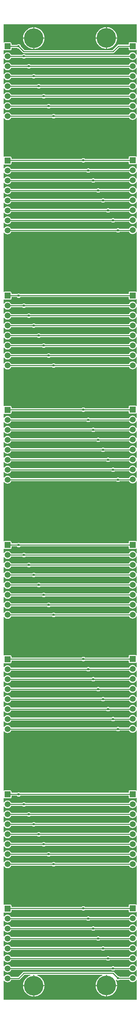
<source format=gbl>
G04 Layer: BottomLayer*
G04 EasyEDA v6.5.34, 2023-09-06 22:56:04*
G04 2fa0d92a81ff4a44aa565c36b1e7baf9,5a6b42c53f6a479593ecc07194224c93,10*
G04 Gerber Generator version 0.2*
G04 Scale: 100 percent, Rotated: No, Reflected: No *
G04 Dimensions in millimeters *
G04 leading zeros omitted , absolute positions ,4 integer and 5 decimal *
%FSLAX45Y45*%
%MOMM*%

%AMMACRO1*21,1,$1,$2,0,0,$3*%
%ADD10C,0.2540*%
%ADD11MACRO1,1.5X1.5X-90.0000*%
%ADD12C,1.5000*%
%ADD13C,5.0000*%
%ADD14C,0.6096*%
%ADD15C,0.0188*%

%LPD*%
G36*
X5862218Y26619708D02*
G01*
X5858306Y26620470D01*
X5855004Y26622705D01*
X5766562Y26711148D01*
X5764530Y26714043D01*
X5763615Y26717447D01*
X5762904Y26725473D01*
X5760364Y26734922D01*
X5756249Y26743863D01*
X5750610Y26751889D01*
X5743651Y26758849D01*
X5735624Y26764488D01*
X5726684Y26768602D01*
X5717235Y26771142D01*
X5707430Y26772006D01*
X5697626Y26771142D01*
X5688177Y26768602D01*
X5679236Y26764488D01*
X5671210Y26758849D01*
X5669635Y26757274D01*
X5666333Y26755039D01*
X5662422Y26754277D01*
X5532374Y26754277D01*
X5528462Y26755039D01*
X5525211Y26757274D01*
X5522976Y26760525D01*
X5522214Y26764437D01*
X5522214Y26790091D01*
X5521502Y26796441D01*
X5519572Y26801876D01*
X5516524Y26806804D01*
X5512409Y26810868D01*
X5507532Y26813967D01*
X5502046Y26815846D01*
X5495747Y26816558D01*
X5346852Y26816558D01*
X5340553Y26815846D01*
X5335320Y26814018D01*
X5331510Y26813459D01*
X5327751Y26814373D01*
X5324602Y26816608D01*
X5322519Y26819860D01*
X5321808Y26823619D01*
X5321808Y27268932D01*
X5322570Y27272843D01*
X5324805Y27276094D01*
X5328056Y27278330D01*
X5331968Y27279092D01*
X8726932Y27279092D01*
X8730843Y27278330D01*
X8734094Y27276094D01*
X8736330Y27272843D01*
X8737092Y27268932D01*
X8737092Y26824025D01*
X8736177Y26819809D01*
X8733637Y26816405D01*
X8729878Y26814322D01*
X8725560Y26813967D01*
X8721547Y26815440D01*
X8715705Y26819098D01*
X8710269Y26820977D01*
X8703919Y26821688D01*
X8555075Y26821688D01*
X8548725Y26820977D01*
X8543290Y26819098D01*
X8538362Y26815999D01*
X8534298Y26811935D01*
X8531199Y26807007D01*
X8529320Y26801572D01*
X8528608Y26795222D01*
X8528608Y26769568D01*
X8527796Y26765656D01*
X8525611Y26762405D01*
X8522309Y26760170D01*
X8518448Y26759408D01*
X8268208Y26759408D01*
X8260181Y26758595D01*
X8252968Y26756410D01*
X8246262Y26752854D01*
X8240064Y26747724D01*
X8114995Y26622705D01*
X8111693Y26620470D01*
X8107781Y26619708D01*
G37*

%LPC*%
G36*
X7970672Y26941780D02*
G01*
X8233359Y26941780D01*
X8232902Y26952194D01*
X8230006Y26975104D01*
X8225231Y26997710D01*
X8218525Y27019859D01*
X8210042Y27041348D01*
X8199780Y27062023D01*
X8187791Y27081784D01*
X8174228Y27100479D01*
X8159089Y27117954D01*
X8142630Y27134159D01*
X8124799Y27148891D01*
X8105851Y27162048D01*
X8085836Y27173631D01*
X8064906Y27183435D01*
X8043265Y27191512D01*
X8021015Y27197710D01*
X7998307Y27202028D01*
X7975295Y27204466D01*
X7970672Y27204568D01*
G37*
G36*
X5820410Y26936700D02*
G01*
X6083300Y26936700D01*
X6083300Y27199386D01*
X6067145Y27198370D01*
X6044285Y27195018D01*
X6021781Y27189734D01*
X5999835Y27182572D01*
X5978499Y27173631D01*
X5958027Y27162912D01*
X5938520Y27150568D01*
X5920130Y27136598D01*
X5902960Y27121103D01*
X5887161Y27104289D01*
X5872784Y27086153D01*
X5859983Y27066900D01*
X5848858Y27046682D01*
X5839460Y27025549D01*
X5831890Y27003756D01*
X5826150Y26981353D01*
X5822289Y26958594D01*
G37*
G36*
X6108700Y26936700D02*
G01*
X6371336Y26936700D01*
X6370929Y26947063D01*
X6368034Y26970024D01*
X6363208Y26992630D01*
X6356553Y27014728D01*
X6348018Y27036217D01*
X6337757Y27056892D01*
X6325819Y27076704D01*
X6312204Y27095348D01*
X6297117Y27112874D01*
X6280607Y27129028D01*
X6262827Y27143760D01*
X6243828Y27156968D01*
X6223812Y27168500D01*
X6202934Y27178355D01*
X6181242Y27186382D01*
X6158992Y27192630D01*
X6136284Y27196948D01*
X6113322Y27199336D01*
X6108700Y27199437D01*
G37*
G36*
X7945272Y26653693D02*
G01*
X7945272Y26916380D01*
X7682433Y26916380D01*
X7684262Y26894536D01*
X7688122Y26871726D01*
X7693863Y26849374D01*
X7701483Y26827530D01*
X7710881Y26806448D01*
X7722006Y26786179D01*
X7734808Y26766926D01*
X7749133Y26748841D01*
X7764932Y26731976D01*
X7782153Y26716532D01*
X7800543Y26702562D01*
X7820050Y26690167D01*
X7840522Y26679448D01*
X7861808Y26670508D01*
X7883804Y26663345D01*
X7906308Y26658112D01*
X7929168Y26654709D01*
G37*
G36*
X7970672Y26653642D02*
G01*
X7975295Y26653744D01*
X7998307Y26656182D01*
X8021015Y26660500D01*
X8043265Y26666698D01*
X8064906Y26674775D01*
X8085836Y26684579D01*
X8105851Y26696162D01*
X8124799Y26709319D01*
X8142630Y26724051D01*
X8159089Y26740256D01*
X8174228Y26757731D01*
X8187791Y26776426D01*
X8199780Y26796187D01*
X8210042Y26816862D01*
X8218525Y26838351D01*
X8225231Y26860500D01*
X8230006Y26883106D01*
X8232902Y26906016D01*
X8233359Y26916380D01*
X7970672Y26916380D01*
G37*
G36*
X6083300Y26648613D02*
G01*
X6083300Y26911300D01*
X5820410Y26911300D01*
X5822289Y26889405D01*
X5826150Y26866646D01*
X5831890Y26844244D01*
X5839460Y26822450D01*
X5848858Y26801318D01*
X5859983Y26781099D01*
X5872784Y26761846D01*
X5887161Y26743710D01*
X5902960Y26726896D01*
X5920130Y26711402D01*
X5938520Y26697432D01*
X5958027Y26685087D01*
X5978499Y26674368D01*
X5999835Y26665427D01*
X6021781Y26658265D01*
X6044285Y26652982D01*
X6067145Y26649629D01*
G37*
G36*
X6108700Y26648562D02*
G01*
X6113322Y26648664D01*
X6136284Y26651051D01*
X6158992Y26655369D01*
X6181242Y26661618D01*
X6202934Y26669644D01*
X6223812Y26679499D01*
X6243828Y26691031D01*
X6262827Y26704239D01*
X6280607Y26718971D01*
X6297117Y26735125D01*
X6312204Y26752600D01*
X6325819Y26771295D01*
X6337757Y26791107D01*
X6348018Y26811782D01*
X6356553Y26833271D01*
X6363208Y26855369D01*
X6368034Y26877975D01*
X6370929Y26900936D01*
X6371336Y26911300D01*
X6108700Y26911300D01*
G37*
G36*
X7682433Y26941780D02*
G01*
X7945272Y26941780D01*
X7945272Y27204517D01*
X7929168Y27203501D01*
X7906308Y27200098D01*
X7883804Y27194865D01*
X7861808Y27187702D01*
X7840522Y27178762D01*
X7820050Y27168043D01*
X7800543Y27155648D01*
X7782153Y27141677D01*
X7764932Y27126234D01*
X7749133Y27109369D01*
X7734808Y27091284D01*
X7722006Y27072031D01*
X7710881Y27051762D01*
X7701483Y27030680D01*
X7693863Y27008836D01*
X7688122Y26986484D01*
X7684262Y26963674D01*
G37*

%LPD*%
G36*
X5520842Y26500277D02*
G01*
X5517083Y26500988D01*
X5513882Y26503071D01*
X5511647Y26506170D01*
X5509768Y26510132D01*
X5502503Y26521511D01*
X5493816Y26531824D01*
X5483809Y26540866D01*
X5472734Y26548486D01*
X5460695Y26554531D01*
X5447944Y26558951D01*
X5434736Y26561643D01*
X5421325Y26562558D01*
X5407863Y26561643D01*
X5394655Y26558951D01*
X5381904Y26554531D01*
X5369864Y26548486D01*
X5358790Y26540866D01*
X5348782Y26531824D01*
X5339740Y26521105D01*
X5336489Y26518565D01*
X5332526Y26517498D01*
X5328462Y26518108D01*
X5325008Y26520292D01*
X5322620Y26523645D01*
X5321808Y26527658D01*
X5321808Y26607719D01*
X5322519Y26611478D01*
X5324602Y26614729D01*
X5327751Y26616964D01*
X5331510Y26617879D01*
X5335320Y26617320D01*
X5340553Y26615491D01*
X5346852Y26614780D01*
X5495747Y26614780D01*
X5502046Y26615491D01*
X5507532Y26617371D01*
X5512409Y26620470D01*
X5516524Y26624534D01*
X5519572Y26629461D01*
X5521502Y26634897D01*
X5522214Y26641247D01*
X5522214Y26666901D01*
X5522976Y26670812D01*
X5525211Y26674064D01*
X5528462Y26676299D01*
X5532374Y26677061D01*
X5662422Y26677061D01*
X5666333Y26676299D01*
X5669635Y26674064D01*
X5671210Y26672489D01*
X5679236Y26666850D01*
X5688177Y26662735D01*
X5697626Y26660195D01*
X5705652Y26659484D01*
X5709056Y26658570D01*
X5711952Y26656538D01*
X5814364Y26554176D01*
X5820562Y26549045D01*
X5827268Y26545489D01*
X5834481Y26543304D01*
X5842508Y26542492D01*
X8127492Y26542492D01*
X8135518Y26543304D01*
X8142731Y26545489D01*
X8149437Y26549045D01*
X8155635Y26554176D01*
X8280704Y26679194D01*
X8284006Y26681430D01*
X8287918Y26682192D01*
X8518448Y26682192D01*
X8522309Y26681430D01*
X8525611Y26679194D01*
X8527796Y26675943D01*
X8528608Y26672032D01*
X8528608Y26646377D01*
X8529320Y26640027D01*
X8531199Y26634592D01*
X8534298Y26629664D01*
X8538362Y26625600D01*
X8543290Y26622502D01*
X8548725Y26620622D01*
X8555075Y26619911D01*
X8703919Y26619911D01*
X8710269Y26620622D01*
X8715705Y26622502D01*
X8721547Y26626159D01*
X8725560Y26627632D01*
X8729878Y26627277D01*
X8733637Y26625194D01*
X8736177Y26621790D01*
X8737092Y26617574D01*
X8737092Y26520089D01*
X8736177Y26515872D01*
X8733586Y26512418D01*
X8729776Y26510335D01*
X8725458Y26510081D01*
X8721394Y26511605D01*
X8718346Y26514653D01*
X8710726Y26526642D01*
X8702040Y26536954D01*
X8692032Y26545997D01*
X8680907Y26553617D01*
X8668867Y26559662D01*
X8656167Y26564082D01*
X8642959Y26566774D01*
X8629497Y26567688D01*
X8616035Y26566774D01*
X8602827Y26564082D01*
X8590127Y26559662D01*
X8578088Y26553617D01*
X8566962Y26545997D01*
X8557006Y26536954D01*
X8548268Y26526642D01*
X8541004Y26515263D01*
X8536787Y26506170D01*
X8534552Y26503071D01*
X8531352Y26500988D01*
X8527592Y26500277D01*
X5887008Y26500277D01*
X5883097Y26501039D01*
X5879795Y26503274D01*
X5878220Y26504849D01*
X5870194Y26510488D01*
X5861253Y26514602D01*
X5851804Y26517142D01*
X5842000Y26518006D01*
X5832195Y26517142D01*
X5822746Y26514602D01*
X5813806Y26510488D01*
X5805779Y26504849D01*
X5804204Y26503274D01*
X5800902Y26501039D01*
X5796991Y26500277D01*
G37*

%LPD*%
G36*
X5520842Y26246277D02*
G01*
X5517083Y26246988D01*
X5513882Y26249071D01*
X5511647Y26252170D01*
X5509768Y26256132D01*
X5502503Y26267511D01*
X5493816Y26277824D01*
X5483809Y26286866D01*
X5472734Y26294486D01*
X5460695Y26300531D01*
X5447944Y26304951D01*
X5434736Y26307643D01*
X5421325Y26308558D01*
X5407863Y26307643D01*
X5394655Y26304951D01*
X5381904Y26300531D01*
X5369864Y26294486D01*
X5358790Y26286866D01*
X5348782Y26277824D01*
X5339740Y26267105D01*
X5336489Y26264565D01*
X5332526Y26263498D01*
X5328462Y26264108D01*
X5325008Y26266292D01*
X5322620Y26269645D01*
X5321808Y26273658D01*
X5321808Y26396086D01*
X5322671Y26400201D01*
X5325160Y26403604D01*
X5328818Y26405738D01*
X5332984Y26406195D01*
X5336997Y26404925D01*
X5340146Y26402131D01*
X5344261Y26396543D01*
X5353608Y26386840D01*
X5364226Y26378509D01*
X5375808Y26371651D01*
X5388203Y26366368D01*
X5401208Y26362812D01*
X5414568Y26361034D01*
X5428030Y26361034D01*
X5441391Y26362812D01*
X5454396Y26366368D01*
X5466791Y26371651D01*
X5478373Y26378509D01*
X5488990Y26386840D01*
X5498338Y26396543D01*
X5506313Y26407364D01*
X5512054Y26417777D01*
X5514289Y26420572D01*
X5517388Y26422400D01*
X5520944Y26423061D01*
X5796991Y26423061D01*
X5800902Y26422299D01*
X5804204Y26420064D01*
X5805779Y26418489D01*
X5813806Y26412850D01*
X5822746Y26408735D01*
X5832195Y26406195D01*
X5842000Y26405332D01*
X5851804Y26406195D01*
X5861253Y26408735D01*
X5870194Y26412850D01*
X5878220Y26418489D01*
X5879795Y26420064D01*
X5883097Y26422299D01*
X5887008Y26423061D01*
X8532672Y26423061D01*
X8536228Y26422400D01*
X8539327Y26420572D01*
X8541562Y26417777D01*
X8544458Y26412494D01*
X8552434Y26401674D01*
X8561832Y26391971D01*
X8572398Y26383640D01*
X8583980Y26376782D01*
X8596426Y26371499D01*
X8609380Y26367943D01*
X8622741Y26366165D01*
X8636254Y26366165D01*
X8649614Y26367943D01*
X8662568Y26371499D01*
X8675014Y26376782D01*
X8686596Y26383640D01*
X8697163Y26391971D01*
X8706561Y26401674D01*
X8714536Y26412494D01*
X8718042Y26418895D01*
X8720937Y26422197D01*
X8725001Y26423975D01*
X8729472Y26423823D01*
X8733383Y26421842D01*
X8736126Y26418336D01*
X8737092Y26414018D01*
X8737092Y26266089D01*
X8736177Y26261872D01*
X8733586Y26258418D01*
X8729776Y26256335D01*
X8725458Y26256081D01*
X8721394Y26257605D01*
X8718346Y26260653D01*
X8710726Y26272642D01*
X8702040Y26282954D01*
X8692032Y26291997D01*
X8680907Y26299617D01*
X8668867Y26305662D01*
X8656167Y26310082D01*
X8642959Y26312774D01*
X8629497Y26313688D01*
X8616035Y26312774D01*
X8602827Y26310082D01*
X8590127Y26305662D01*
X8578088Y26299617D01*
X8566962Y26291997D01*
X8557006Y26282954D01*
X8548268Y26272642D01*
X8541004Y26261263D01*
X8536787Y26252170D01*
X8534552Y26249071D01*
X8531352Y26246988D01*
X8527592Y26246277D01*
X6014008Y26246277D01*
X6010097Y26247039D01*
X6006795Y26249274D01*
X6005220Y26250849D01*
X5997194Y26256488D01*
X5988253Y26260602D01*
X5978804Y26263142D01*
X5969000Y26264006D01*
X5959195Y26263142D01*
X5949746Y26260602D01*
X5940806Y26256488D01*
X5932779Y26250849D01*
X5931204Y26249274D01*
X5927902Y26247039D01*
X5923991Y26246277D01*
G37*

%LPD*%
G36*
X5520842Y25992277D02*
G01*
X5517083Y25992988D01*
X5513882Y25995071D01*
X5511647Y25998170D01*
X5509768Y26002132D01*
X5502503Y26013511D01*
X5493816Y26023824D01*
X5483809Y26032866D01*
X5472734Y26040486D01*
X5460695Y26046531D01*
X5447944Y26050951D01*
X5434736Y26053643D01*
X5421325Y26054558D01*
X5407863Y26053643D01*
X5394655Y26050951D01*
X5381904Y26046531D01*
X5369864Y26040486D01*
X5358790Y26032866D01*
X5348782Y26023824D01*
X5339740Y26013105D01*
X5336489Y26010565D01*
X5332526Y26009498D01*
X5328462Y26010108D01*
X5325008Y26012292D01*
X5322620Y26015645D01*
X5321808Y26019658D01*
X5321808Y26142086D01*
X5322671Y26146201D01*
X5325160Y26149604D01*
X5328818Y26151738D01*
X5332984Y26152195D01*
X5336997Y26150925D01*
X5340146Y26148131D01*
X5344261Y26142543D01*
X5353608Y26132840D01*
X5364226Y26124509D01*
X5375808Y26117651D01*
X5388203Y26112368D01*
X5401208Y26108812D01*
X5414568Y26107034D01*
X5428030Y26107034D01*
X5441391Y26108812D01*
X5454396Y26112368D01*
X5466791Y26117651D01*
X5478373Y26124509D01*
X5488990Y26132840D01*
X5498338Y26142543D01*
X5506313Y26153364D01*
X5512054Y26163777D01*
X5514289Y26166572D01*
X5517388Y26168400D01*
X5520944Y26169061D01*
X5923991Y26169061D01*
X5927902Y26168299D01*
X5931204Y26166064D01*
X5932779Y26164489D01*
X5940806Y26158850D01*
X5949746Y26154735D01*
X5959195Y26152195D01*
X5969000Y26151331D01*
X5978804Y26152195D01*
X5988253Y26154735D01*
X5997194Y26158850D01*
X6005220Y26164489D01*
X6006795Y26166064D01*
X6010097Y26168299D01*
X6014008Y26169061D01*
X8532672Y26169061D01*
X8536228Y26168400D01*
X8539327Y26166572D01*
X8541562Y26163777D01*
X8544458Y26158494D01*
X8552434Y26147674D01*
X8561832Y26137971D01*
X8572398Y26129640D01*
X8583980Y26122782D01*
X8596426Y26117499D01*
X8609380Y26113943D01*
X8622741Y26112165D01*
X8636254Y26112165D01*
X8649614Y26113943D01*
X8662568Y26117499D01*
X8675014Y26122782D01*
X8686596Y26129640D01*
X8697163Y26137971D01*
X8706561Y26147674D01*
X8714536Y26158494D01*
X8718042Y26164895D01*
X8720937Y26168197D01*
X8725001Y26169975D01*
X8729472Y26169823D01*
X8733383Y26167842D01*
X8736126Y26164336D01*
X8737092Y26160018D01*
X8737092Y26012089D01*
X8736177Y26007872D01*
X8733586Y26004418D01*
X8729776Y26002335D01*
X8725458Y26002081D01*
X8721394Y26003605D01*
X8718346Y26006653D01*
X8710726Y26018642D01*
X8702040Y26028954D01*
X8692032Y26037997D01*
X8680907Y26045617D01*
X8668867Y26051662D01*
X8656167Y26056081D01*
X8642959Y26058774D01*
X8629497Y26059688D01*
X8616035Y26058774D01*
X8602827Y26056081D01*
X8590127Y26051662D01*
X8578088Y26045617D01*
X8566962Y26037997D01*
X8557006Y26028954D01*
X8548268Y26018642D01*
X8541004Y26007263D01*
X8536787Y25998170D01*
X8534552Y25995071D01*
X8531352Y25992988D01*
X8527592Y25992277D01*
X6140043Y25992277D01*
X6136132Y25993039D01*
X6132880Y25995274D01*
X6131255Y25996849D01*
X6123228Y26002488D01*
X6114338Y26006602D01*
X6104839Y26009142D01*
X6095034Y26010006D01*
X6085281Y26009142D01*
X6075781Y26006602D01*
X6066891Y26002488D01*
X6058814Y25996849D01*
X6057239Y25995274D01*
X6053937Y25993039D01*
X6050076Y25992277D01*
G37*

%LPD*%
G36*
X5520842Y25738277D02*
G01*
X5517083Y25738988D01*
X5513882Y25741071D01*
X5511647Y25744170D01*
X5509768Y25748132D01*
X5502503Y25759511D01*
X5493816Y25769824D01*
X5483809Y25778866D01*
X5472734Y25786486D01*
X5460695Y25792531D01*
X5447944Y25796951D01*
X5434736Y25799643D01*
X5421325Y25800558D01*
X5407863Y25799643D01*
X5394655Y25796951D01*
X5381904Y25792531D01*
X5369864Y25786486D01*
X5358790Y25778866D01*
X5348782Y25769824D01*
X5339740Y25759105D01*
X5336489Y25756565D01*
X5332526Y25755498D01*
X5328462Y25756108D01*
X5325008Y25758292D01*
X5322620Y25761645D01*
X5321808Y25765658D01*
X5321808Y25888086D01*
X5322671Y25892201D01*
X5325160Y25895604D01*
X5328818Y25897738D01*
X5332984Y25898195D01*
X5336997Y25896925D01*
X5340146Y25894131D01*
X5344261Y25888543D01*
X5353608Y25878840D01*
X5364226Y25870509D01*
X5375808Y25863651D01*
X5388203Y25858368D01*
X5401208Y25854812D01*
X5414568Y25853034D01*
X5428030Y25853034D01*
X5441391Y25854812D01*
X5454396Y25858368D01*
X5466791Y25863651D01*
X5478373Y25870509D01*
X5488990Y25878840D01*
X5498338Y25888543D01*
X5506313Y25899364D01*
X5512054Y25909778D01*
X5514289Y25912572D01*
X5517388Y25914400D01*
X5520944Y25915061D01*
X6050076Y25915061D01*
X6053937Y25914299D01*
X6057239Y25912064D01*
X6058814Y25910489D01*
X6066891Y25904850D01*
X6075781Y25900735D01*
X6085281Y25898195D01*
X6095034Y25897332D01*
X6104839Y25898195D01*
X6114338Y25900735D01*
X6123228Y25904850D01*
X6131255Y25910489D01*
X6132880Y25912064D01*
X6136132Y25914299D01*
X6140043Y25915061D01*
X8532672Y25915061D01*
X8536228Y25914400D01*
X8539327Y25912572D01*
X8541562Y25909778D01*
X8544458Y25904494D01*
X8552434Y25893674D01*
X8561832Y25883971D01*
X8572398Y25875640D01*
X8583980Y25868782D01*
X8596426Y25863499D01*
X8609380Y25859943D01*
X8622741Y25858165D01*
X8636254Y25858165D01*
X8649614Y25859943D01*
X8662568Y25863499D01*
X8675014Y25868782D01*
X8686596Y25875640D01*
X8697163Y25883971D01*
X8706561Y25893674D01*
X8714536Y25904494D01*
X8718042Y25910895D01*
X8720937Y25914197D01*
X8725001Y25915975D01*
X8729472Y25915823D01*
X8733383Y25913842D01*
X8736126Y25910336D01*
X8737092Y25906018D01*
X8737092Y25758089D01*
X8736177Y25753872D01*
X8733586Y25750418D01*
X8729776Y25748335D01*
X8725458Y25748081D01*
X8721394Y25749605D01*
X8718346Y25752653D01*
X8710726Y25764642D01*
X8702040Y25774954D01*
X8692032Y25783997D01*
X8680907Y25791617D01*
X8668867Y25797662D01*
X8656167Y25802082D01*
X8642959Y25804774D01*
X8629497Y25805688D01*
X8616035Y25804774D01*
X8602827Y25802082D01*
X8590127Y25797662D01*
X8578088Y25791617D01*
X8566962Y25783997D01*
X8557006Y25774954D01*
X8548268Y25764642D01*
X8541004Y25753263D01*
X8536787Y25744170D01*
X8534552Y25741071D01*
X8531352Y25738988D01*
X8527592Y25738277D01*
X6268008Y25738277D01*
X6264097Y25739039D01*
X6260795Y25741274D01*
X6259220Y25742849D01*
X6251194Y25748488D01*
X6242253Y25752602D01*
X6232804Y25755142D01*
X6223000Y25756006D01*
X6213195Y25755142D01*
X6203746Y25752602D01*
X6194806Y25748488D01*
X6186779Y25742849D01*
X6185204Y25741274D01*
X6181902Y25739039D01*
X6177991Y25738277D01*
G37*

%LPD*%
G36*
X5520842Y25484277D02*
G01*
X5517083Y25484988D01*
X5513882Y25487071D01*
X5511647Y25490170D01*
X5509768Y25494132D01*
X5502503Y25505511D01*
X5493816Y25515824D01*
X5483809Y25524866D01*
X5472734Y25532486D01*
X5460695Y25538531D01*
X5447944Y25542951D01*
X5434736Y25545643D01*
X5421325Y25546558D01*
X5407863Y25545643D01*
X5394655Y25542951D01*
X5381904Y25538531D01*
X5369864Y25532486D01*
X5358790Y25524866D01*
X5348782Y25515824D01*
X5339740Y25505105D01*
X5336489Y25502565D01*
X5332526Y25501498D01*
X5328462Y25502108D01*
X5325008Y25504292D01*
X5322620Y25507645D01*
X5321808Y25511658D01*
X5321808Y25634086D01*
X5322671Y25638201D01*
X5325160Y25641604D01*
X5328818Y25643738D01*
X5332984Y25644195D01*
X5336997Y25642925D01*
X5340146Y25640131D01*
X5344261Y25634543D01*
X5353608Y25624840D01*
X5364226Y25616509D01*
X5375808Y25609651D01*
X5388203Y25604368D01*
X5401208Y25600812D01*
X5414568Y25599034D01*
X5428030Y25599034D01*
X5441391Y25600812D01*
X5454396Y25604368D01*
X5466791Y25609651D01*
X5478373Y25616509D01*
X5488990Y25624840D01*
X5498338Y25634543D01*
X5506313Y25645364D01*
X5512054Y25655778D01*
X5514289Y25658572D01*
X5517388Y25660400D01*
X5520944Y25661061D01*
X6177991Y25661061D01*
X6181902Y25660299D01*
X6185204Y25658064D01*
X6186779Y25656489D01*
X6194806Y25650850D01*
X6203746Y25646735D01*
X6213195Y25644195D01*
X6223000Y25643332D01*
X6232804Y25644195D01*
X6242253Y25646735D01*
X6251194Y25650850D01*
X6259220Y25656489D01*
X6260795Y25658064D01*
X6264097Y25660299D01*
X6268008Y25661061D01*
X8532672Y25661061D01*
X8536228Y25660400D01*
X8539327Y25658572D01*
X8541562Y25655778D01*
X8544458Y25650494D01*
X8552434Y25639674D01*
X8561832Y25629971D01*
X8572398Y25621640D01*
X8583980Y25614782D01*
X8596426Y25609499D01*
X8609380Y25605943D01*
X8622741Y25604165D01*
X8636254Y25604165D01*
X8649614Y25605943D01*
X8662568Y25609499D01*
X8675014Y25614782D01*
X8686596Y25621640D01*
X8697163Y25629971D01*
X8706561Y25639674D01*
X8714536Y25650494D01*
X8718042Y25656895D01*
X8720937Y25660197D01*
X8725001Y25661975D01*
X8729472Y25661823D01*
X8733383Y25659842D01*
X8736126Y25656336D01*
X8737092Y25652018D01*
X8737092Y25504089D01*
X8736177Y25499872D01*
X8733586Y25496418D01*
X8729776Y25494335D01*
X8725458Y25494081D01*
X8721394Y25495605D01*
X8718346Y25498653D01*
X8710726Y25510642D01*
X8702040Y25520954D01*
X8692032Y25529997D01*
X8680907Y25537617D01*
X8668867Y25543662D01*
X8656167Y25548082D01*
X8642959Y25550774D01*
X8629497Y25551688D01*
X8616035Y25550774D01*
X8602827Y25548082D01*
X8590127Y25543662D01*
X8578088Y25537617D01*
X8566962Y25529997D01*
X8557006Y25520954D01*
X8548268Y25510642D01*
X8541004Y25499263D01*
X8536787Y25490170D01*
X8534552Y25487071D01*
X8531352Y25484988D01*
X8527592Y25484277D01*
X6395008Y25484277D01*
X6391097Y25485039D01*
X6387795Y25487274D01*
X6386220Y25488849D01*
X6378194Y25494488D01*
X6369253Y25498602D01*
X6359804Y25501142D01*
X6350000Y25502006D01*
X6340195Y25501142D01*
X6330746Y25498602D01*
X6321806Y25494488D01*
X6313779Y25488849D01*
X6312204Y25487274D01*
X6308902Y25485039D01*
X6304991Y25484277D01*
G37*

%LPD*%
G36*
X5520842Y25230277D02*
G01*
X5517083Y25230988D01*
X5513882Y25233071D01*
X5511647Y25236170D01*
X5509768Y25240132D01*
X5502503Y25251511D01*
X5493816Y25261824D01*
X5483809Y25270866D01*
X5472734Y25278486D01*
X5460695Y25284531D01*
X5447944Y25288951D01*
X5434736Y25291643D01*
X5421325Y25292558D01*
X5407863Y25291643D01*
X5394655Y25288951D01*
X5381904Y25284531D01*
X5369864Y25278486D01*
X5358790Y25270866D01*
X5348782Y25261824D01*
X5339740Y25251105D01*
X5336489Y25248565D01*
X5332526Y25247498D01*
X5328462Y25248108D01*
X5325008Y25250292D01*
X5322620Y25253645D01*
X5321808Y25257658D01*
X5321808Y25380086D01*
X5322671Y25384201D01*
X5325160Y25387604D01*
X5328818Y25389738D01*
X5332984Y25390195D01*
X5336997Y25388925D01*
X5340146Y25386131D01*
X5344261Y25380543D01*
X5353608Y25370840D01*
X5364226Y25362509D01*
X5375808Y25355651D01*
X5388203Y25350368D01*
X5401208Y25346812D01*
X5414568Y25345034D01*
X5428030Y25345034D01*
X5441391Y25346812D01*
X5454396Y25350368D01*
X5466791Y25355651D01*
X5478373Y25362509D01*
X5488990Y25370840D01*
X5498338Y25380543D01*
X5506313Y25391364D01*
X5512054Y25401778D01*
X5514289Y25404572D01*
X5517388Y25406400D01*
X5520944Y25407061D01*
X6304991Y25407061D01*
X6308902Y25406299D01*
X6312204Y25404064D01*
X6313779Y25402489D01*
X6321806Y25396850D01*
X6330746Y25392735D01*
X6340195Y25390195D01*
X6350000Y25389332D01*
X6359804Y25390195D01*
X6369253Y25392735D01*
X6378194Y25396850D01*
X6386220Y25402489D01*
X6387795Y25404064D01*
X6391097Y25406299D01*
X6395008Y25407061D01*
X8532672Y25407061D01*
X8536228Y25406400D01*
X8539327Y25404572D01*
X8541562Y25401778D01*
X8544458Y25396494D01*
X8552434Y25385674D01*
X8561832Y25375971D01*
X8572398Y25367640D01*
X8583980Y25360782D01*
X8596426Y25355499D01*
X8609380Y25351943D01*
X8622741Y25350165D01*
X8636254Y25350165D01*
X8649614Y25351943D01*
X8662568Y25355499D01*
X8675014Y25360782D01*
X8686596Y25367640D01*
X8697163Y25375971D01*
X8706561Y25385674D01*
X8714536Y25396494D01*
X8718042Y25402895D01*
X8720937Y25406197D01*
X8725001Y25407975D01*
X8729472Y25407823D01*
X8733383Y25405842D01*
X8736126Y25402336D01*
X8737092Y25398018D01*
X8737092Y25250089D01*
X8736177Y25245872D01*
X8733586Y25242418D01*
X8729776Y25240335D01*
X8725458Y25240081D01*
X8721394Y25241605D01*
X8718346Y25244653D01*
X8710726Y25256642D01*
X8702040Y25266954D01*
X8692032Y25275997D01*
X8680907Y25283617D01*
X8668867Y25289662D01*
X8656167Y25294082D01*
X8642959Y25296774D01*
X8629497Y25297688D01*
X8616035Y25296774D01*
X8602827Y25294082D01*
X8590127Y25289662D01*
X8578088Y25283617D01*
X8566962Y25275997D01*
X8557006Y25266954D01*
X8548268Y25256642D01*
X8541004Y25245263D01*
X8536787Y25236170D01*
X8534552Y25233071D01*
X8531352Y25230988D01*
X8527592Y25230277D01*
X6522720Y25230277D01*
X6518859Y25231039D01*
X6515557Y25233274D01*
X6513982Y25234849D01*
X6505905Y25240488D01*
X6497015Y25244602D01*
X6487515Y25247142D01*
X6477762Y25248006D01*
X6467957Y25247142D01*
X6458458Y25244602D01*
X6449568Y25240488D01*
X6441541Y25234849D01*
X6439966Y25233274D01*
X6436664Y25231039D01*
X6432753Y25230277D01*
G37*

%LPD*%
G36*
X5520842Y24976277D02*
G01*
X5517083Y24976988D01*
X5513882Y24979071D01*
X5511647Y24982170D01*
X5509768Y24986132D01*
X5502503Y24997511D01*
X5493816Y25007824D01*
X5483809Y25016866D01*
X5472734Y25024486D01*
X5460695Y25030531D01*
X5447944Y25034951D01*
X5434736Y25037643D01*
X5421325Y25038558D01*
X5407863Y25037643D01*
X5394655Y25034951D01*
X5381904Y25030531D01*
X5369864Y25024486D01*
X5358790Y25016866D01*
X5348782Y25007824D01*
X5339740Y24997105D01*
X5336489Y24994565D01*
X5332526Y24993498D01*
X5328462Y24994108D01*
X5325008Y24996292D01*
X5322620Y24999645D01*
X5321808Y25003658D01*
X5321808Y25126086D01*
X5322671Y25130201D01*
X5325160Y25133604D01*
X5328818Y25135738D01*
X5332984Y25136195D01*
X5336997Y25134925D01*
X5340146Y25132131D01*
X5344261Y25126543D01*
X5353608Y25116840D01*
X5364226Y25108509D01*
X5375808Y25101651D01*
X5388203Y25096368D01*
X5401208Y25092812D01*
X5414568Y25091034D01*
X5428030Y25091034D01*
X5441391Y25092812D01*
X5454396Y25096368D01*
X5466791Y25101651D01*
X5478373Y25108509D01*
X5488990Y25116840D01*
X5498338Y25126543D01*
X5506313Y25137364D01*
X5512054Y25147778D01*
X5514289Y25150572D01*
X5517388Y25152400D01*
X5520944Y25153061D01*
X6432753Y25153061D01*
X6436664Y25152299D01*
X6439966Y25150064D01*
X6441541Y25148489D01*
X6449568Y25142850D01*
X6458458Y25138735D01*
X6467957Y25136195D01*
X6477762Y25135332D01*
X6487515Y25136195D01*
X6497015Y25138735D01*
X6505905Y25142850D01*
X6513982Y25148489D01*
X6515557Y25150064D01*
X6518859Y25152299D01*
X6522720Y25153061D01*
X8532672Y25153061D01*
X8536228Y25152400D01*
X8539327Y25150572D01*
X8541562Y25147778D01*
X8544458Y25142494D01*
X8552434Y25131674D01*
X8561832Y25121971D01*
X8572398Y25113640D01*
X8583980Y25106782D01*
X8596426Y25101499D01*
X8609380Y25097943D01*
X8622741Y25096165D01*
X8636254Y25096165D01*
X8649614Y25097943D01*
X8662568Y25101499D01*
X8675014Y25106782D01*
X8686596Y25113640D01*
X8697163Y25121971D01*
X8706561Y25131674D01*
X8714536Y25142494D01*
X8718042Y25148895D01*
X8720937Y25152197D01*
X8725001Y25153975D01*
X8729472Y25153823D01*
X8733383Y25151842D01*
X8736126Y25148336D01*
X8737092Y25144018D01*
X8737092Y24996089D01*
X8736177Y24991872D01*
X8733586Y24988418D01*
X8729776Y24986335D01*
X8725458Y24986081D01*
X8721394Y24987605D01*
X8718346Y24990653D01*
X8710726Y25002642D01*
X8702040Y25012954D01*
X8692032Y25021997D01*
X8680907Y25029617D01*
X8668867Y25035662D01*
X8656167Y25040082D01*
X8642959Y25042774D01*
X8629497Y25043688D01*
X8616035Y25042774D01*
X8602827Y25040082D01*
X8590127Y25035662D01*
X8578088Y25029617D01*
X8566962Y25021997D01*
X8557006Y25012954D01*
X8548268Y25002642D01*
X8541004Y24991263D01*
X8536787Y24982170D01*
X8534552Y24979071D01*
X8531352Y24976988D01*
X8527592Y24976277D01*
X6649720Y24976277D01*
X6645859Y24977039D01*
X6642557Y24979274D01*
X6640982Y24980849D01*
X6632905Y24986488D01*
X6624015Y24990602D01*
X6614515Y24993142D01*
X6604762Y24994006D01*
X6594957Y24993142D01*
X6585458Y24990602D01*
X6576568Y24986488D01*
X6568541Y24980849D01*
X6566966Y24979274D01*
X6563664Y24977039D01*
X6559753Y24976277D01*
G37*

%LPD*%
G36*
X5532374Y23851108D02*
G01*
X5528462Y23851870D01*
X5525211Y23854105D01*
X5522976Y23857356D01*
X5522214Y23861268D01*
X5522214Y23881791D01*
X5521502Y23888141D01*
X5519572Y23893576D01*
X5516524Y23898504D01*
X5512409Y23902568D01*
X5507532Y23905667D01*
X5502046Y23907546D01*
X5495747Y23908258D01*
X5346852Y23908258D01*
X5340553Y23907546D01*
X5335320Y23905718D01*
X5331510Y23905159D01*
X5327751Y23906073D01*
X5324602Y23908308D01*
X5322519Y23911560D01*
X5321808Y23915319D01*
X5321808Y24872086D01*
X5322671Y24876201D01*
X5325160Y24879604D01*
X5328818Y24881738D01*
X5332984Y24882195D01*
X5336997Y24880925D01*
X5340146Y24878131D01*
X5344261Y24872543D01*
X5353608Y24862840D01*
X5364226Y24854509D01*
X5375808Y24847651D01*
X5388203Y24842368D01*
X5401208Y24838812D01*
X5414568Y24837034D01*
X5428030Y24837034D01*
X5441391Y24838812D01*
X5454396Y24842368D01*
X5466791Y24847651D01*
X5478373Y24854509D01*
X5488990Y24862840D01*
X5498338Y24872543D01*
X5506313Y24883364D01*
X5512054Y24893778D01*
X5514289Y24896572D01*
X5517388Y24898400D01*
X5520944Y24899061D01*
X6559753Y24899061D01*
X6563664Y24898299D01*
X6566966Y24896064D01*
X6568541Y24894489D01*
X6576568Y24888850D01*
X6585458Y24884735D01*
X6594957Y24882195D01*
X6604762Y24881332D01*
X6614515Y24882195D01*
X6624015Y24884735D01*
X6632905Y24888850D01*
X6640982Y24894489D01*
X6642557Y24896064D01*
X6645859Y24898299D01*
X6649720Y24899061D01*
X8532672Y24899061D01*
X8536228Y24898400D01*
X8539327Y24896572D01*
X8541562Y24893778D01*
X8544458Y24888494D01*
X8552434Y24877674D01*
X8561832Y24867971D01*
X8572398Y24859640D01*
X8583980Y24852782D01*
X8596426Y24847499D01*
X8609380Y24843943D01*
X8622741Y24842165D01*
X8636254Y24842165D01*
X8649614Y24843943D01*
X8662568Y24847499D01*
X8675014Y24852782D01*
X8686596Y24859640D01*
X8697163Y24867971D01*
X8706561Y24877674D01*
X8714536Y24888494D01*
X8718042Y24894895D01*
X8720937Y24898197D01*
X8725001Y24899975D01*
X8729472Y24899823D01*
X8733383Y24897842D01*
X8736126Y24894336D01*
X8737092Y24890018D01*
X8737092Y23915725D01*
X8736177Y23911509D01*
X8733637Y23908105D01*
X8729878Y23906022D01*
X8725560Y23905667D01*
X8721547Y23907140D01*
X8715705Y23910798D01*
X8710269Y23912677D01*
X8703919Y23913388D01*
X8555075Y23913388D01*
X8548725Y23912677D01*
X8543290Y23910798D01*
X8538362Y23907699D01*
X8534298Y23903635D01*
X8531199Y23898707D01*
X8529320Y23893272D01*
X8528608Y23886922D01*
X8528608Y23861268D01*
X8527796Y23857356D01*
X8525611Y23854105D01*
X8522309Y23851870D01*
X8518448Y23851108D01*
X7411262Y23851108D01*
X7407351Y23851870D01*
X7404049Y23854105D01*
X7402474Y23855680D01*
X7394448Y23861318D01*
X7385558Y23865433D01*
X7376058Y23867973D01*
X7366253Y23868837D01*
X7356500Y23867973D01*
X7347000Y23865433D01*
X7338110Y23861318D01*
X7330033Y23855680D01*
X7328458Y23854105D01*
X7325156Y23851870D01*
X7321296Y23851108D01*
G37*

%LPD*%
G36*
X5520842Y23591977D02*
G01*
X5517083Y23592688D01*
X5513882Y23594771D01*
X5511647Y23597870D01*
X5509768Y23601832D01*
X5502503Y23613211D01*
X5493816Y23623524D01*
X5483809Y23632566D01*
X5472734Y23640186D01*
X5460695Y23646231D01*
X5447944Y23650651D01*
X5434736Y23653343D01*
X5421325Y23654258D01*
X5407863Y23653343D01*
X5394655Y23650651D01*
X5381904Y23646231D01*
X5369864Y23640186D01*
X5358790Y23632566D01*
X5348782Y23623524D01*
X5339740Y23612805D01*
X5336489Y23610265D01*
X5332526Y23609198D01*
X5328462Y23609808D01*
X5325008Y23611992D01*
X5322620Y23615345D01*
X5321808Y23619358D01*
X5321808Y23699419D01*
X5322519Y23703178D01*
X5324602Y23706429D01*
X5327751Y23708664D01*
X5331510Y23709579D01*
X5335320Y23709020D01*
X5340553Y23707191D01*
X5346852Y23706480D01*
X5495747Y23706480D01*
X5502046Y23707191D01*
X5507532Y23709071D01*
X5512409Y23712170D01*
X5516524Y23716234D01*
X5519572Y23721161D01*
X5521502Y23726597D01*
X5522214Y23732947D01*
X5522214Y23763732D01*
X5522976Y23767643D01*
X5525211Y23770894D01*
X5528462Y23773130D01*
X5532374Y23773892D01*
X7321296Y23773892D01*
X7325156Y23773130D01*
X7328458Y23770894D01*
X7330033Y23769320D01*
X7338110Y23763681D01*
X7347000Y23759566D01*
X7356500Y23757026D01*
X7366253Y23756162D01*
X7376058Y23757026D01*
X7385558Y23759566D01*
X7394448Y23763681D01*
X7402474Y23769320D01*
X7404049Y23770894D01*
X7407351Y23773130D01*
X7411262Y23773892D01*
X8518448Y23773892D01*
X8522309Y23773130D01*
X8525611Y23770894D01*
X8527796Y23767643D01*
X8528608Y23763732D01*
X8528608Y23738078D01*
X8529320Y23731728D01*
X8531199Y23726292D01*
X8534298Y23721364D01*
X8538362Y23717300D01*
X8543290Y23714202D01*
X8548725Y23712322D01*
X8555075Y23711611D01*
X8703919Y23711611D01*
X8710269Y23712322D01*
X8715705Y23714202D01*
X8721547Y23717859D01*
X8725560Y23719332D01*
X8729878Y23718977D01*
X8733637Y23716894D01*
X8736177Y23713490D01*
X8737092Y23709274D01*
X8737092Y23611789D01*
X8736177Y23607572D01*
X8733586Y23604118D01*
X8729776Y23602035D01*
X8725458Y23601781D01*
X8721394Y23603305D01*
X8718346Y23606353D01*
X8710726Y23618342D01*
X8702040Y23628654D01*
X8692032Y23637697D01*
X8680907Y23645317D01*
X8668867Y23651362D01*
X8656167Y23655782D01*
X8642959Y23658474D01*
X8629497Y23659388D01*
X8616035Y23658474D01*
X8602827Y23655782D01*
X8590127Y23651362D01*
X8578088Y23645317D01*
X8566962Y23637697D01*
X8557006Y23628654D01*
X8548268Y23618342D01*
X8541004Y23606963D01*
X8536787Y23597870D01*
X8534552Y23594771D01*
X8531352Y23592688D01*
X8527592Y23591977D01*
X7538008Y23591977D01*
X7534097Y23592739D01*
X7530795Y23594974D01*
X7529220Y23596549D01*
X7521194Y23602188D01*
X7512253Y23606302D01*
X7502804Y23608842D01*
X7493000Y23609706D01*
X7483195Y23608842D01*
X7473746Y23606302D01*
X7464806Y23602188D01*
X7456779Y23596549D01*
X7455204Y23594974D01*
X7451902Y23592739D01*
X7447991Y23591977D01*
G37*

%LPD*%
G36*
X5520842Y23337977D02*
G01*
X5517083Y23338688D01*
X5513882Y23340771D01*
X5511647Y23343870D01*
X5509768Y23347832D01*
X5502503Y23359211D01*
X5493816Y23369524D01*
X5483809Y23378566D01*
X5472734Y23386186D01*
X5460695Y23392231D01*
X5447944Y23396651D01*
X5434736Y23399343D01*
X5421325Y23400258D01*
X5407863Y23399343D01*
X5394655Y23396651D01*
X5381904Y23392231D01*
X5369864Y23386186D01*
X5358790Y23378566D01*
X5348782Y23369524D01*
X5339740Y23358805D01*
X5336489Y23356265D01*
X5332526Y23355198D01*
X5328462Y23355808D01*
X5325008Y23357992D01*
X5322620Y23361345D01*
X5321808Y23365358D01*
X5321808Y23487786D01*
X5322671Y23491901D01*
X5325160Y23495304D01*
X5328818Y23497438D01*
X5332984Y23497895D01*
X5336997Y23496625D01*
X5340146Y23493831D01*
X5344261Y23488243D01*
X5353608Y23478540D01*
X5364226Y23470209D01*
X5375808Y23463351D01*
X5388203Y23458068D01*
X5401208Y23454512D01*
X5414568Y23452734D01*
X5428030Y23452734D01*
X5441391Y23454512D01*
X5454396Y23458068D01*
X5466791Y23463351D01*
X5478373Y23470209D01*
X5488990Y23478540D01*
X5498338Y23488243D01*
X5506313Y23499064D01*
X5512054Y23509478D01*
X5514289Y23512272D01*
X5517388Y23514100D01*
X5520944Y23514761D01*
X7447991Y23514761D01*
X7451902Y23513999D01*
X7455204Y23511764D01*
X7456779Y23510189D01*
X7464806Y23504550D01*
X7473746Y23500435D01*
X7483195Y23497895D01*
X7493000Y23497032D01*
X7502804Y23497895D01*
X7512253Y23500435D01*
X7521194Y23504550D01*
X7529220Y23510189D01*
X7530795Y23511764D01*
X7534097Y23513999D01*
X7538008Y23514761D01*
X8532672Y23514761D01*
X8536228Y23514100D01*
X8539327Y23512272D01*
X8541562Y23509478D01*
X8544458Y23504194D01*
X8552434Y23493374D01*
X8561832Y23483671D01*
X8572398Y23475340D01*
X8583980Y23468482D01*
X8596426Y23463199D01*
X8609380Y23459643D01*
X8622741Y23457865D01*
X8636254Y23457865D01*
X8649614Y23459643D01*
X8662568Y23463199D01*
X8675014Y23468482D01*
X8686596Y23475340D01*
X8697163Y23483671D01*
X8706561Y23493374D01*
X8714536Y23504194D01*
X8718042Y23510595D01*
X8720937Y23513897D01*
X8725001Y23515675D01*
X8729472Y23515523D01*
X8733383Y23513542D01*
X8736126Y23510036D01*
X8737092Y23505718D01*
X8737092Y23357789D01*
X8736177Y23353572D01*
X8733586Y23350118D01*
X8729776Y23348035D01*
X8725458Y23347781D01*
X8721394Y23349305D01*
X8718346Y23352353D01*
X8710726Y23364342D01*
X8702040Y23374654D01*
X8692032Y23383697D01*
X8680907Y23391317D01*
X8668867Y23397362D01*
X8656167Y23401782D01*
X8642959Y23404474D01*
X8629497Y23405388D01*
X8616035Y23404474D01*
X8602827Y23401782D01*
X8590127Y23397362D01*
X8578088Y23391317D01*
X8566962Y23383697D01*
X8557006Y23374654D01*
X8548268Y23364342D01*
X8541004Y23352963D01*
X8536787Y23343870D01*
X8534552Y23340771D01*
X8531352Y23338688D01*
X8527592Y23337977D01*
X7665974Y23337977D01*
X7662062Y23338739D01*
X7658811Y23340974D01*
X7657185Y23342549D01*
X7649159Y23348188D01*
X7640269Y23352302D01*
X7630769Y23354842D01*
X7620965Y23355706D01*
X7611211Y23354842D01*
X7601712Y23352302D01*
X7592822Y23348188D01*
X7584744Y23342549D01*
X7583170Y23340974D01*
X7579868Y23338739D01*
X7576007Y23337977D01*
G37*

%LPD*%
G36*
X5520842Y23083977D02*
G01*
X5517083Y23084688D01*
X5513882Y23086771D01*
X5511647Y23089870D01*
X5509768Y23093832D01*
X5502503Y23105211D01*
X5493816Y23115524D01*
X5483809Y23124566D01*
X5472734Y23132186D01*
X5460695Y23138231D01*
X5447944Y23142651D01*
X5434736Y23145343D01*
X5421325Y23146258D01*
X5407863Y23145343D01*
X5394655Y23142651D01*
X5381904Y23138231D01*
X5369864Y23132186D01*
X5358790Y23124566D01*
X5348782Y23115524D01*
X5339740Y23104805D01*
X5336489Y23102265D01*
X5332526Y23101198D01*
X5328462Y23101808D01*
X5325008Y23103992D01*
X5322620Y23107345D01*
X5321808Y23111358D01*
X5321808Y23233786D01*
X5322671Y23237901D01*
X5325160Y23241304D01*
X5328818Y23243438D01*
X5332984Y23243895D01*
X5336997Y23242625D01*
X5340146Y23239831D01*
X5344261Y23234243D01*
X5353608Y23224540D01*
X5364226Y23216209D01*
X5375808Y23209351D01*
X5388203Y23204068D01*
X5401208Y23200512D01*
X5414568Y23198734D01*
X5428030Y23198734D01*
X5441391Y23200512D01*
X5454396Y23204068D01*
X5466791Y23209351D01*
X5478373Y23216209D01*
X5488990Y23224540D01*
X5498338Y23234243D01*
X5506313Y23245064D01*
X5512054Y23255478D01*
X5514289Y23258272D01*
X5517388Y23260100D01*
X5520944Y23260761D01*
X7576007Y23260761D01*
X7579868Y23259999D01*
X7583170Y23257764D01*
X7584744Y23256189D01*
X7592822Y23250550D01*
X7601712Y23246435D01*
X7611211Y23243895D01*
X7620965Y23243032D01*
X7630769Y23243895D01*
X7640269Y23246435D01*
X7649159Y23250550D01*
X7657185Y23256189D01*
X7658811Y23257764D01*
X7662062Y23259999D01*
X7665974Y23260761D01*
X8532672Y23260761D01*
X8536228Y23260100D01*
X8539327Y23258272D01*
X8541562Y23255478D01*
X8544458Y23250194D01*
X8552434Y23239374D01*
X8561832Y23229671D01*
X8572398Y23221340D01*
X8583980Y23214482D01*
X8596426Y23209199D01*
X8609380Y23205643D01*
X8622741Y23203865D01*
X8636254Y23203865D01*
X8649614Y23205643D01*
X8662568Y23209199D01*
X8675014Y23214482D01*
X8686596Y23221340D01*
X8697163Y23229671D01*
X8706561Y23239374D01*
X8714536Y23250194D01*
X8718042Y23256595D01*
X8720937Y23259897D01*
X8725001Y23261675D01*
X8729472Y23261523D01*
X8733383Y23259542D01*
X8736126Y23256036D01*
X8737092Y23251718D01*
X8737092Y23103789D01*
X8736177Y23099572D01*
X8733586Y23096118D01*
X8729776Y23094035D01*
X8725458Y23093781D01*
X8721394Y23095305D01*
X8718346Y23098353D01*
X8710726Y23110342D01*
X8702040Y23120654D01*
X8692032Y23129697D01*
X8680907Y23137317D01*
X8668867Y23143362D01*
X8656167Y23147782D01*
X8642959Y23150474D01*
X8629497Y23151388D01*
X8616035Y23150474D01*
X8602827Y23147782D01*
X8590127Y23143362D01*
X8578088Y23137317D01*
X8566962Y23129697D01*
X8557006Y23120654D01*
X8548268Y23110342D01*
X8541004Y23098963D01*
X8536787Y23089870D01*
X8534552Y23086771D01*
X8531352Y23084688D01*
X8527592Y23083977D01*
X7792262Y23083977D01*
X7788351Y23084739D01*
X7785049Y23086974D01*
X7783474Y23088549D01*
X7775448Y23094188D01*
X7766558Y23098302D01*
X7757058Y23100842D01*
X7747253Y23101706D01*
X7737500Y23100842D01*
X7728000Y23098302D01*
X7719110Y23094188D01*
X7711033Y23088549D01*
X7709458Y23086974D01*
X7706156Y23084739D01*
X7702296Y23083977D01*
G37*

%LPD*%
G36*
X5520842Y22829977D02*
G01*
X5517083Y22830688D01*
X5513882Y22832771D01*
X5511647Y22835870D01*
X5509768Y22839832D01*
X5502503Y22851211D01*
X5493816Y22861524D01*
X5483809Y22870566D01*
X5472734Y22878186D01*
X5460695Y22884231D01*
X5447944Y22888651D01*
X5434736Y22891343D01*
X5421325Y22892258D01*
X5407863Y22891343D01*
X5394655Y22888651D01*
X5381904Y22884231D01*
X5369864Y22878186D01*
X5358790Y22870566D01*
X5348782Y22861524D01*
X5339740Y22850805D01*
X5336489Y22848265D01*
X5332526Y22847198D01*
X5328462Y22847808D01*
X5325008Y22849992D01*
X5322620Y22853345D01*
X5321808Y22857358D01*
X5321808Y22979786D01*
X5322671Y22983901D01*
X5325160Y22987304D01*
X5328818Y22989438D01*
X5332984Y22989895D01*
X5336997Y22988625D01*
X5340146Y22985831D01*
X5344261Y22980243D01*
X5353608Y22970540D01*
X5364226Y22962209D01*
X5375808Y22955351D01*
X5388203Y22950068D01*
X5401208Y22946512D01*
X5414568Y22944734D01*
X5428030Y22944734D01*
X5441391Y22946512D01*
X5454396Y22950068D01*
X5466791Y22955351D01*
X5478373Y22962209D01*
X5488990Y22970540D01*
X5498338Y22980243D01*
X5506313Y22991064D01*
X5512054Y23001478D01*
X5514289Y23004272D01*
X5517388Y23006100D01*
X5520944Y23006761D01*
X7702296Y23006761D01*
X7706156Y23005999D01*
X7709458Y23003764D01*
X7711033Y23002189D01*
X7719110Y22996550D01*
X7728000Y22992435D01*
X7737500Y22989895D01*
X7747253Y22989032D01*
X7757058Y22989895D01*
X7766558Y22992435D01*
X7775448Y22996550D01*
X7783474Y23002189D01*
X7785049Y23003764D01*
X7788351Y23005999D01*
X7792262Y23006761D01*
X8532672Y23006761D01*
X8536228Y23006100D01*
X8539327Y23004272D01*
X8541562Y23001478D01*
X8544458Y22996194D01*
X8552434Y22985374D01*
X8561832Y22975671D01*
X8572398Y22967340D01*
X8583980Y22960482D01*
X8596426Y22955199D01*
X8609380Y22951643D01*
X8622741Y22949865D01*
X8636254Y22949865D01*
X8649614Y22951643D01*
X8662568Y22955199D01*
X8675014Y22960482D01*
X8686596Y22967340D01*
X8697163Y22975671D01*
X8706561Y22985374D01*
X8714536Y22996194D01*
X8718042Y23002595D01*
X8720937Y23005897D01*
X8725001Y23007675D01*
X8729472Y23007523D01*
X8733383Y23005542D01*
X8736126Y23002036D01*
X8737092Y22997718D01*
X8737092Y22849789D01*
X8736177Y22845572D01*
X8733586Y22842118D01*
X8729776Y22840035D01*
X8725458Y22839781D01*
X8721394Y22841305D01*
X8718346Y22844353D01*
X8710726Y22856342D01*
X8702040Y22866654D01*
X8692032Y22875697D01*
X8680907Y22883317D01*
X8668867Y22889362D01*
X8656167Y22893782D01*
X8642959Y22896474D01*
X8629497Y22897388D01*
X8616035Y22896474D01*
X8602827Y22893782D01*
X8590127Y22889362D01*
X8578088Y22883317D01*
X8566962Y22875697D01*
X8557006Y22866654D01*
X8548268Y22856342D01*
X8541004Y22844963D01*
X8536787Y22835870D01*
X8534552Y22832771D01*
X8531352Y22830688D01*
X8527592Y22829977D01*
X7917789Y22829977D01*
X7913928Y22830739D01*
X7910626Y22832974D01*
X7909052Y22834549D01*
X7900974Y22840188D01*
X7892084Y22844302D01*
X7882585Y22846842D01*
X7872831Y22847706D01*
X7863027Y22846842D01*
X7853527Y22844302D01*
X7844637Y22840188D01*
X7836611Y22834549D01*
X7834985Y22832974D01*
X7831734Y22830739D01*
X7827822Y22829977D01*
G37*

%LPD*%
G36*
X5520842Y22575977D02*
G01*
X5517083Y22576688D01*
X5513882Y22578771D01*
X5511647Y22581870D01*
X5509768Y22585832D01*
X5502503Y22597211D01*
X5493816Y22607524D01*
X5483809Y22616566D01*
X5472734Y22624186D01*
X5460695Y22630231D01*
X5447944Y22634651D01*
X5434736Y22637343D01*
X5421325Y22638258D01*
X5407863Y22637343D01*
X5394655Y22634651D01*
X5381904Y22630231D01*
X5369864Y22624186D01*
X5358790Y22616566D01*
X5348782Y22607524D01*
X5339740Y22596805D01*
X5336489Y22594265D01*
X5332526Y22593198D01*
X5328462Y22593808D01*
X5325008Y22595992D01*
X5322620Y22599345D01*
X5321808Y22603358D01*
X5321808Y22725786D01*
X5322671Y22729901D01*
X5325160Y22733304D01*
X5328818Y22735438D01*
X5332984Y22735895D01*
X5336997Y22734625D01*
X5340146Y22731831D01*
X5344261Y22726243D01*
X5353608Y22716540D01*
X5364226Y22708209D01*
X5375808Y22701351D01*
X5388203Y22696068D01*
X5401208Y22692512D01*
X5414568Y22690734D01*
X5428030Y22690734D01*
X5441391Y22692512D01*
X5454396Y22696068D01*
X5466791Y22701351D01*
X5478373Y22708209D01*
X5488990Y22716540D01*
X5498338Y22726243D01*
X5506313Y22737064D01*
X5512054Y22747478D01*
X5514289Y22750272D01*
X5517388Y22752100D01*
X5520944Y22752761D01*
X7827822Y22752761D01*
X7831734Y22751999D01*
X7834985Y22749764D01*
X7836611Y22748189D01*
X7844637Y22742550D01*
X7853527Y22738435D01*
X7863027Y22735895D01*
X7872831Y22735032D01*
X7882585Y22735895D01*
X7892084Y22738435D01*
X7900974Y22742550D01*
X7909052Y22748189D01*
X7910626Y22749764D01*
X7913928Y22751999D01*
X7917789Y22752761D01*
X8532672Y22752761D01*
X8536228Y22752100D01*
X8539327Y22750272D01*
X8541562Y22747478D01*
X8544458Y22742194D01*
X8552434Y22731374D01*
X8561832Y22721671D01*
X8572398Y22713340D01*
X8583980Y22706482D01*
X8596426Y22701199D01*
X8609380Y22697643D01*
X8622741Y22695865D01*
X8636254Y22695865D01*
X8649614Y22697643D01*
X8662568Y22701199D01*
X8675014Y22706482D01*
X8686596Y22713340D01*
X8697163Y22721671D01*
X8706561Y22731374D01*
X8714536Y22742194D01*
X8718042Y22748595D01*
X8720937Y22751897D01*
X8725001Y22753675D01*
X8729472Y22753523D01*
X8733383Y22751542D01*
X8736126Y22748036D01*
X8737092Y22743718D01*
X8737092Y22595789D01*
X8736177Y22591572D01*
X8733586Y22588118D01*
X8729776Y22586035D01*
X8725458Y22585781D01*
X8721394Y22587305D01*
X8718346Y22590353D01*
X8710726Y22602342D01*
X8702040Y22612654D01*
X8692032Y22621697D01*
X8680907Y22629317D01*
X8668867Y22635362D01*
X8656167Y22639782D01*
X8642959Y22642474D01*
X8629497Y22643388D01*
X8616035Y22642474D01*
X8602827Y22639782D01*
X8590127Y22635362D01*
X8578088Y22629317D01*
X8566962Y22621697D01*
X8557006Y22612654D01*
X8548268Y22602342D01*
X8541004Y22590963D01*
X8536787Y22581870D01*
X8534552Y22578771D01*
X8531352Y22576688D01*
X8527592Y22575977D01*
X8046008Y22575977D01*
X8042097Y22576739D01*
X8038795Y22578974D01*
X8037220Y22580549D01*
X8029194Y22586188D01*
X8020253Y22590302D01*
X8010804Y22592842D01*
X8001000Y22593706D01*
X7991195Y22592842D01*
X7981746Y22590302D01*
X7972806Y22586188D01*
X7964779Y22580549D01*
X7963204Y22578974D01*
X7959902Y22576739D01*
X7955991Y22575977D01*
G37*

%LPD*%
G36*
X5520842Y22321977D02*
G01*
X5517083Y22322688D01*
X5513882Y22324771D01*
X5511647Y22327870D01*
X5509768Y22331832D01*
X5502503Y22343211D01*
X5493816Y22353524D01*
X5483809Y22362566D01*
X5472734Y22370186D01*
X5460695Y22376231D01*
X5447944Y22380651D01*
X5434736Y22383343D01*
X5421325Y22384258D01*
X5407863Y22383343D01*
X5394655Y22380651D01*
X5381904Y22376231D01*
X5369864Y22370186D01*
X5358790Y22362566D01*
X5348782Y22353524D01*
X5339740Y22342805D01*
X5336489Y22340265D01*
X5332526Y22339198D01*
X5328462Y22339808D01*
X5325008Y22341992D01*
X5322620Y22345345D01*
X5321808Y22349358D01*
X5321808Y22471786D01*
X5322671Y22475901D01*
X5325160Y22479304D01*
X5328818Y22481438D01*
X5332984Y22481895D01*
X5336997Y22480625D01*
X5340146Y22477831D01*
X5344261Y22472243D01*
X5353608Y22462540D01*
X5364226Y22454209D01*
X5375808Y22447351D01*
X5388203Y22442068D01*
X5401208Y22438512D01*
X5414568Y22436734D01*
X5428030Y22436734D01*
X5441391Y22438512D01*
X5454396Y22442068D01*
X5466791Y22447351D01*
X5478373Y22454209D01*
X5488990Y22462540D01*
X5498338Y22472243D01*
X5506313Y22483064D01*
X5512054Y22493478D01*
X5514289Y22496272D01*
X5517388Y22498100D01*
X5520944Y22498761D01*
X7955991Y22498761D01*
X7959902Y22497999D01*
X7963204Y22495764D01*
X7964779Y22494189D01*
X7972806Y22488550D01*
X7981746Y22484435D01*
X7991195Y22481895D01*
X8001000Y22481032D01*
X8010804Y22481895D01*
X8020253Y22484435D01*
X8029194Y22488550D01*
X8037220Y22494189D01*
X8038795Y22495764D01*
X8042097Y22497999D01*
X8046008Y22498761D01*
X8532672Y22498761D01*
X8536228Y22498100D01*
X8539327Y22496272D01*
X8541562Y22493478D01*
X8544458Y22488194D01*
X8552434Y22477374D01*
X8561832Y22467671D01*
X8572398Y22459340D01*
X8583980Y22452482D01*
X8596426Y22447199D01*
X8609380Y22443643D01*
X8622741Y22441865D01*
X8636254Y22441865D01*
X8649614Y22443643D01*
X8662568Y22447199D01*
X8675014Y22452482D01*
X8686596Y22459340D01*
X8697163Y22467671D01*
X8706561Y22477374D01*
X8714536Y22488194D01*
X8718042Y22494595D01*
X8720937Y22497897D01*
X8725001Y22499675D01*
X8729472Y22499523D01*
X8733383Y22497542D01*
X8736126Y22494036D01*
X8737092Y22489718D01*
X8737092Y22341789D01*
X8736177Y22337572D01*
X8733586Y22334118D01*
X8729776Y22332035D01*
X8725458Y22331781D01*
X8721394Y22333305D01*
X8718346Y22336353D01*
X8710726Y22348342D01*
X8702040Y22358654D01*
X8692032Y22367697D01*
X8680907Y22375317D01*
X8668867Y22381362D01*
X8656167Y22385782D01*
X8642959Y22388474D01*
X8629497Y22389388D01*
X8616035Y22388474D01*
X8602827Y22385782D01*
X8590127Y22381362D01*
X8578088Y22375317D01*
X8566962Y22367697D01*
X8557006Y22358654D01*
X8548268Y22348342D01*
X8541004Y22336963D01*
X8536787Y22327870D01*
X8534552Y22324771D01*
X8531352Y22322688D01*
X8527592Y22321977D01*
X8173974Y22321977D01*
X8170062Y22322739D01*
X8166811Y22324974D01*
X8165185Y22326549D01*
X8157159Y22332188D01*
X8148269Y22336302D01*
X8138769Y22338842D01*
X8128965Y22339706D01*
X8119211Y22338842D01*
X8109712Y22336302D01*
X8100822Y22332188D01*
X8092744Y22326549D01*
X8091170Y22324974D01*
X8087868Y22322739D01*
X8084007Y22321977D01*
G37*

%LPD*%
G36*
X5520842Y22067977D02*
G01*
X5517083Y22068688D01*
X5513882Y22070771D01*
X5511647Y22073870D01*
X5509768Y22077832D01*
X5502503Y22089211D01*
X5493816Y22099524D01*
X5483809Y22108566D01*
X5472734Y22116186D01*
X5460695Y22122231D01*
X5447944Y22126651D01*
X5434736Y22129343D01*
X5421325Y22130258D01*
X5407863Y22129343D01*
X5394655Y22126651D01*
X5381904Y22122231D01*
X5369864Y22116186D01*
X5358790Y22108566D01*
X5348782Y22099524D01*
X5339740Y22088805D01*
X5336489Y22086265D01*
X5332526Y22085198D01*
X5328462Y22085808D01*
X5325008Y22087992D01*
X5322620Y22091345D01*
X5321808Y22095358D01*
X5321808Y22217786D01*
X5322671Y22221901D01*
X5325160Y22225304D01*
X5328818Y22227438D01*
X5332984Y22227895D01*
X5336997Y22226625D01*
X5340146Y22223831D01*
X5344261Y22218243D01*
X5353608Y22208540D01*
X5364226Y22200209D01*
X5375808Y22193351D01*
X5388203Y22188068D01*
X5401208Y22184512D01*
X5414568Y22182734D01*
X5428030Y22182734D01*
X5441391Y22184512D01*
X5454396Y22188068D01*
X5466791Y22193351D01*
X5478373Y22200209D01*
X5488990Y22208540D01*
X5498338Y22218243D01*
X5506313Y22229064D01*
X5512054Y22239478D01*
X5514289Y22242272D01*
X5517388Y22244100D01*
X5520944Y22244761D01*
X8084007Y22244761D01*
X8087868Y22243999D01*
X8091170Y22241764D01*
X8092744Y22240189D01*
X8100822Y22234550D01*
X8109712Y22230435D01*
X8119211Y22227895D01*
X8128965Y22227032D01*
X8138769Y22227895D01*
X8148269Y22230435D01*
X8157159Y22234550D01*
X8165185Y22240189D01*
X8166811Y22241764D01*
X8170062Y22243999D01*
X8173974Y22244761D01*
X8532672Y22244761D01*
X8536228Y22244100D01*
X8539327Y22242272D01*
X8541562Y22239478D01*
X8544458Y22234194D01*
X8552434Y22223374D01*
X8561832Y22213671D01*
X8572398Y22205340D01*
X8583980Y22198482D01*
X8596426Y22193199D01*
X8609380Y22189643D01*
X8622741Y22187865D01*
X8636254Y22187865D01*
X8649614Y22189643D01*
X8662568Y22193199D01*
X8675014Y22198482D01*
X8686596Y22205340D01*
X8697163Y22213671D01*
X8706561Y22223374D01*
X8714536Y22234194D01*
X8718042Y22240595D01*
X8720937Y22243897D01*
X8725001Y22245675D01*
X8729472Y22245523D01*
X8733383Y22243542D01*
X8736126Y22240036D01*
X8737092Y22235718D01*
X8737092Y22087789D01*
X8736177Y22083572D01*
X8733586Y22080118D01*
X8729776Y22078035D01*
X8725458Y22077781D01*
X8721394Y22079305D01*
X8718346Y22082353D01*
X8710726Y22094342D01*
X8702040Y22104654D01*
X8692032Y22113697D01*
X8680907Y22121317D01*
X8668867Y22127362D01*
X8656167Y22131782D01*
X8642959Y22134474D01*
X8629497Y22135388D01*
X8616035Y22134474D01*
X8602827Y22131782D01*
X8590127Y22127362D01*
X8578088Y22121317D01*
X8566962Y22113697D01*
X8557006Y22104654D01*
X8548268Y22094342D01*
X8541004Y22082963D01*
X8536787Y22073870D01*
X8534552Y22070771D01*
X8531352Y22068688D01*
X8527592Y22067977D01*
X8300262Y22067977D01*
X8296351Y22068739D01*
X8293049Y22070974D01*
X8291474Y22072549D01*
X8283448Y22078188D01*
X8274558Y22082302D01*
X8265058Y22084842D01*
X8255253Y22085706D01*
X8245500Y22084842D01*
X8236000Y22082302D01*
X8227110Y22078188D01*
X8219033Y22072549D01*
X8217458Y22070974D01*
X8214156Y22068739D01*
X8210296Y22067977D01*
G37*

%LPD*%
G36*
X5532374Y20409408D02*
G01*
X5528462Y20410170D01*
X5525211Y20412405D01*
X5522976Y20415656D01*
X5522214Y20419568D01*
X5522214Y20440091D01*
X5521502Y20446441D01*
X5519572Y20451876D01*
X5516524Y20456804D01*
X5512409Y20460868D01*
X5507532Y20463967D01*
X5502046Y20465846D01*
X5495747Y20466558D01*
X5346852Y20466558D01*
X5340553Y20465846D01*
X5335320Y20464018D01*
X5331510Y20463459D01*
X5327751Y20464373D01*
X5324602Y20466608D01*
X5322519Y20469860D01*
X5321808Y20473619D01*
X5321808Y21963786D01*
X5322671Y21967901D01*
X5325160Y21971304D01*
X5328818Y21973438D01*
X5332984Y21973895D01*
X5336997Y21972625D01*
X5340146Y21969831D01*
X5344261Y21964243D01*
X5353608Y21954540D01*
X5364226Y21946209D01*
X5375808Y21939351D01*
X5388203Y21934068D01*
X5401208Y21930512D01*
X5414568Y21928734D01*
X5428030Y21928734D01*
X5441391Y21930512D01*
X5454396Y21934068D01*
X5466791Y21939351D01*
X5478373Y21946209D01*
X5488990Y21954540D01*
X5498338Y21964243D01*
X5506313Y21975064D01*
X5512054Y21985478D01*
X5514289Y21988272D01*
X5517388Y21990100D01*
X5520944Y21990761D01*
X8210296Y21990761D01*
X8214156Y21989999D01*
X8217458Y21987764D01*
X8219033Y21986189D01*
X8227110Y21980550D01*
X8236000Y21976435D01*
X8245500Y21973895D01*
X8255253Y21973032D01*
X8265058Y21973895D01*
X8274558Y21976435D01*
X8283448Y21980550D01*
X8291474Y21986189D01*
X8293049Y21987764D01*
X8296351Y21989999D01*
X8300262Y21990761D01*
X8532672Y21990761D01*
X8536228Y21990100D01*
X8539327Y21988272D01*
X8541562Y21985478D01*
X8544458Y21980194D01*
X8552434Y21969374D01*
X8561832Y21959671D01*
X8572398Y21951340D01*
X8583980Y21944482D01*
X8596426Y21939199D01*
X8609380Y21935643D01*
X8622741Y21933865D01*
X8636254Y21933865D01*
X8649614Y21935643D01*
X8662568Y21939199D01*
X8675014Y21944482D01*
X8686596Y21951340D01*
X8697163Y21959671D01*
X8706561Y21969374D01*
X8714536Y21980194D01*
X8718042Y21986595D01*
X8720937Y21989897D01*
X8725001Y21991675D01*
X8729472Y21991523D01*
X8733383Y21989542D01*
X8736126Y21986036D01*
X8737092Y21981718D01*
X8737092Y20474025D01*
X8736177Y20469809D01*
X8733637Y20466405D01*
X8729878Y20464322D01*
X8725560Y20463967D01*
X8721547Y20465440D01*
X8715705Y20469098D01*
X8710269Y20470977D01*
X8703919Y20471688D01*
X8555075Y20471688D01*
X8548725Y20470977D01*
X8543290Y20469098D01*
X8538362Y20465999D01*
X8534298Y20461935D01*
X8531199Y20457007D01*
X8529320Y20451572D01*
X8528608Y20445222D01*
X8528608Y20419568D01*
X8527796Y20415656D01*
X8525611Y20412405D01*
X8522309Y20410170D01*
X8518448Y20409408D01*
X5746038Y20409408D01*
X5742990Y20409865D01*
X5740196Y20411236D01*
X5735624Y20414488D01*
X5726684Y20418602D01*
X5717235Y20421142D01*
X5707430Y20422006D01*
X5697626Y20421142D01*
X5688177Y20418602D01*
X5679236Y20414488D01*
X5674664Y20411236D01*
X5671870Y20409865D01*
X5668822Y20409408D01*
G37*

%LPD*%
G36*
X5520842Y20150277D02*
G01*
X5517083Y20150988D01*
X5513882Y20153071D01*
X5511647Y20156170D01*
X5509768Y20160132D01*
X5502503Y20171511D01*
X5493816Y20181824D01*
X5483809Y20190866D01*
X5472734Y20198486D01*
X5460695Y20204531D01*
X5447944Y20208951D01*
X5434736Y20211643D01*
X5421325Y20212558D01*
X5407863Y20211643D01*
X5394655Y20208951D01*
X5381904Y20204531D01*
X5369864Y20198486D01*
X5358790Y20190866D01*
X5348782Y20181824D01*
X5339740Y20171105D01*
X5336489Y20168565D01*
X5332526Y20167498D01*
X5328462Y20168108D01*
X5325008Y20170292D01*
X5322620Y20173645D01*
X5321808Y20177658D01*
X5321808Y20257719D01*
X5322519Y20261478D01*
X5324602Y20264729D01*
X5327751Y20266964D01*
X5331510Y20267879D01*
X5335320Y20267320D01*
X5340553Y20265491D01*
X5346852Y20264780D01*
X5495747Y20264780D01*
X5502046Y20265491D01*
X5507532Y20267371D01*
X5512409Y20270470D01*
X5516524Y20274534D01*
X5519572Y20279461D01*
X5521502Y20284897D01*
X5522214Y20291247D01*
X5522214Y20322032D01*
X5522976Y20325943D01*
X5525211Y20329194D01*
X5528462Y20331430D01*
X5532374Y20332192D01*
X5657291Y20332192D01*
X5661202Y20331430D01*
X5664504Y20329194D01*
X5671210Y20322489D01*
X5679236Y20316850D01*
X5688177Y20312735D01*
X5697626Y20310195D01*
X5707430Y20309332D01*
X5717235Y20310195D01*
X5726684Y20312735D01*
X5735624Y20316850D01*
X5743651Y20322489D01*
X5750356Y20329194D01*
X5753658Y20331430D01*
X5757570Y20332192D01*
X8518448Y20332192D01*
X8522309Y20331430D01*
X8525611Y20329194D01*
X8527796Y20325943D01*
X8528608Y20322032D01*
X8528608Y20296378D01*
X8529320Y20290028D01*
X8531199Y20284592D01*
X8534298Y20279664D01*
X8538362Y20275600D01*
X8543290Y20272502D01*
X8548725Y20270622D01*
X8555075Y20269911D01*
X8703919Y20269911D01*
X8710269Y20270622D01*
X8715705Y20272502D01*
X8721547Y20276159D01*
X8725560Y20277632D01*
X8729878Y20277277D01*
X8733637Y20275194D01*
X8736177Y20271790D01*
X8737092Y20267574D01*
X8737092Y20170089D01*
X8736177Y20165872D01*
X8733586Y20162418D01*
X8729776Y20160335D01*
X8725458Y20160081D01*
X8721394Y20161605D01*
X8718346Y20164653D01*
X8710726Y20176642D01*
X8702040Y20186954D01*
X8692032Y20195997D01*
X8680907Y20203617D01*
X8668867Y20209662D01*
X8656167Y20214082D01*
X8642959Y20216774D01*
X8629497Y20217688D01*
X8616035Y20216774D01*
X8602827Y20214082D01*
X8590127Y20209662D01*
X8578088Y20203617D01*
X8566962Y20195997D01*
X8557006Y20186954D01*
X8548268Y20176642D01*
X8541004Y20165263D01*
X8536787Y20156170D01*
X8534552Y20153071D01*
X8531352Y20150988D01*
X8527592Y20150277D01*
X5887008Y20150277D01*
X5883097Y20151039D01*
X5879795Y20153274D01*
X5878220Y20154849D01*
X5870194Y20160488D01*
X5861253Y20164602D01*
X5851804Y20167142D01*
X5842000Y20168006D01*
X5832195Y20167142D01*
X5822746Y20164602D01*
X5813806Y20160488D01*
X5805779Y20154849D01*
X5804204Y20153274D01*
X5800902Y20151039D01*
X5796991Y20150277D01*
G37*

%LPD*%
G36*
X5520842Y19896277D02*
G01*
X5517083Y19896988D01*
X5513882Y19899071D01*
X5511647Y19902170D01*
X5509768Y19906132D01*
X5502503Y19917511D01*
X5493816Y19927824D01*
X5483809Y19936866D01*
X5472734Y19944486D01*
X5460695Y19950531D01*
X5447944Y19954951D01*
X5434736Y19957643D01*
X5421325Y19958558D01*
X5407863Y19957643D01*
X5394655Y19954951D01*
X5381904Y19950531D01*
X5369864Y19944486D01*
X5358790Y19936866D01*
X5348782Y19927824D01*
X5339740Y19917105D01*
X5336489Y19914565D01*
X5332526Y19913498D01*
X5328462Y19914108D01*
X5325008Y19916292D01*
X5322620Y19919645D01*
X5321808Y19923658D01*
X5321808Y20046086D01*
X5322671Y20050201D01*
X5325160Y20053604D01*
X5328818Y20055738D01*
X5332984Y20056195D01*
X5336997Y20054925D01*
X5340146Y20052131D01*
X5344261Y20046543D01*
X5353608Y20036840D01*
X5364226Y20028509D01*
X5375808Y20021651D01*
X5388203Y20016368D01*
X5401208Y20012812D01*
X5414568Y20011034D01*
X5428030Y20011034D01*
X5441391Y20012812D01*
X5454396Y20016368D01*
X5466791Y20021651D01*
X5478373Y20028509D01*
X5488990Y20036840D01*
X5498338Y20046543D01*
X5506313Y20057364D01*
X5512054Y20067778D01*
X5514289Y20070572D01*
X5517388Y20072400D01*
X5520944Y20073061D01*
X5796991Y20073061D01*
X5800902Y20072299D01*
X5804204Y20070064D01*
X5805779Y20068489D01*
X5813806Y20062850D01*
X5822746Y20058735D01*
X5832195Y20056195D01*
X5842000Y20055332D01*
X5851804Y20056195D01*
X5861253Y20058735D01*
X5870194Y20062850D01*
X5878220Y20068489D01*
X5879795Y20070064D01*
X5883097Y20072299D01*
X5887008Y20073061D01*
X8532672Y20073061D01*
X8536228Y20072400D01*
X8539327Y20070572D01*
X8541562Y20067778D01*
X8544458Y20062494D01*
X8552434Y20051674D01*
X8561832Y20041971D01*
X8572398Y20033640D01*
X8583980Y20026782D01*
X8596426Y20021499D01*
X8609380Y20017943D01*
X8622741Y20016165D01*
X8636254Y20016165D01*
X8649614Y20017943D01*
X8662568Y20021499D01*
X8675014Y20026782D01*
X8686596Y20033640D01*
X8697163Y20041971D01*
X8706561Y20051674D01*
X8714536Y20062494D01*
X8718042Y20068895D01*
X8720937Y20072197D01*
X8725001Y20073975D01*
X8729472Y20073823D01*
X8733383Y20071842D01*
X8736126Y20068336D01*
X8737092Y20064018D01*
X8737092Y19916089D01*
X8736177Y19911872D01*
X8733586Y19908418D01*
X8729776Y19906335D01*
X8725458Y19906081D01*
X8721394Y19907605D01*
X8718346Y19910653D01*
X8710726Y19922642D01*
X8702040Y19932954D01*
X8692032Y19941997D01*
X8680907Y19949617D01*
X8668867Y19955662D01*
X8656167Y19960082D01*
X8642959Y19962774D01*
X8629497Y19963688D01*
X8616035Y19962774D01*
X8602827Y19960082D01*
X8590127Y19955662D01*
X8578088Y19949617D01*
X8566962Y19941997D01*
X8557006Y19932954D01*
X8548268Y19922642D01*
X8541004Y19911263D01*
X8536787Y19902170D01*
X8534552Y19899071D01*
X8531352Y19896988D01*
X8527592Y19896277D01*
X6014008Y19896277D01*
X6010097Y19897039D01*
X6006795Y19899274D01*
X6005220Y19900849D01*
X5997194Y19906488D01*
X5988253Y19910602D01*
X5978804Y19913142D01*
X5969000Y19914006D01*
X5959195Y19913142D01*
X5949746Y19910602D01*
X5940806Y19906488D01*
X5932779Y19900849D01*
X5931204Y19899274D01*
X5927902Y19897039D01*
X5923991Y19896277D01*
G37*

%LPD*%
G36*
X5520842Y19642277D02*
G01*
X5517083Y19642988D01*
X5513882Y19645071D01*
X5511647Y19648170D01*
X5509768Y19652132D01*
X5502503Y19663511D01*
X5493816Y19673824D01*
X5483809Y19682866D01*
X5472734Y19690486D01*
X5460695Y19696531D01*
X5447944Y19700951D01*
X5434736Y19703643D01*
X5421325Y19704558D01*
X5407863Y19703643D01*
X5394655Y19700951D01*
X5381904Y19696531D01*
X5369864Y19690486D01*
X5358790Y19682866D01*
X5348782Y19673824D01*
X5339740Y19663105D01*
X5336489Y19660565D01*
X5332526Y19659498D01*
X5328462Y19660108D01*
X5325008Y19662292D01*
X5322620Y19665645D01*
X5321808Y19669658D01*
X5321808Y19792086D01*
X5322671Y19796201D01*
X5325160Y19799604D01*
X5328818Y19801738D01*
X5332984Y19802195D01*
X5336997Y19800925D01*
X5340146Y19798131D01*
X5344261Y19792543D01*
X5353608Y19782840D01*
X5364226Y19774509D01*
X5375808Y19767651D01*
X5388203Y19762368D01*
X5401208Y19758812D01*
X5414568Y19757034D01*
X5428030Y19757034D01*
X5441391Y19758812D01*
X5454396Y19762368D01*
X5466791Y19767651D01*
X5478373Y19774509D01*
X5488990Y19782840D01*
X5498338Y19792543D01*
X5506313Y19803364D01*
X5512054Y19813778D01*
X5514289Y19816572D01*
X5517388Y19818400D01*
X5520944Y19819061D01*
X5923991Y19819061D01*
X5927902Y19818299D01*
X5931204Y19816064D01*
X5932779Y19814489D01*
X5940806Y19808850D01*
X5949746Y19804735D01*
X5959195Y19802195D01*
X5969000Y19801332D01*
X5978804Y19802195D01*
X5988253Y19804735D01*
X5997194Y19808850D01*
X6005220Y19814489D01*
X6006795Y19816064D01*
X6010097Y19818299D01*
X6014008Y19819061D01*
X8532672Y19819061D01*
X8536228Y19818400D01*
X8539327Y19816572D01*
X8541562Y19813778D01*
X8544458Y19808494D01*
X8552434Y19797674D01*
X8561832Y19787971D01*
X8572398Y19779640D01*
X8583980Y19772782D01*
X8596426Y19767499D01*
X8609380Y19763943D01*
X8622741Y19762165D01*
X8636254Y19762165D01*
X8649614Y19763943D01*
X8662568Y19767499D01*
X8675014Y19772782D01*
X8686596Y19779640D01*
X8697163Y19787971D01*
X8706561Y19797674D01*
X8714536Y19808494D01*
X8718042Y19814895D01*
X8720937Y19818197D01*
X8725001Y19819975D01*
X8729472Y19819823D01*
X8733383Y19817842D01*
X8736126Y19814336D01*
X8737092Y19810018D01*
X8737092Y19662089D01*
X8736177Y19657872D01*
X8733586Y19654418D01*
X8729776Y19652335D01*
X8725458Y19652081D01*
X8721394Y19653605D01*
X8718346Y19656653D01*
X8710726Y19668642D01*
X8702040Y19678954D01*
X8692032Y19687997D01*
X8680907Y19695617D01*
X8668867Y19701662D01*
X8656167Y19706082D01*
X8642959Y19708774D01*
X8629497Y19709688D01*
X8616035Y19708774D01*
X8602827Y19706082D01*
X8590127Y19701662D01*
X8578088Y19695617D01*
X8566962Y19687997D01*
X8557006Y19678954D01*
X8548268Y19668642D01*
X8541004Y19657263D01*
X8536787Y19648170D01*
X8534552Y19645071D01*
X8531352Y19642988D01*
X8527592Y19642277D01*
X6140043Y19642277D01*
X6136132Y19643039D01*
X6132830Y19645274D01*
X6131255Y19646849D01*
X6123228Y19652488D01*
X6114338Y19656602D01*
X6104839Y19659142D01*
X6095034Y19660006D01*
X6085281Y19659142D01*
X6075781Y19656602D01*
X6066891Y19652488D01*
X6058814Y19646849D01*
X6057239Y19645274D01*
X6053937Y19643039D01*
X6050076Y19642277D01*
G37*

%LPD*%
G36*
X5520842Y19388277D02*
G01*
X5517083Y19388988D01*
X5513882Y19391071D01*
X5511647Y19394170D01*
X5509768Y19398132D01*
X5502503Y19409511D01*
X5493816Y19419824D01*
X5483809Y19428866D01*
X5472734Y19436486D01*
X5460695Y19442531D01*
X5447944Y19446951D01*
X5434736Y19449643D01*
X5421325Y19450558D01*
X5407863Y19449643D01*
X5394655Y19446951D01*
X5381904Y19442531D01*
X5369864Y19436486D01*
X5358790Y19428866D01*
X5348782Y19419824D01*
X5339740Y19409105D01*
X5336489Y19406565D01*
X5332526Y19405498D01*
X5328462Y19406108D01*
X5325008Y19408292D01*
X5322620Y19411645D01*
X5321808Y19415658D01*
X5321808Y19538086D01*
X5322671Y19542201D01*
X5325160Y19545604D01*
X5328818Y19547738D01*
X5332984Y19548195D01*
X5336997Y19546925D01*
X5340146Y19544131D01*
X5344261Y19538543D01*
X5353608Y19528840D01*
X5364226Y19520509D01*
X5375808Y19513651D01*
X5388203Y19508368D01*
X5401208Y19504812D01*
X5414568Y19503034D01*
X5428030Y19503034D01*
X5441391Y19504812D01*
X5454396Y19508368D01*
X5466791Y19513651D01*
X5478373Y19520509D01*
X5488990Y19528840D01*
X5498338Y19538543D01*
X5506313Y19549364D01*
X5512054Y19559778D01*
X5514289Y19562572D01*
X5517388Y19564400D01*
X5520944Y19565061D01*
X6050076Y19565061D01*
X6053937Y19564299D01*
X6057239Y19562064D01*
X6058814Y19560489D01*
X6066891Y19554850D01*
X6075781Y19550735D01*
X6085281Y19548195D01*
X6095034Y19547332D01*
X6104839Y19548195D01*
X6114338Y19550735D01*
X6123228Y19554850D01*
X6131255Y19560489D01*
X6132880Y19562064D01*
X6136132Y19564299D01*
X6140043Y19565061D01*
X8532672Y19565061D01*
X8536228Y19564400D01*
X8539327Y19562572D01*
X8541562Y19559778D01*
X8544458Y19554494D01*
X8552434Y19543674D01*
X8561832Y19533971D01*
X8572398Y19525640D01*
X8583980Y19518782D01*
X8596426Y19513499D01*
X8609380Y19509943D01*
X8622741Y19508165D01*
X8636254Y19508165D01*
X8649614Y19509943D01*
X8662568Y19513499D01*
X8675014Y19518782D01*
X8686596Y19525640D01*
X8697163Y19533971D01*
X8706561Y19543674D01*
X8714536Y19554494D01*
X8718042Y19560895D01*
X8720937Y19564197D01*
X8725001Y19565975D01*
X8729472Y19565823D01*
X8733383Y19563842D01*
X8736126Y19560336D01*
X8737092Y19556018D01*
X8737092Y19408089D01*
X8736177Y19403872D01*
X8733586Y19400418D01*
X8729776Y19398335D01*
X8725458Y19398081D01*
X8721394Y19399605D01*
X8718346Y19402653D01*
X8710726Y19414642D01*
X8702040Y19424954D01*
X8692032Y19433997D01*
X8680907Y19441617D01*
X8668867Y19447662D01*
X8656167Y19452082D01*
X8642959Y19454774D01*
X8629497Y19455688D01*
X8616035Y19454774D01*
X8602827Y19452082D01*
X8590127Y19447662D01*
X8578088Y19441617D01*
X8566962Y19433997D01*
X8557006Y19424954D01*
X8548268Y19414642D01*
X8541004Y19403263D01*
X8536787Y19394170D01*
X8534552Y19391071D01*
X8531352Y19388988D01*
X8527592Y19388277D01*
X6268008Y19388277D01*
X6264097Y19389039D01*
X6260795Y19391274D01*
X6259220Y19392849D01*
X6251194Y19398488D01*
X6242253Y19402602D01*
X6232804Y19405142D01*
X6223000Y19406006D01*
X6213195Y19405142D01*
X6203746Y19402602D01*
X6194806Y19398488D01*
X6186779Y19392849D01*
X6185204Y19391274D01*
X6181902Y19389039D01*
X6177991Y19388277D01*
G37*

%LPD*%
G36*
X5520842Y19134277D02*
G01*
X5517083Y19134988D01*
X5513882Y19137071D01*
X5511647Y19140170D01*
X5509768Y19144132D01*
X5502503Y19155511D01*
X5493816Y19165824D01*
X5483809Y19174866D01*
X5472734Y19182486D01*
X5460695Y19188531D01*
X5447944Y19192951D01*
X5434736Y19195643D01*
X5421325Y19196558D01*
X5407863Y19195643D01*
X5394655Y19192951D01*
X5381904Y19188531D01*
X5369864Y19182486D01*
X5358790Y19174866D01*
X5348782Y19165824D01*
X5339740Y19155105D01*
X5336489Y19152565D01*
X5332526Y19151498D01*
X5328462Y19152108D01*
X5325008Y19154292D01*
X5322620Y19157645D01*
X5321808Y19161658D01*
X5321808Y19284086D01*
X5322671Y19288201D01*
X5325160Y19291604D01*
X5328818Y19293738D01*
X5332984Y19294195D01*
X5336997Y19292925D01*
X5340146Y19290131D01*
X5344261Y19284543D01*
X5353608Y19274840D01*
X5364226Y19266509D01*
X5375808Y19259651D01*
X5388203Y19254368D01*
X5401208Y19250812D01*
X5414568Y19249034D01*
X5428030Y19249034D01*
X5441391Y19250812D01*
X5454396Y19254368D01*
X5466791Y19259651D01*
X5478373Y19266509D01*
X5488990Y19274840D01*
X5498338Y19284543D01*
X5506313Y19295364D01*
X5512054Y19305778D01*
X5514289Y19308572D01*
X5517388Y19310400D01*
X5520944Y19311061D01*
X6177991Y19311061D01*
X6181902Y19310299D01*
X6185204Y19308064D01*
X6186779Y19306489D01*
X6194806Y19300850D01*
X6203746Y19296735D01*
X6213195Y19294195D01*
X6223000Y19293332D01*
X6232804Y19294195D01*
X6242253Y19296735D01*
X6251194Y19300850D01*
X6259220Y19306489D01*
X6260795Y19308064D01*
X6264097Y19310299D01*
X6268008Y19311061D01*
X8532672Y19311061D01*
X8536228Y19310400D01*
X8539327Y19308572D01*
X8541562Y19305778D01*
X8544458Y19300494D01*
X8552434Y19289674D01*
X8561832Y19279971D01*
X8572398Y19271640D01*
X8583980Y19264782D01*
X8596426Y19259499D01*
X8609380Y19255943D01*
X8622741Y19254165D01*
X8636254Y19254165D01*
X8649614Y19255943D01*
X8662568Y19259499D01*
X8675014Y19264782D01*
X8686596Y19271640D01*
X8697163Y19279971D01*
X8706561Y19289674D01*
X8714536Y19300494D01*
X8718042Y19306895D01*
X8720937Y19310197D01*
X8725001Y19311975D01*
X8729472Y19311823D01*
X8733383Y19309842D01*
X8736126Y19306336D01*
X8737092Y19302018D01*
X8737092Y19154089D01*
X8736177Y19149872D01*
X8733586Y19146418D01*
X8729776Y19144335D01*
X8725458Y19144081D01*
X8721394Y19145605D01*
X8718346Y19148653D01*
X8710726Y19160642D01*
X8702040Y19170954D01*
X8692032Y19179997D01*
X8680907Y19187617D01*
X8668867Y19193662D01*
X8656167Y19198082D01*
X8642959Y19200774D01*
X8629497Y19201688D01*
X8616035Y19200774D01*
X8602827Y19198082D01*
X8590127Y19193662D01*
X8578088Y19187617D01*
X8566962Y19179997D01*
X8557006Y19170954D01*
X8548268Y19160642D01*
X8541004Y19149263D01*
X8536787Y19140170D01*
X8534552Y19137071D01*
X8531352Y19134988D01*
X8527592Y19134277D01*
X6395008Y19134277D01*
X6391097Y19135039D01*
X6387795Y19137274D01*
X6386220Y19138849D01*
X6378194Y19144488D01*
X6369253Y19148602D01*
X6359804Y19151142D01*
X6350000Y19152006D01*
X6340195Y19151142D01*
X6330746Y19148602D01*
X6321806Y19144488D01*
X6313779Y19138849D01*
X6312204Y19137274D01*
X6308902Y19135039D01*
X6304991Y19134277D01*
G37*

%LPD*%
G36*
X5520842Y18880277D02*
G01*
X5517083Y18880988D01*
X5513882Y18883071D01*
X5511647Y18886170D01*
X5509768Y18890132D01*
X5502503Y18901511D01*
X5493816Y18911824D01*
X5483809Y18920866D01*
X5472734Y18928486D01*
X5460695Y18934531D01*
X5447944Y18938951D01*
X5434736Y18941643D01*
X5421325Y18942558D01*
X5407863Y18941643D01*
X5394655Y18938951D01*
X5381904Y18934531D01*
X5369864Y18928486D01*
X5358790Y18920866D01*
X5348782Y18911824D01*
X5339740Y18901105D01*
X5336489Y18898565D01*
X5332526Y18897498D01*
X5328462Y18898108D01*
X5325008Y18900292D01*
X5322620Y18903645D01*
X5321808Y18907658D01*
X5321808Y19030086D01*
X5322671Y19034201D01*
X5325160Y19037604D01*
X5328818Y19039738D01*
X5332984Y19040195D01*
X5336997Y19038925D01*
X5340146Y19036131D01*
X5344261Y19030543D01*
X5353608Y19020840D01*
X5364226Y19012509D01*
X5375808Y19005651D01*
X5388203Y19000368D01*
X5401208Y18996812D01*
X5414568Y18995034D01*
X5428030Y18995034D01*
X5441391Y18996812D01*
X5454396Y19000368D01*
X5466791Y19005651D01*
X5478373Y19012509D01*
X5488990Y19020840D01*
X5498338Y19030543D01*
X5506313Y19041364D01*
X5512054Y19051778D01*
X5514289Y19054572D01*
X5517388Y19056400D01*
X5520944Y19057061D01*
X6304991Y19057061D01*
X6308902Y19056299D01*
X6312204Y19054064D01*
X6313779Y19052489D01*
X6321806Y19046850D01*
X6330746Y19042735D01*
X6340195Y19040195D01*
X6350000Y19039332D01*
X6359804Y19040195D01*
X6369253Y19042735D01*
X6378194Y19046850D01*
X6386220Y19052489D01*
X6387795Y19054064D01*
X6391097Y19056299D01*
X6395008Y19057061D01*
X8532672Y19057061D01*
X8536228Y19056400D01*
X8539327Y19054572D01*
X8541562Y19051778D01*
X8544458Y19046494D01*
X8552434Y19035674D01*
X8561832Y19025971D01*
X8572398Y19017640D01*
X8583980Y19010782D01*
X8596426Y19005499D01*
X8609380Y19001943D01*
X8622741Y19000165D01*
X8636254Y19000165D01*
X8649614Y19001943D01*
X8662568Y19005499D01*
X8675014Y19010782D01*
X8686596Y19017640D01*
X8697163Y19025971D01*
X8706561Y19035674D01*
X8714536Y19046494D01*
X8718042Y19052895D01*
X8720937Y19056197D01*
X8725001Y19057975D01*
X8729472Y19057823D01*
X8733383Y19055842D01*
X8736126Y19052336D01*
X8737092Y19048018D01*
X8737092Y18900089D01*
X8736177Y18895872D01*
X8733586Y18892418D01*
X8729776Y18890335D01*
X8725458Y18890081D01*
X8721394Y18891605D01*
X8718346Y18894653D01*
X8710726Y18906642D01*
X8702040Y18916954D01*
X8692032Y18925997D01*
X8680907Y18933617D01*
X8668867Y18939662D01*
X8656167Y18944082D01*
X8642959Y18946774D01*
X8629497Y18947688D01*
X8616035Y18946774D01*
X8602827Y18944082D01*
X8590127Y18939662D01*
X8578088Y18933617D01*
X8566962Y18925997D01*
X8557006Y18916954D01*
X8548268Y18906642D01*
X8541004Y18895263D01*
X8536787Y18886170D01*
X8534552Y18883071D01*
X8531352Y18880988D01*
X8527592Y18880277D01*
X6522720Y18880277D01*
X6518859Y18881039D01*
X6515557Y18883274D01*
X6513982Y18884849D01*
X6505905Y18890488D01*
X6497015Y18894602D01*
X6487515Y18897142D01*
X6477762Y18898006D01*
X6467957Y18897142D01*
X6458458Y18894602D01*
X6449568Y18890488D01*
X6441541Y18884849D01*
X6439966Y18883274D01*
X6436664Y18881039D01*
X6432753Y18880277D01*
G37*

%LPD*%
G36*
X5520842Y18626277D02*
G01*
X5517083Y18626988D01*
X5513882Y18629071D01*
X5511647Y18632170D01*
X5509768Y18636132D01*
X5502503Y18647511D01*
X5493816Y18657824D01*
X5483809Y18666866D01*
X5472734Y18674486D01*
X5460695Y18680531D01*
X5447944Y18684951D01*
X5434736Y18687643D01*
X5421325Y18688558D01*
X5407863Y18687643D01*
X5394655Y18684951D01*
X5381904Y18680531D01*
X5369864Y18674486D01*
X5358790Y18666866D01*
X5348782Y18657824D01*
X5339740Y18647105D01*
X5336489Y18644565D01*
X5332526Y18643498D01*
X5328462Y18644108D01*
X5325008Y18646292D01*
X5322620Y18649645D01*
X5321808Y18653658D01*
X5321808Y18776086D01*
X5322671Y18780201D01*
X5325160Y18783604D01*
X5328818Y18785738D01*
X5332984Y18786195D01*
X5336997Y18784925D01*
X5340146Y18782131D01*
X5344261Y18776543D01*
X5353608Y18766840D01*
X5364226Y18758509D01*
X5375808Y18751651D01*
X5388203Y18746368D01*
X5401208Y18742812D01*
X5414568Y18741034D01*
X5428030Y18741034D01*
X5441391Y18742812D01*
X5454396Y18746368D01*
X5466791Y18751651D01*
X5478373Y18758509D01*
X5488990Y18766840D01*
X5498338Y18776543D01*
X5506313Y18787364D01*
X5512054Y18797778D01*
X5514289Y18800572D01*
X5517388Y18802400D01*
X5520944Y18803061D01*
X6432753Y18803061D01*
X6436664Y18802299D01*
X6439916Y18800064D01*
X6441541Y18798489D01*
X6449568Y18792850D01*
X6458458Y18788735D01*
X6467957Y18786195D01*
X6477762Y18785332D01*
X6487515Y18786195D01*
X6497015Y18788735D01*
X6505905Y18792850D01*
X6513982Y18798489D01*
X6515557Y18800064D01*
X6518859Y18802299D01*
X6522720Y18803061D01*
X8532672Y18803061D01*
X8536228Y18802400D01*
X8539327Y18800572D01*
X8541562Y18797778D01*
X8544458Y18792494D01*
X8552434Y18781674D01*
X8561832Y18771971D01*
X8572398Y18763640D01*
X8583980Y18756782D01*
X8596426Y18751499D01*
X8609380Y18747943D01*
X8622741Y18746165D01*
X8636254Y18746165D01*
X8649614Y18747943D01*
X8662568Y18751499D01*
X8675014Y18756782D01*
X8686596Y18763640D01*
X8697163Y18771971D01*
X8706561Y18781674D01*
X8714536Y18792494D01*
X8718042Y18798895D01*
X8720937Y18802197D01*
X8725001Y18803975D01*
X8729472Y18803823D01*
X8733383Y18801842D01*
X8736126Y18798336D01*
X8737092Y18794018D01*
X8737092Y18646089D01*
X8736177Y18641872D01*
X8733586Y18638418D01*
X8729776Y18636335D01*
X8725458Y18636081D01*
X8721394Y18637605D01*
X8718346Y18640653D01*
X8710726Y18652642D01*
X8702040Y18662954D01*
X8692032Y18671997D01*
X8680907Y18679617D01*
X8668867Y18685662D01*
X8656167Y18690082D01*
X8642959Y18692774D01*
X8629497Y18693688D01*
X8616035Y18692774D01*
X8602827Y18690082D01*
X8590127Y18685662D01*
X8578088Y18679617D01*
X8566962Y18671997D01*
X8557006Y18662954D01*
X8548268Y18652642D01*
X8541004Y18641263D01*
X8536787Y18632170D01*
X8534552Y18629071D01*
X8531352Y18626988D01*
X8527592Y18626277D01*
X6649720Y18626277D01*
X6645859Y18627039D01*
X6642557Y18629274D01*
X6640982Y18630849D01*
X6632905Y18636488D01*
X6624015Y18640602D01*
X6614515Y18643142D01*
X6604762Y18644006D01*
X6594957Y18643142D01*
X6585458Y18640602D01*
X6576568Y18636488D01*
X6568541Y18630849D01*
X6566966Y18629274D01*
X6563664Y18627039D01*
X6559753Y18626277D01*
G37*

%LPD*%
G36*
X5532374Y17501108D02*
G01*
X5528462Y17501870D01*
X5525211Y17504105D01*
X5522976Y17507356D01*
X5522214Y17511268D01*
X5522214Y17531791D01*
X5521502Y17538141D01*
X5519572Y17543576D01*
X5516524Y17548504D01*
X5512409Y17552568D01*
X5507532Y17555667D01*
X5502046Y17557546D01*
X5495747Y17558258D01*
X5346852Y17558258D01*
X5340553Y17557546D01*
X5335320Y17555718D01*
X5331510Y17555159D01*
X5327751Y17556073D01*
X5324602Y17558308D01*
X5322519Y17561560D01*
X5321808Y17565319D01*
X5321808Y18522086D01*
X5322671Y18526201D01*
X5325160Y18529604D01*
X5328818Y18531738D01*
X5332984Y18532195D01*
X5336997Y18530925D01*
X5340146Y18528131D01*
X5344261Y18522543D01*
X5353608Y18512840D01*
X5364226Y18504509D01*
X5375808Y18497651D01*
X5388203Y18492368D01*
X5401208Y18488812D01*
X5414568Y18487034D01*
X5428030Y18487034D01*
X5441391Y18488812D01*
X5454396Y18492368D01*
X5466791Y18497651D01*
X5478373Y18504509D01*
X5488990Y18512840D01*
X5498338Y18522543D01*
X5506313Y18533364D01*
X5512054Y18543778D01*
X5514289Y18546572D01*
X5517388Y18548400D01*
X5520944Y18549061D01*
X6559753Y18549061D01*
X6563664Y18548299D01*
X6566916Y18546064D01*
X6568541Y18544489D01*
X6576568Y18538850D01*
X6585458Y18534735D01*
X6594957Y18532195D01*
X6604762Y18531332D01*
X6614515Y18532195D01*
X6624015Y18534735D01*
X6632905Y18538850D01*
X6640982Y18544489D01*
X6642557Y18546064D01*
X6645859Y18548299D01*
X6649720Y18549061D01*
X8532672Y18549061D01*
X8536228Y18548400D01*
X8539327Y18546572D01*
X8541562Y18543778D01*
X8544458Y18538494D01*
X8552434Y18527674D01*
X8561832Y18517971D01*
X8572398Y18509640D01*
X8583980Y18502782D01*
X8596426Y18497499D01*
X8609380Y18493943D01*
X8622741Y18492165D01*
X8636254Y18492165D01*
X8649614Y18493943D01*
X8662568Y18497499D01*
X8675014Y18502782D01*
X8686596Y18509640D01*
X8697163Y18517971D01*
X8706561Y18527674D01*
X8714536Y18538494D01*
X8718042Y18544895D01*
X8720937Y18548197D01*
X8725001Y18549975D01*
X8729472Y18549823D01*
X8733383Y18547842D01*
X8736126Y18544336D01*
X8737092Y18540018D01*
X8737092Y17565725D01*
X8736177Y17561509D01*
X8733637Y17558105D01*
X8729878Y17556022D01*
X8725560Y17555667D01*
X8721547Y17557140D01*
X8715705Y17560798D01*
X8710269Y17562677D01*
X8703919Y17563388D01*
X8555075Y17563388D01*
X8548725Y17562677D01*
X8543290Y17560798D01*
X8538362Y17557699D01*
X8534298Y17553635D01*
X8531199Y17548707D01*
X8529320Y17543272D01*
X8528608Y17536922D01*
X8528608Y17511268D01*
X8527796Y17507356D01*
X8525611Y17504105D01*
X8522309Y17501870D01*
X8518448Y17501108D01*
X7411262Y17501108D01*
X7407351Y17501870D01*
X7404049Y17504105D01*
X7402474Y17505680D01*
X7394448Y17511318D01*
X7385558Y17515433D01*
X7376058Y17517973D01*
X7366253Y17518837D01*
X7356500Y17517973D01*
X7347000Y17515433D01*
X7338110Y17511318D01*
X7330033Y17505680D01*
X7328458Y17504105D01*
X7325156Y17501870D01*
X7321296Y17501108D01*
G37*

%LPD*%
G36*
X5520842Y17241977D02*
G01*
X5517083Y17242688D01*
X5513882Y17244771D01*
X5511647Y17247870D01*
X5509768Y17251832D01*
X5502503Y17263211D01*
X5493816Y17273524D01*
X5483809Y17282566D01*
X5472734Y17290186D01*
X5460695Y17296231D01*
X5447944Y17300651D01*
X5434736Y17303343D01*
X5421325Y17304258D01*
X5407863Y17303343D01*
X5394655Y17300651D01*
X5381904Y17296231D01*
X5369864Y17290186D01*
X5358790Y17282566D01*
X5348782Y17273524D01*
X5339740Y17262805D01*
X5336489Y17260265D01*
X5332526Y17259198D01*
X5328462Y17259808D01*
X5325008Y17261992D01*
X5322620Y17265345D01*
X5321808Y17269358D01*
X5321808Y17349419D01*
X5322519Y17353178D01*
X5324602Y17356429D01*
X5327751Y17358664D01*
X5331510Y17359579D01*
X5335320Y17359020D01*
X5340553Y17357191D01*
X5346852Y17356480D01*
X5495747Y17356480D01*
X5502046Y17357191D01*
X5507532Y17359071D01*
X5512409Y17362170D01*
X5516524Y17366234D01*
X5519572Y17371161D01*
X5521502Y17376597D01*
X5522214Y17382947D01*
X5522214Y17413732D01*
X5522976Y17417643D01*
X5525211Y17420894D01*
X5528462Y17423130D01*
X5532374Y17423892D01*
X7321296Y17423892D01*
X7325156Y17423130D01*
X7328458Y17420894D01*
X7330033Y17419320D01*
X7338110Y17413681D01*
X7347000Y17409566D01*
X7356500Y17407026D01*
X7366253Y17406162D01*
X7376058Y17407026D01*
X7385558Y17409566D01*
X7394448Y17413681D01*
X7402474Y17419320D01*
X7404049Y17420894D01*
X7407351Y17423130D01*
X7411262Y17423892D01*
X8518448Y17423892D01*
X8522309Y17423130D01*
X8525611Y17420894D01*
X8527796Y17417643D01*
X8528608Y17413732D01*
X8528608Y17388078D01*
X8529320Y17381728D01*
X8531199Y17376292D01*
X8534298Y17371364D01*
X8538362Y17367300D01*
X8543290Y17364202D01*
X8548725Y17362322D01*
X8555075Y17361611D01*
X8703919Y17361611D01*
X8710269Y17362322D01*
X8715705Y17364202D01*
X8721547Y17367859D01*
X8725560Y17369332D01*
X8729878Y17368977D01*
X8733637Y17366894D01*
X8736177Y17363490D01*
X8737092Y17359274D01*
X8737092Y17261789D01*
X8736177Y17257572D01*
X8733586Y17254118D01*
X8729776Y17252035D01*
X8725458Y17251781D01*
X8721394Y17253305D01*
X8718346Y17256353D01*
X8710726Y17268342D01*
X8702040Y17278654D01*
X8692032Y17287697D01*
X8680907Y17295317D01*
X8668867Y17301362D01*
X8656167Y17305782D01*
X8642959Y17308474D01*
X8629497Y17309388D01*
X8616035Y17308474D01*
X8602827Y17305782D01*
X8590127Y17301362D01*
X8578088Y17295317D01*
X8566962Y17287697D01*
X8557006Y17278654D01*
X8548268Y17268342D01*
X8541004Y17256963D01*
X8536787Y17247870D01*
X8534552Y17244771D01*
X8531352Y17242688D01*
X8527592Y17241977D01*
X7538008Y17241977D01*
X7534097Y17242739D01*
X7530795Y17244974D01*
X7529220Y17246549D01*
X7521194Y17252188D01*
X7512253Y17256302D01*
X7502804Y17258842D01*
X7493000Y17259706D01*
X7483195Y17258842D01*
X7473746Y17256302D01*
X7464806Y17252188D01*
X7456779Y17246549D01*
X7455204Y17244974D01*
X7451902Y17242739D01*
X7447991Y17241977D01*
G37*

%LPD*%
G36*
X5520842Y16987977D02*
G01*
X5517083Y16988688D01*
X5513882Y16990771D01*
X5511647Y16993870D01*
X5509768Y16997832D01*
X5502503Y17009211D01*
X5493816Y17019524D01*
X5483809Y17028566D01*
X5472734Y17036186D01*
X5460695Y17042231D01*
X5447944Y17046651D01*
X5434736Y17049343D01*
X5421325Y17050258D01*
X5407863Y17049343D01*
X5394655Y17046651D01*
X5381904Y17042231D01*
X5369864Y17036186D01*
X5358790Y17028566D01*
X5348782Y17019524D01*
X5339740Y17008805D01*
X5336489Y17006265D01*
X5332526Y17005198D01*
X5328462Y17005808D01*
X5325008Y17007992D01*
X5322620Y17011345D01*
X5321808Y17015358D01*
X5321808Y17137786D01*
X5322671Y17141901D01*
X5325160Y17145304D01*
X5328818Y17147438D01*
X5332984Y17147895D01*
X5336997Y17146625D01*
X5340146Y17143831D01*
X5344261Y17138243D01*
X5353608Y17128540D01*
X5364226Y17120209D01*
X5375808Y17113351D01*
X5388203Y17108068D01*
X5401208Y17104512D01*
X5414568Y17102734D01*
X5428030Y17102734D01*
X5441391Y17104512D01*
X5454396Y17108068D01*
X5466791Y17113351D01*
X5478373Y17120209D01*
X5488990Y17128540D01*
X5498338Y17138243D01*
X5506313Y17149064D01*
X5512054Y17159478D01*
X5514289Y17162272D01*
X5517388Y17164100D01*
X5520944Y17164761D01*
X7447991Y17164761D01*
X7451902Y17163999D01*
X7455204Y17161764D01*
X7456779Y17160189D01*
X7464806Y17154550D01*
X7473746Y17150435D01*
X7483195Y17147895D01*
X7493000Y17147032D01*
X7502804Y17147895D01*
X7512253Y17150435D01*
X7521194Y17154550D01*
X7529220Y17160189D01*
X7530795Y17161764D01*
X7534097Y17163999D01*
X7538008Y17164761D01*
X8532672Y17164761D01*
X8536228Y17164100D01*
X8539327Y17162272D01*
X8541562Y17159478D01*
X8544458Y17154194D01*
X8552434Y17143374D01*
X8561832Y17133671D01*
X8572398Y17125340D01*
X8583980Y17118482D01*
X8596426Y17113199D01*
X8609380Y17109643D01*
X8622741Y17107865D01*
X8636254Y17107865D01*
X8649614Y17109643D01*
X8662568Y17113199D01*
X8675014Y17118482D01*
X8686596Y17125340D01*
X8697163Y17133671D01*
X8706561Y17143374D01*
X8714536Y17154194D01*
X8718042Y17160595D01*
X8720937Y17163897D01*
X8725001Y17165675D01*
X8729472Y17165523D01*
X8733383Y17163542D01*
X8736126Y17160036D01*
X8737092Y17155718D01*
X8737092Y17007789D01*
X8736177Y17003572D01*
X8733586Y17000118D01*
X8729776Y16998035D01*
X8725458Y16997781D01*
X8721394Y16999305D01*
X8718346Y17002353D01*
X8710726Y17014342D01*
X8702040Y17024654D01*
X8692032Y17033697D01*
X8680907Y17041317D01*
X8668867Y17047362D01*
X8656167Y17051782D01*
X8642959Y17054474D01*
X8629497Y17055388D01*
X8616035Y17054474D01*
X8602827Y17051782D01*
X8590127Y17047362D01*
X8578088Y17041317D01*
X8566962Y17033697D01*
X8557006Y17024654D01*
X8548268Y17014342D01*
X8541004Y17002963D01*
X8536787Y16993870D01*
X8534552Y16990771D01*
X8531352Y16988688D01*
X8527592Y16987977D01*
X7665974Y16987977D01*
X7662062Y16988739D01*
X7658811Y16990974D01*
X7657185Y16992549D01*
X7649159Y16998188D01*
X7640269Y17002302D01*
X7630769Y17004842D01*
X7620965Y17005706D01*
X7611211Y17004842D01*
X7601712Y17002302D01*
X7592822Y16998188D01*
X7584744Y16992549D01*
X7583170Y16990974D01*
X7579868Y16988739D01*
X7576007Y16987977D01*
G37*

%LPD*%
G36*
X5520842Y16733977D02*
G01*
X5517083Y16734688D01*
X5513882Y16736771D01*
X5511647Y16739869D01*
X5509768Y16743832D01*
X5502503Y16755211D01*
X5493816Y16765524D01*
X5483809Y16774566D01*
X5472734Y16782186D01*
X5460695Y16788231D01*
X5447944Y16792651D01*
X5434736Y16795343D01*
X5421325Y16796258D01*
X5407863Y16795343D01*
X5394655Y16792651D01*
X5381904Y16788231D01*
X5369864Y16782186D01*
X5358790Y16774566D01*
X5348782Y16765524D01*
X5339740Y16754805D01*
X5336489Y16752265D01*
X5332526Y16751198D01*
X5328462Y16751807D01*
X5325008Y16753992D01*
X5322620Y16757345D01*
X5321808Y16761358D01*
X5321808Y16883786D01*
X5322671Y16887901D01*
X5325160Y16891304D01*
X5328818Y16893438D01*
X5332984Y16893895D01*
X5336997Y16892625D01*
X5340146Y16889831D01*
X5344261Y16884243D01*
X5353608Y16874540D01*
X5364226Y16866209D01*
X5375808Y16859351D01*
X5388203Y16854068D01*
X5401208Y16850512D01*
X5414568Y16848734D01*
X5428030Y16848734D01*
X5441391Y16850512D01*
X5454396Y16854068D01*
X5466791Y16859351D01*
X5478373Y16866209D01*
X5488990Y16874540D01*
X5498338Y16884243D01*
X5506313Y16895064D01*
X5512054Y16905478D01*
X5514289Y16908272D01*
X5517388Y16910100D01*
X5520944Y16910761D01*
X7576007Y16910761D01*
X7579868Y16909999D01*
X7583170Y16907764D01*
X7584744Y16906189D01*
X7592822Y16900550D01*
X7601712Y16896435D01*
X7611211Y16893895D01*
X7620965Y16893032D01*
X7630769Y16893895D01*
X7640269Y16896435D01*
X7649159Y16900550D01*
X7657185Y16906189D01*
X7658811Y16907764D01*
X7662062Y16909999D01*
X7665974Y16910761D01*
X8532672Y16910761D01*
X8536228Y16910100D01*
X8539327Y16908272D01*
X8541562Y16905478D01*
X8544458Y16900194D01*
X8552434Y16889374D01*
X8561832Y16879671D01*
X8572398Y16871340D01*
X8583980Y16864482D01*
X8596426Y16859199D01*
X8609380Y16855643D01*
X8622741Y16853865D01*
X8636254Y16853865D01*
X8649614Y16855643D01*
X8662568Y16859199D01*
X8675014Y16864482D01*
X8686596Y16871340D01*
X8697163Y16879671D01*
X8706561Y16889374D01*
X8714536Y16900194D01*
X8718042Y16906595D01*
X8720937Y16909897D01*
X8725001Y16911675D01*
X8729472Y16911523D01*
X8733383Y16909542D01*
X8736126Y16906036D01*
X8737092Y16901718D01*
X8737092Y16753789D01*
X8736177Y16749572D01*
X8733586Y16746118D01*
X8729776Y16744035D01*
X8725458Y16743781D01*
X8721394Y16745305D01*
X8718346Y16748353D01*
X8710726Y16760342D01*
X8702040Y16770654D01*
X8692032Y16779697D01*
X8680907Y16787317D01*
X8668867Y16793362D01*
X8656167Y16797782D01*
X8642959Y16800474D01*
X8629497Y16801388D01*
X8616035Y16800474D01*
X8602827Y16797782D01*
X8590127Y16793362D01*
X8578088Y16787317D01*
X8566962Y16779697D01*
X8557006Y16770654D01*
X8548268Y16760342D01*
X8541004Y16748963D01*
X8536787Y16739869D01*
X8534552Y16736771D01*
X8531352Y16734688D01*
X8527592Y16733977D01*
X7792262Y16733977D01*
X7788351Y16734739D01*
X7785049Y16736974D01*
X7783474Y16738549D01*
X7775448Y16744188D01*
X7766558Y16748302D01*
X7757058Y16750842D01*
X7747253Y16751706D01*
X7737500Y16750842D01*
X7728000Y16748302D01*
X7719110Y16744188D01*
X7711033Y16738549D01*
X7709458Y16736974D01*
X7706156Y16734739D01*
X7702296Y16733977D01*
G37*

%LPD*%
G36*
X5520842Y16479977D02*
G01*
X5517083Y16480688D01*
X5513882Y16482771D01*
X5511647Y16485869D01*
X5509768Y16489832D01*
X5502503Y16501211D01*
X5493816Y16511524D01*
X5483809Y16520566D01*
X5472734Y16528186D01*
X5460695Y16534231D01*
X5447944Y16538651D01*
X5434736Y16541343D01*
X5421325Y16542257D01*
X5407863Y16541343D01*
X5394655Y16538651D01*
X5381904Y16534231D01*
X5369864Y16528186D01*
X5358790Y16520566D01*
X5348782Y16511524D01*
X5339740Y16500805D01*
X5336489Y16498265D01*
X5332526Y16497198D01*
X5328462Y16497807D01*
X5325008Y16499992D01*
X5322620Y16503345D01*
X5321808Y16507358D01*
X5321808Y16629786D01*
X5322671Y16633901D01*
X5325160Y16637304D01*
X5328818Y16639438D01*
X5332984Y16639895D01*
X5336997Y16638625D01*
X5340146Y16635831D01*
X5344261Y16630243D01*
X5353608Y16620540D01*
X5364226Y16612209D01*
X5375808Y16605351D01*
X5388203Y16600068D01*
X5401208Y16596512D01*
X5414568Y16594734D01*
X5428030Y16594734D01*
X5441391Y16596512D01*
X5454396Y16600068D01*
X5466791Y16605351D01*
X5478373Y16612209D01*
X5488990Y16620540D01*
X5498338Y16630243D01*
X5506313Y16641063D01*
X5512054Y16651478D01*
X5514289Y16654272D01*
X5517388Y16656100D01*
X5520944Y16656761D01*
X7702296Y16656761D01*
X7706156Y16655999D01*
X7709458Y16653763D01*
X7711033Y16652189D01*
X7719110Y16646550D01*
X7728000Y16642435D01*
X7737500Y16639895D01*
X7747253Y16639032D01*
X7757058Y16639895D01*
X7766558Y16642435D01*
X7775448Y16646550D01*
X7783474Y16652189D01*
X7785049Y16653763D01*
X7788351Y16655999D01*
X7792262Y16656761D01*
X8532672Y16656761D01*
X8536228Y16656100D01*
X8539327Y16654272D01*
X8541562Y16651478D01*
X8544458Y16646194D01*
X8552434Y16635374D01*
X8561832Y16625671D01*
X8572398Y16617340D01*
X8583980Y16610482D01*
X8596426Y16605199D01*
X8609380Y16601643D01*
X8622741Y16599865D01*
X8636254Y16599865D01*
X8649614Y16601643D01*
X8662568Y16605199D01*
X8675014Y16610482D01*
X8686596Y16617340D01*
X8697163Y16625671D01*
X8706561Y16635374D01*
X8714536Y16646194D01*
X8718042Y16652595D01*
X8720937Y16655897D01*
X8725001Y16657675D01*
X8729472Y16657523D01*
X8733383Y16655542D01*
X8736126Y16652036D01*
X8737092Y16647718D01*
X8737092Y16499789D01*
X8736177Y16495572D01*
X8733586Y16492118D01*
X8729776Y16490035D01*
X8725458Y16489781D01*
X8721394Y16491305D01*
X8718346Y16494353D01*
X8710726Y16506342D01*
X8702040Y16516654D01*
X8692032Y16525697D01*
X8680907Y16533317D01*
X8668867Y16539362D01*
X8656167Y16543782D01*
X8642959Y16546474D01*
X8629497Y16547388D01*
X8616035Y16546474D01*
X8602827Y16543782D01*
X8590127Y16539362D01*
X8578088Y16533317D01*
X8566962Y16525697D01*
X8557006Y16516654D01*
X8548268Y16506342D01*
X8541004Y16494963D01*
X8536787Y16485869D01*
X8534552Y16482771D01*
X8531352Y16480688D01*
X8527592Y16479977D01*
X7917789Y16479977D01*
X7913928Y16480739D01*
X7910626Y16482974D01*
X7909052Y16484549D01*
X7900974Y16490188D01*
X7892084Y16494302D01*
X7882585Y16496842D01*
X7872831Y16497706D01*
X7863027Y16496842D01*
X7853527Y16494302D01*
X7844637Y16490188D01*
X7836611Y16484549D01*
X7834985Y16482974D01*
X7831734Y16480739D01*
X7827822Y16479977D01*
G37*

%LPD*%
G36*
X5520842Y16225977D02*
G01*
X5517083Y16226688D01*
X5513882Y16228771D01*
X5511647Y16231869D01*
X5509768Y16235832D01*
X5502503Y16247211D01*
X5493816Y16257524D01*
X5483809Y16266566D01*
X5472734Y16274186D01*
X5460695Y16280231D01*
X5447944Y16284651D01*
X5434736Y16287343D01*
X5421325Y16288257D01*
X5407863Y16287343D01*
X5394655Y16284651D01*
X5381904Y16280231D01*
X5369864Y16274186D01*
X5358790Y16266566D01*
X5348782Y16257524D01*
X5339740Y16246805D01*
X5336489Y16244265D01*
X5332526Y16243198D01*
X5328462Y16243807D01*
X5325008Y16245992D01*
X5322620Y16249345D01*
X5321808Y16253358D01*
X5321808Y16375786D01*
X5322671Y16379901D01*
X5325160Y16383304D01*
X5328818Y16385438D01*
X5332984Y16385895D01*
X5336997Y16384625D01*
X5340146Y16381831D01*
X5344261Y16376243D01*
X5353608Y16366540D01*
X5364226Y16358209D01*
X5375808Y16351351D01*
X5388203Y16346068D01*
X5401208Y16342512D01*
X5414568Y16340734D01*
X5428030Y16340734D01*
X5441391Y16342512D01*
X5454396Y16346068D01*
X5466791Y16351351D01*
X5478373Y16358209D01*
X5488990Y16366540D01*
X5498338Y16376243D01*
X5506313Y16387063D01*
X5512054Y16397478D01*
X5514289Y16400272D01*
X5517388Y16402100D01*
X5520944Y16402761D01*
X7827822Y16402761D01*
X7831734Y16401999D01*
X7834985Y16399763D01*
X7836611Y16398189D01*
X7844637Y16392550D01*
X7853527Y16388435D01*
X7863027Y16385895D01*
X7872831Y16385032D01*
X7882585Y16385895D01*
X7892084Y16388435D01*
X7900974Y16392550D01*
X7909052Y16398189D01*
X7910626Y16399763D01*
X7913928Y16401999D01*
X7917789Y16402761D01*
X8532672Y16402761D01*
X8536228Y16402100D01*
X8539327Y16400272D01*
X8541562Y16397478D01*
X8544458Y16392194D01*
X8552434Y16381374D01*
X8561832Y16371671D01*
X8572398Y16363340D01*
X8583980Y16356482D01*
X8596426Y16351199D01*
X8609380Y16347643D01*
X8622741Y16345865D01*
X8636254Y16345865D01*
X8649614Y16347643D01*
X8662568Y16351199D01*
X8675014Y16356482D01*
X8686596Y16363340D01*
X8697163Y16371671D01*
X8706561Y16381374D01*
X8714536Y16392194D01*
X8718042Y16398595D01*
X8720937Y16401897D01*
X8725001Y16403675D01*
X8729472Y16403523D01*
X8733383Y16401542D01*
X8736126Y16398036D01*
X8737092Y16393718D01*
X8737092Y16245789D01*
X8736177Y16241572D01*
X8733586Y16238118D01*
X8729776Y16236035D01*
X8725458Y16235781D01*
X8721394Y16237305D01*
X8718346Y16240353D01*
X8710726Y16252342D01*
X8702040Y16262654D01*
X8692032Y16271697D01*
X8680907Y16279317D01*
X8668867Y16285362D01*
X8656167Y16289782D01*
X8642959Y16292474D01*
X8629497Y16293388D01*
X8616035Y16292474D01*
X8602827Y16289782D01*
X8590127Y16285362D01*
X8578088Y16279317D01*
X8566962Y16271697D01*
X8557006Y16262654D01*
X8548268Y16252342D01*
X8541004Y16240963D01*
X8536787Y16231869D01*
X8534552Y16228771D01*
X8531352Y16226688D01*
X8527592Y16225977D01*
X8046008Y16225977D01*
X8042097Y16226739D01*
X8038795Y16228974D01*
X8037220Y16230549D01*
X8029194Y16236188D01*
X8020253Y16240302D01*
X8010804Y16242842D01*
X8001000Y16243706D01*
X7991195Y16242842D01*
X7981746Y16240302D01*
X7972806Y16236188D01*
X7964779Y16230549D01*
X7963204Y16228974D01*
X7959902Y16226739D01*
X7955991Y16225977D01*
G37*

%LPD*%
G36*
X5520842Y15971977D02*
G01*
X5517083Y15972688D01*
X5513882Y15974771D01*
X5511647Y15977869D01*
X5509768Y15981832D01*
X5502503Y15993211D01*
X5493816Y16003524D01*
X5483809Y16012566D01*
X5472734Y16020186D01*
X5460695Y16026231D01*
X5447944Y16030651D01*
X5434736Y16033343D01*
X5421325Y16034257D01*
X5407863Y16033343D01*
X5394655Y16030651D01*
X5381904Y16026231D01*
X5369864Y16020186D01*
X5358790Y16012566D01*
X5348782Y16003524D01*
X5339740Y15992805D01*
X5336489Y15990265D01*
X5332526Y15989198D01*
X5328462Y15989807D01*
X5325008Y15991992D01*
X5322620Y15995345D01*
X5321808Y15999358D01*
X5321808Y16121786D01*
X5322671Y16125901D01*
X5325160Y16129304D01*
X5328818Y16131438D01*
X5332984Y16131895D01*
X5336997Y16130625D01*
X5340146Y16127831D01*
X5344261Y16122243D01*
X5353608Y16112540D01*
X5364226Y16104209D01*
X5375808Y16097351D01*
X5388203Y16092068D01*
X5401208Y16088512D01*
X5414568Y16086734D01*
X5428030Y16086734D01*
X5441391Y16088512D01*
X5454396Y16092068D01*
X5466791Y16097351D01*
X5478373Y16104209D01*
X5488990Y16112540D01*
X5498338Y16122243D01*
X5506313Y16133063D01*
X5512054Y16143478D01*
X5514289Y16146272D01*
X5517388Y16148100D01*
X5520944Y16148761D01*
X7955991Y16148761D01*
X7959902Y16147999D01*
X7963204Y16145763D01*
X7964779Y16144189D01*
X7972806Y16138550D01*
X7981746Y16134435D01*
X7991195Y16131895D01*
X8001000Y16131032D01*
X8010804Y16131895D01*
X8020253Y16134435D01*
X8029194Y16138550D01*
X8037220Y16144189D01*
X8038795Y16145763D01*
X8042097Y16147999D01*
X8046008Y16148761D01*
X8532672Y16148761D01*
X8536228Y16148100D01*
X8539327Y16146272D01*
X8541562Y16143478D01*
X8544458Y16138194D01*
X8552434Y16127374D01*
X8561832Y16117671D01*
X8572398Y16109340D01*
X8583980Y16102482D01*
X8596426Y16097199D01*
X8609380Y16093643D01*
X8622741Y16091865D01*
X8636254Y16091865D01*
X8649614Y16093643D01*
X8662568Y16097199D01*
X8675014Y16102482D01*
X8686596Y16109340D01*
X8697163Y16117671D01*
X8706561Y16127374D01*
X8714536Y16138194D01*
X8718042Y16144595D01*
X8720937Y16147897D01*
X8725001Y16149675D01*
X8729472Y16149523D01*
X8733383Y16147542D01*
X8736126Y16144036D01*
X8737092Y16139718D01*
X8737092Y15991789D01*
X8736177Y15987572D01*
X8733586Y15984118D01*
X8729776Y15982035D01*
X8725458Y15981781D01*
X8721394Y15983305D01*
X8718346Y15986353D01*
X8710726Y15998342D01*
X8702040Y16008654D01*
X8692032Y16017697D01*
X8680907Y16025317D01*
X8668867Y16031362D01*
X8656167Y16035782D01*
X8642959Y16038474D01*
X8629497Y16039388D01*
X8616035Y16038474D01*
X8602827Y16035782D01*
X8590127Y16031362D01*
X8578088Y16025317D01*
X8566962Y16017697D01*
X8557006Y16008654D01*
X8548268Y15998342D01*
X8541004Y15986963D01*
X8536787Y15977869D01*
X8534552Y15974771D01*
X8531352Y15972688D01*
X8527592Y15971977D01*
X8173974Y15971977D01*
X8170062Y15972739D01*
X8166811Y15974974D01*
X8165185Y15976549D01*
X8157159Y15982188D01*
X8148269Y15986302D01*
X8138769Y15988842D01*
X8128965Y15989706D01*
X8119211Y15988842D01*
X8109712Y15986302D01*
X8100822Y15982188D01*
X8092744Y15976549D01*
X8091170Y15974974D01*
X8087868Y15972739D01*
X8084007Y15971977D01*
G37*

%LPD*%
G36*
X5520842Y15717977D02*
G01*
X5517083Y15718688D01*
X5513882Y15720771D01*
X5511647Y15723869D01*
X5509768Y15727832D01*
X5502503Y15739211D01*
X5493816Y15749524D01*
X5483809Y15758566D01*
X5472734Y15766186D01*
X5460695Y15772231D01*
X5447944Y15776651D01*
X5434736Y15779343D01*
X5421325Y15780257D01*
X5407863Y15779343D01*
X5394655Y15776651D01*
X5381904Y15772231D01*
X5369864Y15766186D01*
X5358790Y15758566D01*
X5348782Y15749524D01*
X5339740Y15738805D01*
X5336489Y15736265D01*
X5332526Y15735198D01*
X5328462Y15735807D01*
X5325008Y15737992D01*
X5322620Y15741345D01*
X5321808Y15745358D01*
X5321808Y15867786D01*
X5322671Y15871901D01*
X5325160Y15875304D01*
X5328818Y15877438D01*
X5332984Y15877895D01*
X5336997Y15876625D01*
X5340146Y15873831D01*
X5344261Y15868243D01*
X5353608Y15858540D01*
X5364226Y15850209D01*
X5375808Y15843351D01*
X5388203Y15838068D01*
X5401208Y15834512D01*
X5414568Y15832734D01*
X5428030Y15832734D01*
X5441391Y15834512D01*
X5454396Y15838068D01*
X5466791Y15843351D01*
X5478373Y15850209D01*
X5488990Y15858540D01*
X5498338Y15868243D01*
X5506313Y15879063D01*
X5512054Y15889478D01*
X5514289Y15892272D01*
X5517388Y15894100D01*
X5520944Y15894761D01*
X8084007Y15894761D01*
X8087868Y15893999D01*
X8091170Y15891763D01*
X8092744Y15890189D01*
X8100822Y15884550D01*
X8109712Y15880435D01*
X8119211Y15877895D01*
X8128965Y15877032D01*
X8138769Y15877895D01*
X8148269Y15880435D01*
X8157159Y15884550D01*
X8165185Y15890189D01*
X8166811Y15891763D01*
X8170062Y15893999D01*
X8173974Y15894761D01*
X8532672Y15894761D01*
X8536228Y15894100D01*
X8539327Y15892272D01*
X8541562Y15889478D01*
X8544458Y15884194D01*
X8552434Y15873374D01*
X8561832Y15863671D01*
X8572398Y15855340D01*
X8583980Y15848482D01*
X8596426Y15843199D01*
X8609380Y15839643D01*
X8622741Y15837865D01*
X8636254Y15837865D01*
X8649614Y15839643D01*
X8662568Y15843199D01*
X8675014Y15848482D01*
X8686596Y15855340D01*
X8697163Y15863671D01*
X8706561Y15873374D01*
X8714536Y15884194D01*
X8718042Y15890595D01*
X8720937Y15893897D01*
X8725001Y15895675D01*
X8729472Y15895523D01*
X8733383Y15893542D01*
X8736126Y15890036D01*
X8737092Y15885718D01*
X8737092Y15737789D01*
X8736177Y15733572D01*
X8733586Y15730118D01*
X8729776Y15728035D01*
X8725458Y15727781D01*
X8721394Y15729305D01*
X8718346Y15732353D01*
X8710726Y15744342D01*
X8702040Y15754654D01*
X8692032Y15763697D01*
X8680907Y15771317D01*
X8668867Y15777362D01*
X8656167Y15781782D01*
X8642959Y15784474D01*
X8629497Y15785388D01*
X8616035Y15784474D01*
X8602827Y15781782D01*
X8590127Y15777362D01*
X8578088Y15771317D01*
X8566962Y15763697D01*
X8557006Y15754654D01*
X8548268Y15744342D01*
X8541004Y15732963D01*
X8536787Y15723869D01*
X8534552Y15720771D01*
X8531352Y15718688D01*
X8527592Y15717977D01*
X8300262Y15717977D01*
X8296351Y15718739D01*
X8293049Y15720974D01*
X8291474Y15722549D01*
X8283448Y15728188D01*
X8274558Y15732302D01*
X8265058Y15734842D01*
X8255253Y15735706D01*
X8245500Y15734842D01*
X8236000Y15732302D01*
X8227110Y15728188D01*
X8219033Y15722549D01*
X8217458Y15720974D01*
X8214156Y15718739D01*
X8210296Y15717977D01*
G37*

%LPD*%
G36*
X5532374Y14059407D02*
G01*
X5528462Y14060169D01*
X5525211Y14062405D01*
X5522976Y14065656D01*
X5522214Y14069568D01*
X5522214Y14090091D01*
X5521502Y14096441D01*
X5519572Y14101876D01*
X5516524Y14106804D01*
X5512409Y14110868D01*
X5507532Y14113967D01*
X5502046Y14115846D01*
X5495747Y14116557D01*
X5346852Y14116557D01*
X5340553Y14115846D01*
X5335320Y14114018D01*
X5331510Y14113459D01*
X5327751Y14114373D01*
X5324602Y14116608D01*
X5322519Y14119860D01*
X5321808Y14123619D01*
X5321808Y15613786D01*
X5322671Y15617901D01*
X5325160Y15621304D01*
X5328818Y15623438D01*
X5332984Y15623895D01*
X5336997Y15622625D01*
X5340146Y15619831D01*
X5344261Y15614243D01*
X5353608Y15604540D01*
X5364226Y15596209D01*
X5375808Y15589351D01*
X5388203Y15584068D01*
X5401208Y15580512D01*
X5414568Y15578734D01*
X5428030Y15578734D01*
X5441391Y15580512D01*
X5454396Y15584068D01*
X5466791Y15589351D01*
X5478373Y15596209D01*
X5488990Y15604540D01*
X5498338Y15614243D01*
X5506313Y15625063D01*
X5512054Y15635478D01*
X5514289Y15638272D01*
X5517388Y15640100D01*
X5520944Y15640761D01*
X8210296Y15640761D01*
X8214156Y15639999D01*
X8217458Y15637763D01*
X8219033Y15636189D01*
X8227110Y15630550D01*
X8236000Y15626435D01*
X8245500Y15623895D01*
X8255253Y15623032D01*
X8265058Y15623895D01*
X8274558Y15626435D01*
X8283448Y15630550D01*
X8291474Y15636189D01*
X8293049Y15637763D01*
X8296351Y15639999D01*
X8300262Y15640761D01*
X8532672Y15640761D01*
X8536228Y15640100D01*
X8539327Y15638272D01*
X8541562Y15635478D01*
X8544458Y15630194D01*
X8552434Y15619374D01*
X8561832Y15609671D01*
X8572398Y15601340D01*
X8583980Y15594482D01*
X8596426Y15589199D01*
X8609380Y15585643D01*
X8622741Y15583865D01*
X8636254Y15583865D01*
X8649614Y15585643D01*
X8662568Y15589199D01*
X8675014Y15594482D01*
X8686596Y15601340D01*
X8697163Y15609671D01*
X8706561Y15619374D01*
X8714536Y15630194D01*
X8718042Y15636595D01*
X8720937Y15639897D01*
X8725001Y15641675D01*
X8729472Y15641523D01*
X8733383Y15639542D01*
X8736126Y15636036D01*
X8737092Y15631718D01*
X8737092Y14124025D01*
X8736177Y14119809D01*
X8733637Y14116405D01*
X8729878Y14114322D01*
X8725560Y14113967D01*
X8721547Y14115440D01*
X8715705Y14119098D01*
X8710269Y14120977D01*
X8703919Y14121688D01*
X8555075Y14121688D01*
X8548725Y14120977D01*
X8543290Y14119098D01*
X8538362Y14115999D01*
X8534298Y14111935D01*
X8531199Y14107007D01*
X8529320Y14101572D01*
X8528608Y14095222D01*
X8528608Y14069568D01*
X8527796Y14065656D01*
X8525611Y14062405D01*
X8522309Y14060169D01*
X8518448Y14059407D01*
X5746038Y14059407D01*
X5742990Y14059865D01*
X5740196Y14061236D01*
X5735624Y14064488D01*
X5726684Y14068602D01*
X5717235Y14071142D01*
X5707430Y14072006D01*
X5697626Y14071142D01*
X5688177Y14068602D01*
X5679236Y14064488D01*
X5674664Y14061236D01*
X5671870Y14059865D01*
X5668822Y14059407D01*
G37*

%LPD*%
G36*
X5520842Y13800277D02*
G01*
X5517083Y13800988D01*
X5513882Y13803071D01*
X5511647Y13806169D01*
X5509768Y13810132D01*
X5502503Y13821511D01*
X5493816Y13831824D01*
X5483809Y13840866D01*
X5472734Y13848486D01*
X5460695Y13854531D01*
X5447944Y13858951D01*
X5434736Y13861643D01*
X5421325Y13862557D01*
X5407863Y13861643D01*
X5394655Y13858951D01*
X5381904Y13854531D01*
X5369864Y13848486D01*
X5358790Y13840866D01*
X5348782Y13831824D01*
X5339740Y13821105D01*
X5336489Y13818565D01*
X5332526Y13817498D01*
X5328462Y13818107D01*
X5325008Y13820292D01*
X5322620Y13823645D01*
X5321808Y13827658D01*
X5321808Y13907719D01*
X5322519Y13911478D01*
X5324602Y13914729D01*
X5327751Y13916964D01*
X5331510Y13917879D01*
X5335320Y13917320D01*
X5340553Y13915491D01*
X5346852Y13914780D01*
X5495747Y13914780D01*
X5502046Y13915491D01*
X5507532Y13917371D01*
X5512409Y13920469D01*
X5516524Y13924534D01*
X5519572Y13929461D01*
X5521502Y13934897D01*
X5522214Y13941247D01*
X5522214Y13972032D01*
X5522976Y13975943D01*
X5525211Y13979194D01*
X5528462Y13981430D01*
X5532374Y13982192D01*
X5657291Y13982192D01*
X5661202Y13981430D01*
X5664504Y13979194D01*
X5671210Y13972489D01*
X5679236Y13966850D01*
X5688177Y13962735D01*
X5697626Y13960195D01*
X5707430Y13959332D01*
X5717235Y13960195D01*
X5726684Y13962735D01*
X5735624Y13966850D01*
X5743651Y13972489D01*
X5750356Y13979194D01*
X5753658Y13981430D01*
X5757570Y13982192D01*
X8518448Y13982192D01*
X8522309Y13981430D01*
X8525611Y13979194D01*
X8527796Y13975943D01*
X8528608Y13972032D01*
X8528608Y13946378D01*
X8529320Y13940028D01*
X8531199Y13934592D01*
X8534298Y13929664D01*
X8538362Y13925600D01*
X8543290Y13922501D01*
X8548725Y13920622D01*
X8555075Y13919911D01*
X8703919Y13919911D01*
X8710269Y13920622D01*
X8715705Y13922501D01*
X8721547Y13926159D01*
X8725560Y13927632D01*
X8729878Y13927277D01*
X8733637Y13925194D01*
X8736177Y13921790D01*
X8737092Y13917574D01*
X8737092Y13820089D01*
X8736177Y13815872D01*
X8733586Y13812418D01*
X8729776Y13810335D01*
X8725458Y13810081D01*
X8721394Y13811605D01*
X8718346Y13814653D01*
X8710726Y13826642D01*
X8702040Y13836954D01*
X8692032Y13845997D01*
X8680907Y13853617D01*
X8668867Y13859662D01*
X8656167Y13864082D01*
X8642959Y13866774D01*
X8629497Y13867688D01*
X8616035Y13866774D01*
X8602827Y13864082D01*
X8590127Y13859662D01*
X8578088Y13853617D01*
X8566962Y13845997D01*
X8557006Y13836954D01*
X8548268Y13826642D01*
X8541004Y13815263D01*
X8536787Y13806169D01*
X8534552Y13803071D01*
X8531352Y13800988D01*
X8527592Y13800277D01*
X5887008Y13800277D01*
X5883097Y13801039D01*
X5879795Y13803274D01*
X5878220Y13804849D01*
X5870194Y13810488D01*
X5861253Y13814602D01*
X5851804Y13817142D01*
X5842000Y13818006D01*
X5832195Y13817142D01*
X5822746Y13814602D01*
X5813806Y13810488D01*
X5805779Y13804849D01*
X5804204Y13803274D01*
X5800902Y13801039D01*
X5796991Y13800277D01*
G37*

%LPD*%
G36*
X5520842Y13546277D02*
G01*
X5517083Y13546988D01*
X5513882Y13549071D01*
X5511647Y13552169D01*
X5509768Y13556132D01*
X5502503Y13567511D01*
X5493816Y13577824D01*
X5483809Y13586866D01*
X5472734Y13594486D01*
X5460695Y13600531D01*
X5447944Y13604951D01*
X5434736Y13607643D01*
X5421325Y13608557D01*
X5407863Y13607643D01*
X5394655Y13604951D01*
X5381904Y13600531D01*
X5369864Y13594486D01*
X5358790Y13586866D01*
X5348782Y13577824D01*
X5339740Y13567105D01*
X5336489Y13564565D01*
X5332526Y13563498D01*
X5328462Y13564107D01*
X5325008Y13566292D01*
X5322620Y13569645D01*
X5321808Y13573658D01*
X5321808Y13696086D01*
X5322671Y13700201D01*
X5325160Y13703604D01*
X5328818Y13705738D01*
X5332984Y13706195D01*
X5336997Y13704925D01*
X5340146Y13702131D01*
X5344261Y13696543D01*
X5353608Y13686840D01*
X5364226Y13678509D01*
X5375808Y13671651D01*
X5388203Y13666368D01*
X5401208Y13662812D01*
X5414568Y13661034D01*
X5428030Y13661034D01*
X5441391Y13662812D01*
X5454396Y13666368D01*
X5466791Y13671651D01*
X5478373Y13678509D01*
X5488990Y13686840D01*
X5498338Y13696543D01*
X5506313Y13707363D01*
X5512054Y13717778D01*
X5514289Y13720572D01*
X5517388Y13722400D01*
X5520944Y13723061D01*
X5796991Y13723061D01*
X5800902Y13722299D01*
X5804204Y13720063D01*
X5805779Y13718489D01*
X5813806Y13712850D01*
X5822746Y13708735D01*
X5832195Y13706195D01*
X5842000Y13705332D01*
X5851804Y13706195D01*
X5861253Y13708735D01*
X5870194Y13712850D01*
X5878220Y13718489D01*
X5879795Y13720063D01*
X5883097Y13722299D01*
X5887008Y13723061D01*
X8532672Y13723061D01*
X8536228Y13722400D01*
X8539327Y13720572D01*
X8541562Y13717778D01*
X8544458Y13712494D01*
X8552434Y13701674D01*
X8561832Y13691971D01*
X8572398Y13683640D01*
X8583980Y13676782D01*
X8596426Y13671499D01*
X8609380Y13667943D01*
X8622741Y13666165D01*
X8636254Y13666165D01*
X8649614Y13667943D01*
X8662568Y13671499D01*
X8675014Y13676782D01*
X8686596Y13683640D01*
X8697163Y13691971D01*
X8706561Y13701674D01*
X8714536Y13712494D01*
X8718042Y13718895D01*
X8720937Y13722197D01*
X8725001Y13723975D01*
X8729472Y13723823D01*
X8733383Y13721842D01*
X8736126Y13718336D01*
X8737092Y13714018D01*
X8737092Y13566089D01*
X8736177Y13561872D01*
X8733586Y13558418D01*
X8729776Y13556335D01*
X8725458Y13556081D01*
X8721394Y13557605D01*
X8718346Y13560653D01*
X8710726Y13572642D01*
X8702040Y13582954D01*
X8692032Y13591997D01*
X8680907Y13599617D01*
X8668867Y13605662D01*
X8656167Y13610082D01*
X8642959Y13612774D01*
X8629497Y13613688D01*
X8616035Y13612774D01*
X8602827Y13610082D01*
X8590127Y13605662D01*
X8578088Y13599617D01*
X8566962Y13591997D01*
X8557006Y13582954D01*
X8548268Y13572642D01*
X8541004Y13561263D01*
X8536787Y13552169D01*
X8534552Y13549071D01*
X8531352Y13546988D01*
X8527592Y13546277D01*
X6014008Y13546277D01*
X6010097Y13547039D01*
X6006795Y13549274D01*
X6005220Y13550849D01*
X5997194Y13556488D01*
X5988253Y13560602D01*
X5978804Y13563142D01*
X5969000Y13564006D01*
X5959195Y13563142D01*
X5949746Y13560602D01*
X5940806Y13556488D01*
X5932779Y13550849D01*
X5931204Y13549274D01*
X5927902Y13547039D01*
X5923991Y13546277D01*
G37*

%LPD*%
G36*
X5520842Y13292277D02*
G01*
X5517083Y13292988D01*
X5513882Y13295071D01*
X5511647Y13298169D01*
X5509768Y13302132D01*
X5502503Y13313511D01*
X5493816Y13323824D01*
X5483809Y13332866D01*
X5472734Y13340486D01*
X5460695Y13346531D01*
X5447944Y13350951D01*
X5434736Y13353643D01*
X5421325Y13354557D01*
X5407863Y13353643D01*
X5394655Y13350951D01*
X5381904Y13346531D01*
X5369864Y13340486D01*
X5358790Y13332866D01*
X5348782Y13323824D01*
X5339740Y13313105D01*
X5336489Y13310565D01*
X5332526Y13309498D01*
X5328462Y13310107D01*
X5325008Y13312292D01*
X5322620Y13315645D01*
X5321808Y13319658D01*
X5321808Y13442086D01*
X5322671Y13446201D01*
X5325160Y13449604D01*
X5328818Y13451738D01*
X5332984Y13452195D01*
X5336997Y13450925D01*
X5340146Y13448131D01*
X5344261Y13442543D01*
X5353608Y13432840D01*
X5364226Y13424509D01*
X5375808Y13417651D01*
X5388203Y13412368D01*
X5401208Y13408812D01*
X5414568Y13407034D01*
X5428030Y13407034D01*
X5441391Y13408812D01*
X5454396Y13412368D01*
X5466791Y13417651D01*
X5478373Y13424509D01*
X5488990Y13432840D01*
X5498338Y13442543D01*
X5506313Y13453363D01*
X5512054Y13463778D01*
X5514289Y13466572D01*
X5517388Y13468400D01*
X5520944Y13469061D01*
X5923991Y13469061D01*
X5927902Y13468299D01*
X5931204Y13466063D01*
X5932779Y13464489D01*
X5940806Y13458850D01*
X5949746Y13454735D01*
X5959195Y13452195D01*
X5969000Y13451332D01*
X5978804Y13452195D01*
X5988253Y13454735D01*
X5997194Y13458850D01*
X6005220Y13464489D01*
X6006795Y13466063D01*
X6010097Y13468299D01*
X6014008Y13469061D01*
X8532672Y13469061D01*
X8536228Y13468400D01*
X8539327Y13466572D01*
X8541562Y13463778D01*
X8544458Y13458494D01*
X8552434Y13447674D01*
X8561832Y13437971D01*
X8572398Y13429640D01*
X8583980Y13422782D01*
X8596426Y13417499D01*
X8609380Y13413943D01*
X8622741Y13412165D01*
X8636254Y13412165D01*
X8649614Y13413943D01*
X8662568Y13417499D01*
X8675014Y13422782D01*
X8686596Y13429640D01*
X8697163Y13437971D01*
X8706561Y13447674D01*
X8714536Y13458494D01*
X8718042Y13464895D01*
X8720937Y13468197D01*
X8725001Y13469975D01*
X8729472Y13469823D01*
X8733383Y13467842D01*
X8736126Y13464336D01*
X8737092Y13460018D01*
X8737092Y13312089D01*
X8736177Y13307872D01*
X8733586Y13304418D01*
X8729776Y13302335D01*
X8725458Y13302081D01*
X8721394Y13303605D01*
X8718346Y13306653D01*
X8710726Y13318642D01*
X8702040Y13328954D01*
X8692032Y13337997D01*
X8680907Y13345617D01*
X8668867Y13351662D01*
X8656167Y13356082D01*
X8642959Y13358774D01*
X8629497Y13359688D01*
X8616035Y13358774D01*
X8602827Y13356082D01*
X8590127Y13351662D01*
X8578088Y13345617D01*
X8566962Y13337997D01*
X8557006Y13328954D01*
X8548268Y13318642D01*
X8541004Y13307263D01*
X8536787Y13298169D01*
X8534552Y13295071D01*
X8531352Y13292988D01*
X8527592Y13292277D01*
X6140043Y13292277D01*
X6136132Y13293039D01*
X6132830Y13295274D01*
X6131255Y13296849D01*
X6123228Y13302488D01*
X6114338Y13306602D01*
X6104839Y13309142D01*
X6095034Y13310006D01*
X6085281Y13309142D01*
X6075781Y13306602D01*
X6066891Y13302488D01*
X6058814Y13296849D01*
X6057239Y13295274D01*
X6053937Y13293039D01*
X6050076Y13292277D01*
G37*

%LPD*%
G36*
X5520842Y13038277D02*
G01*
X5517083Y13038988D01*
X5513882Y13041071D01*
X5511647Y13044169D01*
X5509768Y13048132D01*
X5502503Y13059511D01*
X5493816Y13069824D01*
X5483809Y13078866D01*
X5472734Y13086486D01*
X5460695Y13092531D01*
X5447944Y13096951D01*
X5434736Y13099643D01*
X5421325Y13100558D01*
X5407863Y13099643D01*
X5394655Y13096951D01*
X5381904Y13092531D01*
X5369864Y13086486D01*
X5358790Y13078866D01*
X5348782Y13069824D01*
X5339740Y13059105D01*
X5336489Y13056565D01*
X5332526Y13055498D01*
X5328462Y13056108D01*
X5325008Y13058292D01*
X5322620Y13061645D01*
X5321808Y13065658D01*
X5321808Y13188086D01*
X5322671Y13192201D01*
X5325160Y13195604D01*
X5328818Y13197738D01*
X5332984Y13198195D01*
X5336997Y13196925D01*
X5340146Y13194131D01*
X5344261Y13188543D01*
X5353608Y13178840D01*
X5364226Y13170509D01*
X5375808Y13163651D01*
X5388203Y13158368D01*
X5401208Y13154812D01*
X5414568Y13153034D01*
X5428030Y13153034D01*
X5441391Y13154812D01*
X5454396Y13158368D01*
X5466791Y13163651D01*
X5478373Y13170509D01*
X5488990Y13178840D01*
X5498338Y13188543D01*
X5506313Y13199363D01*
X5512054Y13209778D01*
X5514289Y13212572D01*
X5517388Y13214400D01*
X5520944Y13215061D01*
X6050076Y13215061D01*
X6053937Y13214299D01*
X6057239Y13212063D01*
X6058814Y13210489D01*
X6066891Y13204850D01*
X6075781Y13200735D01*
X6085281Y13198195D01*
X6095034Y13197332D01*
X6104839Y13198195D01*
X6114338Y13200735D01*
X6123228Y13204850D01*
X6131255Y13210489D01*
X6132880Y13212063D01*
X6136132Y13214299D01*
X6140043Y13215061D01*
X8532672Y13215061D01*
X8536228Y13214400D01*
X8539327Y13212572D01*
X8541562Y13209778D01*
X8544458Y13204494D01*
X8552434Y13193674D01*
X8561832Y13183971D01*
X8572398Y13175640D01*
X8583980Y13168782D01*
X8596426Y13163499D01*
X8609380Y13159943D01*
X8622741Y13158165D01*
X8636254Y13158165D01*
X8649614Y13159943D01*
X8662568Y13163499D01*
X8675014Y13168782D01*
X8686596Y13175640D01*
X8697163Y13183971D01*
X8706561Y13193674D01*
X8714536Y13204494D01*
X8718042Y13210895D01*
X8720937Y13214197D01*
X8725001Y13215975D01*
X8729472Y13215823D01*
X8733383Y13213842D01*
X8736126Y13210336D01*
X8737092Y13206018D01*
X8737092Y13058089D01*
X8736177Y13053872D01*
X8733586Y13050418D01*
X8729776Y13048335D01*
X8725458Y13048081D01*
X8721394Y13049605D01*
X8718346Y13052653D01*
X8710726Y13064642D01*
X8702040Y13074954D01*
X8692032Y13083997D01*
X8680907Y13091617D01*
X8668867Y13097662D01*
X8656167Y13102082D01*
X8642959Y13104774D01*
X8629497Y13105688D01*
X8616035Y13104774D01*
X8602827Y13102082D01*
X8590127Y13097662D01*
X8578088Y13091617D01*
X8566962Y13083997D01*
X8557006Y13074954D01*
X8548268Y13064642D01*
X8541004Y13053263D01*
X8536787Y13044169D01*
X8534552Y13041071D01*
X8531352Y13038988D01*
X8527592Y13038277D01*
X6268008Y13038277D01*
X6264097Y13039039D01*
X6260795Y13041274D01*
X6259220Y13042849D01*
X6251194Y13048488D01*
X6242253Y13052602D01*
X6232804Y13055142D01*
X6223000Y13056006D01*
X6213195Y13055142D01*
X6203746Y13052602D01*
X6194806Y13048488D01*
X6186779Y13042849D01*
X6185204Y13041274D01*
X6181902Y13039039D01*
X6177991Y13038277D01*
G37*

%LPD*%
G36*
X5520842Y12784277D02*
G01*
X5517083Y12784988D01*
X5513882Y12787071D01*
X5511647Y12790170D01*
X5509768Y12794132D01*
X5502503Y12805511D01*
X5493816Y12815824D01*
X5483809Y12824866D01*
X5472734Y12832486D01*
X5460695Y12838531D01*
X5447944Y12842951D01*
X5434736Y12845643D01*
X5421325Y12846558D01*
X5407863Y12845643D01*
X5394655Y12842951D01*
X5381904Y12838531D01*
X5369864Y12832486D01*
X5358790Y12824866D01*
X5348782Y12815824D01*
X5339740Y12805105D01*
X5336489Y12802565D01*
X5332526Y12801498D01*
X5328462Y12802108D01*
X5325008Y12804292D01*
X5322620Y12807645D01*
X5321808Y12811658D01*
X5321808Y12934086D01*
X5322671Y12938201D01*
X5325160Y12941604D01*
X5328818Y12943738D01*
X5332984Y12944195D01*
X5336997Y12942925D01*
X5340146Y12940131D01*
X5344261Y12934543D01*
X5353608Y12924840D01*
X5364226Y12916509D01*
X5375808Y12909651D01*
X5388203Y12904368D01*
X5401208Y12900812D01*
X5414568Y12899034D01*
X5428030Y12899034D01*
X5441391Y12900812D01*
X5454396Y12904368D01*
X5466791Y12909651D01*
X5478373Y12916509D01*
X5488990Y12924840D01*
X5498338Y12934543D01*
X5506313Y12945364D01*
X5512054Y12955778D01*
X5514289Y12958572D01*
X5517388Y12960400D01*
X5520944Y12961061D01*
X6177991Y12961061D01*
X6181902Y12960299D01*
X6185204Y12958064D01*
X6186779Y12956489D01*
X6194806Y12950850D01*
X6203746Y12946735D01*
X6213195Y12944195D01*
X6223000Y12943332D01*
X6232804Y12944195D01*
X6242253Y12946735D01*
X6251194Y12950850D01*
X6259220Y12956489D01*
X6260795Y12958064D01*
X6264097Y12960299D01*
X6268008Y12961061D01*
X8532672Y12961061D01*
X8536228Y12960400D01*
X8539327Y12958572D01*
X8541562Y12955778D01*
X8544458Y12950494D01*
X8552434Y12939674D01*
X8561832Y12929971D01*
X8572398Y12921640D01*
X8583980Y12914782D01*
X8596426Y12909499D01*
X8609380Y12905943D01*
X8622741Y12904165D01*
X8636254Y12904165D01*
X8649614Y12905943D01*
X8662568Y12909499D01*
X8675014Y12914782D01*
X8686596Y12921640D01*
X8697163Y12929971D01*
X8706561Y12939674D01*
X8714536Y12950494D01*
X8718042Y12956895D01*
X8720937Y12960197D01*
X8725001Y12961975D01*
X8729472Y12961823D01*
X8733383Y12959842D01*
X8736126Y12956336D01*
X8737092Y12952018D01*
X8737092Y12804089D01*
X8736177Y12799872D01*
X8733586Y12796418D01*
X8729776Y12794335D01*
X8725458Y12794081D01*
X8721394Y12795605D01*
X8718346Y12798653D01*
X8710726Y12810642D01*
X8702040Y12820954D01*
X8692032Y12829997D01*
X8680907Y12837617D01*
X8668867Y12843662D01*
X8656167Y12848082D01*
X8642959Y12850774D01*
X8629497Y12851688D01*
X8616035Y12850774D01*
X8602827Y12848082D01*
X8590127Y12843662D01*
X8578088Y12837617D01*
X8566962Y12829997D01*
X8557006Y12820954D01*
X8548268Y12810642D01*
X8541004Y12799263D01*
X8536787Y12790170D01*
X8534552Y12787071D01*
X8531352Y12784988D01*
X8527592Y12784277D01*
X6395008Y12784277D01*
X6391097Y12785039D01*
X6387795Y12787274D01*
X6386220Y12788849D01*
X6378194Y12794488D01*
X6369253Y12798602D01*
X6359804Y12801142D01*
X6350000Y12802006D01*
X6340195Y12801142D01*
X6330746Y12798602D01*
X6321806Y12794488D01*
X6313779Y12788849D01*
X6312204Y12787274D01*
X6308902Y12785039D01*
X6304991Y12784277D01*
G37*

%LPD*%
G36*
X5520842Y12530277D02*
G01*
X5517083Y12530988D01*
X5513882Y12533071D01*
X5511647Y12536170D01*
X5509768Y12540132D01*
X5502503Y12551511D01*
X5493816Y12561824D01*
X5483809Y12570866D01*
X5472734Y12578486D01*
X5460695Y12584531D01*
X5447944Y12588951D01*
X5434736Y12591643D01*
X5421325Y12592558D01*
X5407863Y12591643D01*
X5394655Y12588951D01*
X5381904Y12584531D01*
X5369864Y12578486D01*
X5358790Y12570866D01*
X5348782Y12561824D01*
X5339740Y12551105D01*
X5336489Y12548565D01*
X5332526Y12547498D01*
X5328462Y12548108D01*
X5325008Y12550292D01*
X5322620Y12553645D01*
X5321808Y12557658D01*
X5321808Y12680086D01*
X5322671Y12684201D01*
X5325160Y12687604D01*
X5328818Y12689738D01*
X5332984Y12690195D01*
X5336997Y12688925D01*
X5340146Y12686131D01*
X5344261Y12680543D01*
X5353608Y12670840D01*
X5364226Y12662509D01*
X5375808Y12655651D01*
X5388203Y12650368D01*
X5401208Y12646812D01*
X5414568Y12645034D01*
X5428030Y12645034D01*
X5441391Y12646812D01*
X5454396Y12650368D01*
X5466791Y12655651D01*
X5478373Y12662509D01*
X5488990Y12670840D01*
X5498338Y12680543D01*
X5506313Y12691364D01*
X5512054Y12701778D01*
X5514289Y12704572D01*
X5517388Y12706400D01*
X5520944Y12707061D01*
X6304991Y12707061D01*
X6308902Y12706299D01*
X6312204Y12704064D01*
X6313779Y12702489D01*
X6321806Y12696850D01*
X6330746Y12692735D01*
X6340195Y12690195D01*
X6350000Y12689332D01*
X6359804Y12690195D01*
X6369253Y12692735D01*
X6378194Y12696850D01*
X6386220Y12702489D01*
X6387795Y12704064D01*
X6391097Y12706299D01*
X6395008Y12707061D01*
X8532672Y12707061D01*
X8536228Y12706400D01*
X8539327Y12704572D01*
X8541562Y12701778D01*
X8544458Y12696494D01*
X8552434Y12685674D01*
X8561832Y12675971D01*
X8572398Y12667640D01*
X8583980Y12660782D01*
X8596426Y12655499D01*
X8609380Y12651943D01*
X8622741Y12650165D01*
X8636254Y12650165D01*
X8649614Y12651943D01*
X8662568Y12655499D01*
X8675014Y12660782D01*
X8686596Y12667640D01*
X8697163Y12675971D01*
X8706561Y12685674D01*
X8714536Y12696494D01*
X8718042Y12702895D01*
X8720937Y12706197D01*
X8725001Y12707975D01*
X8729472Y12707823D01*
X8733383Y12705842D01*
X8736126Y12702336D01*
X8737092Y12698018D01*
X8737092Y12550089D01*
X8736177Y12545872D01*
X8733586Y12542418D01*
X8729776Y12540335D01*
X8725458Y12540081D01*
X8721394Y12541605D01*
X8718346Y12544653D01*
X8710726Y12556642D01*
X8702040Y12566954D01*
X8692032Y12575997D01*
X8680907Y12583617D01*
X8668867Y12589662D01*
X8656167Y12594082D01*
X8642959Y12596774D01*
X8629497Y12597688D01*
X8616035Y12596774D01*
X8602827Y12594082D01*
X8590127Y12589662D01*
X8578088Y12583617D01*
X8566962Y12575997D01*
X8557006Y12566954D01*
X8548268Y12556642D01*
X8541004Y12545263D01*
X8536787Y12536170D01*
X8534552Y12533071D01*
X8531352Y12530988D01*
X8527592Y12530277D01*
X6522720Y12530277D01*
X6518859Y12531039D01*
X6515557Y12533274D01*
X6513982Y12534849D01*
X6505905Y12540488D01*
X6497015Y12544602D01*
X6487515Y12547142D01*
X6477762Y12548006D01*
X6467957Y12547142D01*
X6458458Y12544602D01*
X6449568Y12540488D01*
X6441541Y12534849D01*
X6439966Y12533274D01*
X6436664Y12531039D01*
X6432753Y12530277D01*
G37*

%LPD*%
G36*
X5520842Y12276277D02*
G01*
X5517083Y12276988D01*
X5513882Y12279071D01*
X5511647Y12282170D01*
X5509768Y12286132D01*
X5502503Y12297511D01*
X5493816Y12307824D01*
X5483809Y12316866D01*
X5472734Y12324486D01*
X5460695Y12330531D01*
X5447944Y12334951D01*
X5434736Y12337643D01*
X5421325Y12338558D01*
X5407863Y12337643D01*
X5394655Y12334951D01*
X5381904Y12330531D01*
X5369864Y12324486D01*
X5358790Y12316866D01*
X5348782Y12307824D01*
X5339740Y12297105D01*
X5336489Y12294565D01*
X5332526Y12293498D01*
X5328462Y12294108D01*
X5325008Y12296292D01*
X5322620Y12299645D01*
X5321808Y12303658D01*
X5321808Y12426086D01*
X5322671Y12430201D01*
X5325160Y12433604D01*
X5328818Y12435738D01*
X5332984Y12436195D01*
X5336997Y12434925D01*
X5340146Y12432131D01*
X5344261Y12426543D01*
X5353608Y12416840D01*
X5364226Y12408509D01*
X5375808Y12401651D01*
X5388203Y12396368D01*
X5401208Y12392812D01*
X5414568Y12391034D01*
X5428030Y12391034D01*
X5441391Y12392812D01*
X5454396Y12396368D01*
X5466791Y12401651D01*
X5478373Y12408509D01*
X5488990Y12416840D01*
X5498338Y12426543D01*
X5506313Y12437364D01*
X5512054Y12447778D01*
X5514289Y12450572D01*
X5517388Y12452400D01*
X5520944Y12453061D01*
X6432753Y12453061D01*
X6436664Y12452299D01*
X6439916Y12450064D01*
X6441541Y12448489D01*
X6449568Y12442850D01*
X6458458Y12438735D01*
X6467957Y12436195D01*
X6477762Y12435332D01*
X6487515Y12436195D01*
X6497015Y12438735D01*
X6505905Y12442850D01*
X6513982Y12448489D01*
X6515557Y12450064D01*
X6518859Y12452299D01*
X6522720Y12453061D01*
X8532672Y12453061D01*
X8536228Y12452400D01*
X8539327Y12450572D01*
X8541562Y12447778D01*
X8544458Y12442494D01*
X8552434Y12431674D01*
X8561832Y12421971D01*
X8572398Y12413640D01*
X8583980Y12406782D01*
X8596426Y12401499D01*
X8609380Y12397943D01*
X8622741Y12396165D01*
X8636254Y12396165D01*
X8649614Y12397943D01*
X8662568Y12401499D01*
X8675014Y12406782D01*
X8686596Y12413640D01*
X8697163Y12421971D01*
X8706561Y12431674D01*
X8714536Y12442494D01*
X8718042Y12448895D01*
X8720937Y12452197D01*
X8725001Y12453975D01*
X8729472Y12453823D01*
X8733383Y12451842D01*
X8736126Y12448336D01*
X8737092Y12444018D01*
X8737092Y12296089D01*
X8736177Y12291872D01*
X8733586Y12288418D01*
X8729776Y12286335D01*
X8725458Y12286081D01*
X8721394Y12287605D01*
X8718346Y12290653D01*
X8710726Y12302642D01*
X8702040Y12312954D01*
X8692032Y12321997D01*
X8680907Y12329617D01*
X8668867Y12335662D01*
X8656167Y12340082D01*
X8642959Y12342774D01*
X8629497Y12343688D01*
X8616035Y12342774D01*
X8602827Y12340082D01*
X8590127Y12335662D01*
X8578088Y12329617D01*
X8566962Y12321997D01*
X8557006Y12312954D01*
X8548268Y12302642D01*
X8541004Y12291263D01*
X8536787Y12282170D01*
X8534552Y12279071D01*
X8531352Y12276988D01*
X8527592Y12276277D01*
X6649720Y12276277D01*
X6645859Y12277039D01*
X6642557Y12279274D01*
X6640982Y12280849D01*
X6632905Y12286488D01*
X6624015Y12290602D01*
X6614515Y12293142D01*
X6604762Y12294006D01*
X6594957Y12293142D01*
X6585458Y12290602D01*
X6576568Y12286488D01*
X6568541Y12280849D01*
X6566966Y12279274D01*
X6563664Y12277039D01*
X6559753Y12276277D01*
G37*

%LPD*%
G36*
X5532374Y11151108D02*
G01*
X5528462Y11151870D01*
X5525211Y11154105D01*
X5522976Y11157356D01*
X5522214Y11161268D01*
X5522214Y11181791D01*
X5521502Y11188141D01*
X5519572Y11193576D01*
X5516524Y11198504D01*
X5512409Y11202568D01*
X5507532Y11205667D01*
X5502046Y11207546D01*
X5495747Y11208258D01*
X5346852Y11208258D01*
X5340553Y11207546D01*
X5335320Y11205718D01*
X5331510Y11205159D01*
X5327751Y11206073D01*
X5324602Y11208308D01*
X5322519Y11211560D01*
X5321808Y11215319D01*
X5321808Y12172086D01*
X5322671Y12176201D01*
X5325160Y12179604D01*
X5328818Y12181738D01*
X5332984Y12182195D01*
X5336997Y12180925D01*
X5340146Y12178131D01*
X5344261Y12172543D01*
X5353608Y12162840D01*
X5364226Y12154509D01*
X5375808Y12147651D01*
X5388203Y12142368D01*
X5401208Y12138812D01*
X5414568Y12137034D01*
X5428030Y12137034D01*
X5441391Y12138812D01*
X5454396Y12142368D01*
X5466791Y12147651D01*
X5478373Y12154509D01*
X5488990Y12162840D01*
X5498338Y12172543D01*
X5506313Y12183364D01*
X5512054Y12193778D01*
X5514289Y12196572D01*
X5517388Y12198400D01*
X5520944Y12199061D01*
X6559753Y12199061D01*
X6563664Y12198299D01*
X6566916Y12196064D01*
X6568541Y12194489D01*
X6576568Y12188850D01*
X6585458Y12184735D01*
X6594957Y12182195D01*
X6604762Y12181332D01*
X6614515Y12182195D01*
X6624015Y12184735D01*
X6632905Y12188850D01*
X6640982Y12194489D01*
X6642557Y12196064D01*
X6645859Y12198299D01*
X6649720Y12199061D01*
X8532672Y12199061D01*
X8536228Y12198400D01*
X8539327Y12196572D01*
X8541562Y12193778D01*
X8544458Y12188494D01*
X8552434Y12177674D01*
X8561832Y12167971D01*
X8572398Y12159640D01*
X8583980Y12152782D01*
X8596426Y12147499D01*
X8609380Y12143943D01*
X8622741Y12142165D01*
X8636254Y12142165D01*
X8649614Y12143943D01*
X8662568Y12147499D01*
X8675014Y12152782D01*
X8686596Y12159640D01*
X8697163Y12167971D01*
X8706561Y12177674D01*
X8714536Y12188494D01*
X8718042Y12194895D01*
X8720937Y12198197D01*
X8725001Y12199975D01*
X8729472Y12199823D01*
X8733383Y12197842D01*
X8736126Y12194336D01*
X8737092Y12190018D01*
X8737092Y11215725D01*
X8736177Y11211509D01*
X8733637Y11208105D01*
X8729878Y11206022D01*
X8725560Y11205667D01*
X8721547Y11207140D01*
X8715705Y11210798D01*
X8710269Y11212677D01*
X8703919Y11213388D01*
X8555075Y11213388D01*
X8548725Y11212677D01*
X8543290Y11210798D01*
X8538362Y11207699D01*
X8534298Y11203635D01*
X8531199Y11198707D01*
X8529320Y11193272D01*
X8528608Y11186922D01*
X8528608Y11161268D01*
X8527796Y11157356D01*
X8525611Y11154105D01*
X8522309Y11151870D01*
X8518448Y11151108D01*
X7411262Y11151108D01*
X7407351Y11151870D01*
X7404049Y11154105D01*
X7402474Y11155680D01*
X7394448Y11161318D01*
X7385558Y11165433D01*
X7376058Y11167973D01*
X7366253Y11168837D01*
X7356500Y11167973D01*
X7347000Y11165433D01*
X7338110Y11161318D01*
X7330033Y11155680D01*
X7328458Y11154105D01*
X7325156Y11151870D01*
X7321296Y11151108D01*
G37*

%LPD*%
G36*
X5520842Y10891977D02*
G01*
X5517083Y10892688D01*
X5513882Y10894771D01*
X5511647Y10897870D01*
X5509768Y10901832D01*
X5502503Y10913211D01*
X5493816Y10923524D01*
X5483809Y10932566D01*
X5472734Y10940186D01*
X5460695Y10946231D01*
X5447944Y10950651D01*
X5434736Y10953343D01*
X5421325Y10954258D01*
X5407863Y10953343D01*
X5394655Y10950651D01*
X5381904Y10946231D01*
X5369864Y10940186D01*
X5358790Y10932566D01*
X5348782Y10923524D01*
X5339740Y10912805D01*
X5336489Y10910265D01*
X5332526Y10909198D01*
X5328462Y10909808D01*
X5325008Y10911992D01*
X5322620Y10915345D01*
X5321808Y10919358D01*
X5321808Y10999419D01*
X5322519Y11003178D01*
X5324602Y11006429D01*
X5327751Y11008664D01*
X5331510Y11009579D01*
X5335320Y11009020D01*
X5340553Y11007191D01*
X5346852Y11006480D01*
X5495747Y11006480D01*
X5502046Y11007191D01*
X5507532Y11009071D01*
X5512409Y11012170D01*
X5516524Y11016234D01*
X5519572Y11021161D01*
X5521502Y11026597D01*
X5522214Y11032947D01*
X5522214Y11063732D01*
X5522976Y11067643D01*
X5525211Y11070894D01*
X5528462Y11073130D01*
X5532374Y11073892D01*
X7321296Y11073892D01*
X7325156Y11073130D01*
X7328458Y11070894D01*
X7330033Y11069320D01*
X7338110Y11063681D01*
X7347000Y11059566D01*
X7356500Y11057026D01*
X7366253Y11056162D01*
X7376058Y11057026D01*
X7385558Y11059566D01*
X7394448Y11063681D01*
X7402474Y11069320D01*
X7404049Y11070894D01*
X7407351Y11073130D01*
X7411262Y11073892D01*
X8518448Y11073892D01*
X8522309Y11073130D01*
X8525611Y11070894D01*
X8527796Y11067643D01*
X8528608Y11063732D01*
X8528608Y11038078D01*
X8529320Y11031728D01*
X8531199Y11026292D01*
X8534298Y11021364D01*
X8538362Y11017300D01*
X8543290Y11014202D01*
X8548725Y11012322D01*
X8555075Y11011611D01*
X8703919Y11011611D01*
X8710269Y11012322D01*
X8715705Y11014202D01*
X8721547Y11017859D01*
X8725560Y11019332D01*
X8729878Y11018977D01*
X8733637Y11016894D01*
X8736177Y11013490D01*
X8737092Y11009274D01*
X8737092Y10911789D01*
X8736177Y10907572D01*
X8733586Y10904118D01*
X8729776Y10902035D01*
X8725458Y10901781D01*
X8721394Y10903305D01*
X8718346Y10906353D01*
X8710726Y10918342D01*
X8702040Y10928654D01*
X8692032Y10937697D01*
X8680907Y10945317D01*
X8668867Y10951362D01*
X8656167Y10955782D01*
X8642959Y10958474D01*
X8629497Y10959388D01*
X8616035Y10958474D01*
X8602827Y10955782D01*
X8590127Y10951362D01*
X8578088Y10945317D01*
X8566962Y10937697D01*
X8557006Y10928654D01*
X8548268Y10918342D01*
X8541004Y10906963D01*
X8536787Y10897870D01*
X8534552Y10894771D01*
X8531352Y10892688D01*
X8527592Y10891977D01*
X7538008Y10891977D01*
X7534097Y10892739D01*
X7530795Y10894974D01*
X7529220Y10896549D01*
X7521194Y10902188D01*
X7512253Y10906302D01*
X7502804Y10908842D01*
X7493000Y10909706D01*
X7483195Y10908842D01*
X7473746Y10906302D01*
X7464806Y10902188D01*
X7456779Y10896549D01*
X7455204Y10894974D01*
X7451902Y10892739D01*
X7447991Y10891977D01*
G37*

%LPD*%
G36*
X5520842Y10637977D02*
G01*
X5517083Y10638688D01*
X5513882Y10640771D01*
X5511647Y10643870D01*
X5509768Y10647832D01*
X5502503Y10659211D01*
X5493816Y10669524D01*
X5483809Y10678566D01*
X5472734Y10686186D01*
X5460695Y10692231D01*
X5447944Y10696651D01*
X5434736Y10699343D01*
X5421325Y10700258D01*
X5407863Y10699343D01*
X5394655Y10696651D01*
X5381904Y10692231D01*
X5369864Y10686186D01*
X5358790Y10678566D01*
X5348782Y10669524D01*
X5339740Y10658805D01*
X5336489Y10656265D01*
X5332526Y10655198D01*
X5328462Y10655808D01*
X5325008Y10657992D01*
X5322620Y10661345D01*
X5321808Y10665358D01*
X5321808Y10787786D01*
X5322671Y10791901D01*
X5325160Y10795304D01*
X5328818Y10797438D01*
X5332984Y10797895D01*
X5336997Y10796625D01*
X5340146Y10793831D01*
X5344261Y10788243D01*
X5353608Y10778540D01*
X5364226Y10770209D01*
X5375808Y10763351D01*
X5388203Y10758068D01*
X5401208Y10754512D01*
X5414568Y10752734D01*
X5428030Y10752734D01*
X5441391Y10754512D01*
X5454396Y10758068D01*
X5466791Y10763351D01*
X5478373Y10770209D01*
X5488990Y10778540D01*
X5498338Y10788243D01*
X5506313Y10799064D01*
X5512054Y10809478D01*
X5514289Y10812272D01*
X5517388Y10814100D01*
X5520944Y10814761D01*
X7447991Y10814761D01*
X7451902Y10813999D01*
X7455204Y10811764D01*
X7456779Y10810189D01*
X7464806Y10804550D01*
X7473746Y10800435D01*
X7483195Y10797895D01*
X7493000Y10797032D01*
X7502804Y10797895D01*
X7512253Y10800435D01*
X7521194Y10804550D01*
X7529220Y10810189D01*
X7530795Y10811764D01*
X7534097Y10813999D01*
X7538008Y10814761D01*
X8532672Y10814761D01*
X8536228Y10814100D01*
X8539327Y10812272D01*
X8541562Y10809478D01*
X8544458Y10804194D01*
X8552434Y10793374D01*
X8561832Y10783671D01*
X8572398Y10775340D01*
X8583980Y10768482D01*
X8596426Y10763199D01*
X8609380Y10759643D01*
X8622741Y10757865D01*
X8636254Y10757865D01*
X8649614Y10759643D01*
X8662568Y10763199D01*
X8675014Y10768482D01*
X8686596Y10775340D01*
X8697163Y10783671D01*
X8706561Y10793374D01*
X8714536Y10804194D01*
X8718042Y10810595D01*
X8720937Y10813897D01*
X8725001Y10815675D01*
X8729472Y10815523D01*
X8733383Y10813542D01*
X8736126Y10810036D01*
X8737092Y10805718D01*
X8737092Y10657789D01*
X8736177Y10653572D01*
X8733586Y10650118D01*
X8729776Y10648035D01*
X8725458Y10647781D01*
X8721394Y10649305D01*
X8718346Y10652353D01*
X8710726Y10664342D01*
X8702040Y10674654D01*
X8692032Y10683697D01*
X8680907Y10691317D01*
X8668867Y10697362D01*
X8656167Y10701782D01*
X8642959Y10704474D01*
X8629497Y10705388D01*
X8616035Y10704474D01*
X8602827Y10701782D01*
X8590127Y10697362D01*
X8578088Y10691317D01*
X8566962Y10683697D01*
X8557006Y10674654D01*
X8548268Y10664342D01*
X8541004Y10652963D01*
X8536787Y10643870D01*
X8534552Y10640771D01*
X8531352Y10638688D01*
X8527592Y10637977D01*
X7665974Y10637977D01*
X7662062Y10638739D01*
X7658811Y10640974D01*
X7657185Y10642549D01*
X7649159Y10648188D01*
X7640269Y10652302D01*
X7630769Y10654842D01*
X7620965Y10655706D01*
X7611211Y10654842D01*
X7601712Y10652302D01*
X7592822Y10648188D01*
X7584744Y10642549D01*
X7583170Y10640974D01*
X7579868Y10638739D01*
X7576007Y10637977D01*
G37*

%LPD*%
G36*
X5520842Y10383977D02*
G01*
X5517083Y10384688D01*
X5513882Y10386771D01*
X5511647Y10389870D01*
X5509768Y10393832D01*
X5502503Y10405211D01*
X5493816Y10415524D01*
X5483809Y10424566D01*
X5472734Y10432186D01*
X5460695Y10438231D01*
X5447944Y10442651D01*
X5434736Y10445343D01*
X5421325Y10446258D01*
X5407863Y10445343D01*
X5394655Y10442651D01*
X5381904Y10438231D01*
X5369864Y10432186D01*
X5358790Y10424566D01*
X5348782Y10415524D01*
X5339740Y10404805D01*
X5336489Y10402265D01*
X5332526Y10401198D01*
X5328462Y10401808D01*
X5325008Y10403992D01*
X5322620Y10407345D01*
X5321808Y10411358D01*
X5321808Y10533786D01*
X5322671Y10537901D01*
X5325160Y10541304D01*
X5328818Y10543438D01*
X5332984Y10543895D01*
X5336997Y10542625D01*
X5340146Y10539831D01*
X5344261Y10534243D01*
X5353608Y10524540D01*
X5364226Y10516209D01*
X5375808Y10509351D01*
X5388203Y10504068D01*
X5401208Y10500512D01*
X5414568Y10498734D01*
X5428030Y10498734D01*
X5441391Y10500512D01*
X5454396Y10504068D01*
X5466791Y10509351D01*
X5478373Y10516209D01*
X5488990Y10524540D01*
X5498338Y10534243D01*
X5506313Y10545064D01*
X5512054Y10555478D01*
X5514289Y10558272D01*
X5517388Y10560100D01*
X5520944Y10560761D01*
X7576007Y10560761D01*
X7579868Y10559999D01*
X7583170Y10557764D01*
X7584744Y10556189D01*
X7592822Y10550550D01*
X7601712Y10546435D01*
X7611211Y10543895D01*
X7620965Y10543032D01*
X7630769Y10543895D01*
X7640269Y10546435D01*
X7649159Y10550550D01*
X7657185Y10556189D01*
X7658811Y10557764D01*
X7662062Y10559999D01*
X7665974Y10560761D01*
X8532672Y10560761D01*
X8536228Y10560100D01*
X8539327Y10558272D01*
X8541562Y10555478D01*
X8544458Y10550194D01*
X8552434Y10539374D01*
X8561832Y10529671D01*
X8572398Y10521340D01*
X8583980Y10514482D01*
X8596426Y10509199D01*
X8609380Y10505643D01*
X8622741Y10503865D01*
X8636254Y10503865D01*
X8649614Y10505643D01*
X8662568Y10509199D01*
X8675014Y10514482D01*
X8686596Y10521340D01*
X8697163Y10529671D01*
X8706561Y10539374D01*
X8714536Y10550194D01*
X8718042Y10556595D01*
X8720937Y10559897D01*
X8725001Y10561675D01*
X8729472Y10561523D01*
X8733383Y10559542D01*
X8736126Y10556036D01*
X8737092Y10551718D01*
X8737092Y10403789D01*
X8736177Y10399572D01*
X8733586Y10396118D01*
X8729776Y10394035D01*
X8725458Y10393781D01*
X8721394Y10395305D01*
X8718346Y10398353D01*
X8710726Y10410342D01*
X8702040Y10420654D01*
X8692032Y10429697D01*
X8680907Y10437317D01*
X8668867Y10443362D01*
X8656167Y10447782D01*
X8642959Y10450474D01*
X8629497Y10451388D01*
X8616035Y10450474D01*
X8602827Y10447782D01*
X8590127Y10443362D01*
X8578088Y10437317D01*
X8566962Y10429697D01*
X8557006Y10420654D01*
X8548268Y10410342D01*
X8541004Y10398963D01*
X8536787Y10389870D01*
X8534552Y10386771D01*
X8531352Y10384688D01*
X8527592Y10383977D01*
X7792262Y10383977D01*
X7788351Y10384739D01*
X7785049Y10386974D01*
X7783474Y10388549D01*
X7775448Y10394188D01*
X7766558Y10398302D01*
X7757058Y10400842D01*
X7747253Y10401706D01*
X7737500Y10400842D01*
X7728000Y10398302D01*
X7719110Y10394188D01*
X7711033Y10388549D01*
X7709458Y10386974D01*
X7706156Y10384739D01*
X7702296Y10383977D01*
G37*

%LPD*%
G36*
X5520842Y10129977D02*
G01*
X5517083Y10130688D01*
X5513882Y10132771D01*
X5511647Y10135870D01*
X5509768Y10139832D01*
X5502503Y10151211D01*
X5493816Y10161524D01*
X5483809Y10170566D01*
X5472734Y10178186D01*
X5460695Y10184231D01*
X5447944Y10188651D01*
X5434736Y10191343D01*
X5421325Y10192258D01*
X5407863Y10191343D01*
X5394655Y10188651D01*
X5381904Y10184231D01*
X5369864Y10178186D01*
X5358790Y10170566D01*
X5348782Y10161524D01*
X5339740Y10150805D01*
X5336489Y10148265D01*
X5332526Y10147198D01*
X5328462Y10147808D01*
X5325008Y10149992D01*
X5322620Y10153345D01*
X5321808Y10157358D01*
X5321808Y10279786D01*
X5322671Y10283901D01*
X5325160Y10287304D01*
X5328818Y10289438D01*
X5332984Y10289895D01*
X5336997Y10288625D01*
X5340146Y10285831D01*
X5344261Y10280243D01*
X5353608Y10270540D01*
X5364226Y10262209D01*
X5375808Y10255351D01*
X5388203Y10250068D01*
X5401208Y10246512D01*
X5414568Y10244734D01*
X5428030Y10244734D01*
X5441391Y10246512D01*
X5454396Y10250068D01*
X5466791Y10255351D01*
X5478373Y10262209D01*
X5488990Y10270540D01*
X5498338Y10280243D01*
X5506313Y10291064D01*
X5512054Y10301478D01*
X5514289Y10304272D01*
X5517388Y10306100D01*
X5520944Y10306761D01*
X7702296Y10306761D01*
X7706156Y10305999D01*
X7709458Y10303764D01*
X7711033Y10302189D01*
X7719110Y10296550D01*
X7728000Y10292435D01*
X7737500Y10289895D01*
X7747253Y10289032D01*
X7757058Y10289895D01*
X7766558Y10292435D01*
X7775448Y10296550D01*
X7783474Y10302189D01*
X7785049Y10303764D01*
X7788351Y10305999D01*
X7792262Y10306761D01*
X8532672Y10306761D01*
X8536228Y10306100D01*
X8539327Y10304272D01*
X8541562Y10301478D01*
X8544458Y10296194D01*
X8552434Y10285374D01*
X8561832Y10275671D01*
X8572398Y10267340D01*
X8583980Y10260482D01*
X8596426Y10255199D01*
X8609380Y10251643D01*
X8622741Y10249865D01*
X8636254Y10249865D01*
X8649614Y10251643D01*
X8662568Y10255199D01*
X8675014Y10260482D01*
X8686596Y10267340D01*
X8697163Y10275671D01*
X8706561Y10285374D01*
X8714536Y10296194D01*
X8718042Y10302595D01*
X8720937Y10305897D01*
X8725001Y10307675D01*
X8729472Y10307523D01*
X8733383Y10305542D01*
X8736126Y10302036D01*
X8737092Y10297718D01*
X8737092Y10149789D01*
X8736177Y10145572D01*
X8733586Y10142118D01*
X8729776Y10140035D01*
X8725458Y10139781D01*
X8721394Y10141305D01*
X8718346Y10144353D01*
X8710726Y10156342D01*
X8702040Y10166654D01*
X8692032Y10175697D01*
X8680907Y10183317D01*
X8668867Y10189362D01*
X8656167Y10193782D01*
X8642959Y10196474D01*
X8629497Y10197388D01*
X8616035Y10196474D01*
X8602827Y10193782D01*
X8590127Y10189362D01*
X8578088Y10183317D01*
X8566962Y10175697D01*
X8557006Y10166654D01*
X8548268Y10156342D01*
X8541004Y10144963D01*
X8536787Y10135870D01*
X8534552Y10132771D01*
X8531352Y10130688D01*
X8527592Y10129977D01*
X7917789Y10129977D01*
X7913928Y10130739D01*
X7910626Y10132974D01*
X7909052Y10134549D01*
X7900974Y10140188D01*
X7892084Y10144302D01*
X7882585Y10146842D01*
X7872831Y10147706D01*
X7863027Y10146842D01*
X7853527Y10144302D01*
X7844637Y10140188D01*
X7836611Y10134549D01*
X7834985Y10132974D01*
X7831734Y10130739D01*
X7827822Y10129977D01*
G37*

%LPD*%
G36*
X5520842Y9875977D02*
G01*
X5517083Y9876688D01*
X5513882Y9878771D01*
X5511647Y9881870D01*
X5509768Y9885832D01*
X5502503Y9897211D01*
X5493816Y9907524D01*
X5483809Y9916566D01*
X5472734Y9924186D01*
X5460695Y9930231D01*
X5447944Y9934651D01*
X5434736Y9937343D01*
X5421325Y9938258D01*
X5407863Y9937343D01*
X5394655Y9934651D01*
X5381904Y9930231D01*
X5369864Y9924186D01*
X5358790Y9916566D01*
X5348782Y9907524D01*
X5339740Y9896805D01*
X5336489Y9894265D01*
X5332526Y9893198D01*
X5328462Y9893808D01*
X5325008Y9895992D01*
X5322620Y9899345D01*
X5321808Y9903358D01*
X5321808Y10025786D01*
X5322671Y10029901D01*
X5325160Y10033304D01*
X5328818Y10035438D01*
X5332984Y10035895D01*
X5336997Y10034625D01*
X5340146Y10031831D01*
X5344261Y10026243D01*
X5353608Y10016540D01*
X5364226Y10008209D01*
X5375808Y10001351D01*
X5388203Y9996068D01*
X5401208Y9992512D01*
X5414568Y9990734D01*
X5428030Y9990734D01*
X5441391Y9992512D01*
X5454396Y9996068D01*
X5466791Y10001351D01*
X5478373Y10008209D01*
X5488990Y10016540D01*
X5498338Y10026243D01*
X5506313Y10037064D01*
X5512054Y10047478D01*
X5514289Y10050272D01*
X5517388Y10052100D01*
X5520944Y10052761D01*
X7827822Y10052761D01*
X7831734Y10051999D01*
X7834985Y10049764D01*
X7836611Y10048189D01*
X7844637Y10042550D01*
X7853527Y10038435D01*
X7863027Y10035895D01*
X7872831Y10035032D01*
X7882585Y10035895D01*
X7892084Y10038435D01*
X7900974Y10042550D01*
X7909052Y10048189D01*
X7910626Y10049764D01*
X7913928Y10051999D01*
X7917789Y10052761D01*
X8532672Y10052761D01*
X8536228Y10052100D01*
X8539327Y10050272D01*
X8541562Y10047478D01*
X8544458Y10042194D01*
X8552434Y10031374D01*
X8561832Y10021671D01*
X8572398Y10013340D01*
X8583980Y10006482D01*
X8596426Y10001199D01*
X8609380Y9997643D01*
X8622741Y9995865D01*
X8636254Y9995865D01*
X8649614Y9997643D01*
X8662568Y10001199D01*
X8675014Y10006482D01*
X8686596Y10013340D01*
X8697163Y10021671D01*
X8706561Y10031374D01*
X8714536Y10042194D01*
X8718042Y10048595D01*
X8720937Y10051897D01*
X8725001Y10053675D01*
X8729472Y10053523D01*
X8733383Y10051542D01*
X8736126Y10048036D01*
X8737092Y10043718D01*
X8737092Y9895789D01*
X8736177Y9891572D01*
X8733586Y9888118D01*
X8729776Y9886035D01*
X8725458Y9885781D01*
X8721394Y9887305D01*
X8718346Y9890353D01*
X8710726Y9902342D01*
X8702040Y9912654D01*
X8692032Y9921697D01*
X8680907Y9929317D01*
X8668867Y9935362D01*
X8656167Y9939782D01*
X8642959Y9942474D01*
X8629497Y9943388D01*
X8616035Y9942474D01*
X8602827Y9939782D01*
X8590127Y9935362D01*
X8578088Y9929317D01*
X8566962Y9921697D01*
X8557006Y9912654D01*
X8548268Y9902342D01*
X8541004Y9890963D01*
X8536787Y9881870D01*
X8534552Y9878771D01*
X8531352Y9876688D01*
X8527592Y9875977D01*
X8046008Y9875977D01*
X8042097Y9876739D01*
X8038795Y9878974D01*
X8037220Y9880549D01*
X8029194Y9886188D01*
X8020253Y9890302D01*
X8010804Y9892842D01*
X8001000Y9893706D01*
X7991195Y9892842D01*
X7981746Y9890302D01*
X7972806Y9886188D01*
X7964779Y9880549D01*
X7963204Y9878974D01*
X7959902Y9876739D01*
X7955991Y9875977D01*
G37*

%LPD*%
G36*
X5520842Y9621977D02*
G01*
X5517083Y9622688D01*
X5513882Y9624771D01*
X5511647Y9627870D01*
X5509768Y9631832D01*
X5502503Y9643211D01*
X5493816Y9653524D01*
X5483809Y9662566D01*
X5472734Y9670186D01*
X5460695Y9676231D01*
X5447944Y9680651D01*
X5434736Y9683343D01*
X5421325Y9684258D01*
X5407863Y9683343D01*
X5394655Y9680651D01*
X5381904Y9676231D01*
X5369864Y9670186D01*
X5358790Y9662566D01*
X5348782Y9653524D01*
X5339740Y9642805D01*
X5336489Y9640265D01*
X5332526Y9639198D01*
X5328462Y9639808D01*
X5325008Y9641992D01*
X5322620Y9645345D01*
X5321808Y9649358D01*
X5321808Y9771786D01*
X5322671Y9775901D01*
X5325160Y9779304D01*
X5328818Y9781438D01*
X5332984Y9781895D01*
X5336997Y9780625D01*
X5340146Y9777831D01*
X5344261Y9772243D01*
X5353608Y9762540D01*
X5364226Y9754209D01*
X5375808Y9747351D01*
X5388203Y9742068D01*
X5401208Y9738512D01*
X5414568Y9736734D01*
X5428030Y9736734D01*
X5441391Y9738512D01*
X5454396Y9742068D01*
X5466791Y9747351D01*
X5478373Y9754209D01*
X5488990Y9762540D01*
X5498338Y9772243D01*
X5506313Y9783064D01*
X5512054Y9793478D01*
X5514289Y9796272D01*
X5517388Y9798100D01*
X5520944Y9798761D01*
X7955991Y9798761D01*
X7959902Y9797999D01*
X7963204Y9795764D01*
X7964779Y9794189D01*
X7972806Y9788550D01*
X7981746Y9784435D01*
X7991195Y9781895D01*
X8001000Y9781032D01*
X8010804Y9781895D01*
X8020253Y9784435D01*
X8029194Y9788550D01*
X8037220Y9794189D01*
X8038795Y9795764D01*
X8042097Y9797999D01*
X8046008Y9798761D01*
X8532672Y9798761D01*
X8536228Y9798100D01*
X8539327Y9796272D01*
X8541562Y9793478D01*
X8544458Y9788194D01*
X8552434Y9777374D01*
X8561832Y9767671D01*
X8572398Y9759340D01*
X8583980Y9752482D01*
X8596426Y9747199D01*
X8609380Y9743643D01*
X8622741Y9741865D01*
X8636254Y9741865D01*
X8649614Y9743643D01*
X8662568Y9747199D01*
X8675014Y9752482D01*
X8686596Y9759340D01*
X8697163Y9767671D01*
X8706561Y9777374D01*
X8714536Y9788194D01*
X8718042Y9794595D01*
X8720937Y9797897D01*
X8725001Y9799675D01*
X8729472Y9799523D01*
X8733383Y9797542D01*
X8736126Y9794036D01*
X8737092Y9789718D01*
X8737092Y9641789D01*
X8736177Y9637572D01*
X8733586Y9634118D01*
X8729776Y9632035D01*
X8725458Y9631781D01*
X8721394Y9633305D01*
X8718346Y9636353D01*
X8710726Y9648342D01*
X8702040Y9658654D01*
X8692032Y9667697D01*
X8680907Y9675317D01*
X8668867Y9681362D01*
X8656167Y9685782D01*
X8642959Y9688474D01*
X8629497Y9689388D01*
X8616035Y9688474D01*
X8602827Y9685782D01*
X8590127Y9681362D01*
X8578088Y9675317D01*
X8566962Y9667697D01*
X8557006Y9658654D01*
X8548268Y9648342D01*
X8541004Y9636963D01*
X8536787Y9627870D01*
X8534552Y9624771D01*
X8531352Y9622688D01*
X8527592Y9621977D01*
X8173974Y9621977D01*
X8170062Y9622739D01*
X8166811Y9624974D01*
X8165185Y9626549D01*
X8157159Y9632188D01*
X8148269Y9636302D01*
X8138769Y9638842D01*
X8128965Y9639706D01*
X8119211Y9638842D01*
X8109712Y9636302D01*
X8100822Y9632188D01*
X8092744Y9626549D01*
X8091170Y9624974D01*
X8087868Y9622739D01*
X8084007Y9621977D01*
G37*

%LPD*%
G36*
X5520842Y9367977D02*
G01*
X5517083Y9368688D01*
X5513882Y9370771D01*
X5511647Y9373870D01*
X5509768Y9377832D01*
X5502503Y9389211D01*
X5493816Y9399524D01*
X5483809Y9408566D01*
X5472734Y9416186D01*
X5460695Y9422231D01*
X5447944Y9426651D01*
X5434736Y9429343D01*
X5421325Y9430258D01*
X5407863Y9429343D01*
X5394655Y9426651D01*
X5381904Y9422231D01*
X5369864Y9416186D01*
X5358790Y9408566D01*
X5348782Y9399524D01*
X5339740Y9388805D01*
X5336489Y9386265D01*
X5332526Y9385198D01*
X5328462Y9385808D01*
X5325008Y9387992D01*
X5322620Y9391345D01*
X5321808Y9395358D01*
X5321808Y9517786D01*
X5322671Y9521901D01*
X5325160Y9525304D01*
X5328818Y9527438D01*
X5332984Y9527895D01*
X5336997Y9526625D01*
X5340146Y9523831D01*
X5344261Y9518243D01*
X5353608Y9508540D01*
X5364226Y9500209D01*
X5375808Y9493351D01*
X5388203Y9488068D01*
X5401208Y9484512D01*
X5414568Y9482734D01*
X5428030Y9482734D01*
X5441391Y9484512D01*
X5454396Y9488068D01*
X5466791Y9493351D01*
X5478373Y9500209D01*
X5488990Y9508540D01*
X5498338Y9518243D01*
X5506313Y9529064D01*
X5512054Y9539478D01*
X5514289Y9542272D01*
X5517388Y9544100D01*
X5520944Y9544761D01*
X8084007Y9544761D01*
X8087868Y9543999D01*
X8091170Y9541764D01*
X8092744Y9540189D01*
X8100822Y9534550D01*
X8109712Y9530435D01*
X8119211Y9527895D01*
X8128965Y9527032D01*
X8138769Y9527895D01*
X8148269Y9530435D01*
X8157159Y9534550D01*
X8165185Y9540189D01*
X8166811Y9541764D01*
X8170062Y9543999D01*
X8173974Y9544761D01*
X8532672Y9544761D01*
X8536228Y9544100D01*
X8539327Y9542272D01*
X8541562Y9539478D01*
X8544458Y9534194D01*
X8552434Y9523374D01*
X8561832Y9513671D01*
X8572398Y9505340D01*
X8583980Y9498482D01*
X8596426Y9493199D01*
X8609380Y9489643D01*
X8622741Y9487865D01*
X8636254Y9487865D01*
X8649614Y9489643D01*
X8662568Y9493199D01*
X8675014Y9498482D01*
X8686596Y9505340D01*
X8697163Y9513671D01*
X8706561Y9523374D01*
X8714536Y9534194D01*
X8718042Y9540595D01*
X8720937Y9543897D01*
X8725001Y9545675D01*
X8729472Y9545523D01*
X8733383Y9543542D01*
X8736126Y9540036D01*
X8737092Y9535718D01*
X8737092Y9387789D01*
X8736177Y9383572D01*
X8733586Y9380118D01*
X8729776Y9378035D01*
X8725458Y9377781D01*
X8721394Y9379305D01*
X8718346Y9382353D01*
X8710726Y9394342D01*
X8702040Y9404654D01*
X8692032Y9413697D01*
X8680907Y9421317D01*
X8668867Y9427362D01*
X8656167Y9431782D01*
X8642959Y9434474D01*
X8629497Y9435388D01*
X8616035Y9434474D01*
X8602827Y9431782D01*
X8590127Y9427362D01*
X8578088Y9421317D01*
X8566962Y9413697D01*
X8557006Y9404654D01*
X8548268Y9394342D01*
X8541004Y9382963D01*
X8536787Y9373870D01*
X8534552Y9370771D01*
X8531352Y9368688D01*
X8527592Y9367977D01*
X8300262Y9367977D01*
X8296351Y9368739D01*
X8293049Y9370974D01*
X8291474Y9372549D01*
X8283448Y9378188D01*
X8274558Y9382302D01*
X8265058Y9384842D01*
X8255253Y9385706D01*
X8245500Y9384842D01*
X8236000Y9382302D01*
X8227110Y9378188D01*
X8219033Y9372549D01*
X8217458Y9370974D01*
X8214156Y9368739D01*
X8210296Y9367977D01*
G37*

%LPD*%
G36*
X5532374Y7709408D02*
G01*
X5528462Y7710170D01*
X5525211Y7712405D01*
X5522976Y7715656D01*
X5522214Y7719568D01*
X5522214Y7740091D01*
X5521502Y7746441D01*
X5519572Y7751876D01*
X5516524Y7756804D01*
X5512409Y7760868D01*
X5507532Y7763967D01*
X5502046Y7765846D01*
X5495747Y7766558D01*
X5346852Y7766558D01*
X5340553Y7765846D01*
X5335320Y7764018D01*
X5331510Y7763459D01*
X5327751Y7764373D01*
X5324602Y7766608D01*
X5322519Y7769859D01*
X5321808Y7773619D01*
X5321808Y9263786D01*
X5322671Y9267901D01*
X5325160Y9271304D01*
X5328818Y9273438D01*
X5332984Y9273895D01*
X5336997Y9272625D01*
X5340146Y9269831D01*
X5344261Y9264243D01*
X5353608Y9254540D01*
X5364226Y9246209D01*
X5375808Y9239351D01*
X5388203Y9234068D01*
X5401208Y9230512D01*
X5414568Y9228734D01*
X5428030Y9228734D01*
X5441391Y9230512D01*
X5454396Y9234068D01*
X5466791Y9239351D01*
X5478373Y9246209D01*
X5488990Y9254540D01*
X5498338Y9264243D01*
X5506313Y9275064D01*
X5512054Y9285478D01*
X5514289Y9288272D01*
X5517388Y9290100D01*
X5520944Y9290761D01*
X8210296Y9290761D01*
X8214156Y9289999D01*
X8217458Y9287764D01*
X8219033Y9286189D01*
X8227110Y9280550D01*
X8236000Y9276435D01*
X8245500Y9273895D01*
X8255253Y9273032D01*
X8265058Y9273895D01*
X8274558Y9276435D01*
X8283448Y9280550D01*
X8291474Y9286189D01*
X8293049Y9287764D01*
X8296351Y9289999D01*
X8300262Y9290761D01*
X8532672Y9290761D01*
X8536228Y9290100D01*
X8539327Y9288272D01*
X8541562Y9285478D01*
X8544458Y9280194D01*
X8552434Y9269374D01*
X8561832Y9259671D01*
X8572398Y9251340D01*
X8583980Y9244482D01*
X8596426Y9239199D01*
X8609380Y9235643D01*
X8622741Y9233865D01*
X8636254Y9233865D01*
X8649614Y9235643D01*
X8662568Y9239199D01*
X8675014Y9244482D01*
X8686596Y9251340D01*
X8697163Y9259671D01*
X8706561Y9269374D01*
X8714536Y9280194D01*
X8718042Y9286595D01*
X8720937Y9289897D01*
X8725001Y9291675D01*
X8729472Y9291523D01*
X8733383Y9289542D01*
X8736126Y9286036D01*
X8737092Y9281718D01*
X8737092Y7774025D01*
X8736177Y7769809D01*
X8733637Y7766405D01*
X8729878Y7764322D01*
X8725560Y7763967D01*
X8721547Y7765440D01*
X8715705Y7769098D01*
X8710269Y7770977D01*
X8703919Y7771688D01*
X8555075Y7771688D01*
X8548725Y7770977D01*
X8543290Y7769098D01*
X8538362Y7765999D01*
X8534298Y7761935D01*
X8531199Y7757007D01*
X8529320Y7751572D01*
X8528608Y7745222D01*
X8528608Y7719568D01*
X8527796Y7715656D01*
X8525611Y7712405D01*
X8522309Y7710170D01*
X8518448Y7709408D01*
X5746038Y7709408D01*
X5742990Y7709865D01*
X5740196Y7711236D01*
X5735624Y7714488D01*
X5726684Y7718602D01*
X5717235Y7721142D01*
X5707430Y7722006D01*
X5697626Y7721142D01*
X5688177Y7718602D01*
X5679236Y7714488D01*
X5674664Y7711236D01*
X5671870Y7709865D01*
X5668822Y7709408D01*
G37*

%LPD*%
G36*
X5520842Y7450277D02*
G01*
X5517083Y7450988D01*
X5513882Y7453071D01*
X5511647Y7456170D01*
X5509768Y7460132D01*
X5502503Y7471511D01*
X5493816Y7481824D01*
X5483809Y7490866D01*
X5472734Y7498486D01*
X5460695Y7504531D01*
X5447944Y7508951D01*
X5434736Y7511643D01*
X5421325Y7512558D01*
X5407863Y7511643D01*
X5394655Y7508951D01*
X5381904Y7504531D01*
X5369864Y7498486D01*
X5358790Y7490866D01*
X5348782Y7481824D01*
X5339740Y7471105D01*
X5336489Y7468565D01*
X5332526Y7467498D01*
X5328462Y7468108D01*
X5325008Y7470292D01*
X5322620Y7473645D01*
X5321808Y7477658D01*
X5321808Y7557719D01*
X5322519Y7561478D01*
X5324602Y7564729D01*
X5327751Y7566964D01*
X5331510Y7567879D01*
X5335320Y7567320D01*
X5340553Y7565491D01*
X5346852Y7564780D01*
X5495747Y7564780D01*
X5502046Y7565491D01*
X5507532Y7567371D01*
X5512409Y7570470D01*
X5516524Y7574534D01*
X5519572Y7579461D01*
X5521502Y7584897D01*
X5522214Y7591247D01*
X5522214Y7622031D01*
X5522976Y7625943D01*
X5525211Y7629194D01*
X5528462Y7631430D01*
X5532374Y7632192D01*
X5657291Y7632192D01*
X5661202Y7631430D01*
X5664504Y7629194D01*
X5671210Y7622489D01*
X5679236Y7616850D01*
X5688177Y7612735D01*
X5697626Y7610195D01*
X5707430Y7609331D01*
X5717235Y7610195D01*
X5726684Y7612735D01*
X5735624Y7616850D01*
X5743651Y7622489D01*
X5750356Y7629194D01*
X5753658Y7631430D01*
X5757570Y7632192D01*
X8518448Y7632192D01*
X8522309Y7631430D01*
X8525611Y7629194D01*
X8527796Y7625943D01*
X8528608Y7622031D01*
X8528608Y7596378D01*
X8529320Y7590028D01*
X8531199Y7584592D01*
X8534298Y7579664D01*
X8538362Y7575600D01*
X8543290Y7572502D01*
X8548725Y7570622D01*
X8555075Y7569911D01*
X8703919Y7569911D01*
X8710269Y7570622D01*
X8715705Y7572502D01*
X8721547Y7576159D01*
X8725560Y7577632D01*
X8729878Y7577277D01*
X8733637Y7575194D01*
X8736177Y7571790D01*
X8737092Y7567574D01*
X8737092Y7470089D01*
X8736177Y7465872D01*
X8733586Y7462418D01*
X8729776Y7460335D01*
X8725458Y7460081D01*
X8721394Y7461605D01*
X8718346Y7464653D01*
X8710726Y7476642D01*
X8702040Y7486954D01*
X8692032Y7495997D01*
X8680907Y7503617D01*
X8668867Y7509662D01*
X8656167Y7514081D01*
X8642959Y7516774D01*
X8629497Y7517688D01*
X8616035Y7516774D01*
X8602827Y7514081D01*
X8590127Y7509662D01*
X8578088Y7503617D01*
X8566962Y7495997D01*
X8557006Y7486954D01*
X8548268Y7476642D01*
X8541004Y7465263D01*
X8536787Y7456170D01*
X8534552Y7453071D01*
X8531352Y7450988D01*
X8527592Y7450277D01*
X5887008Y7450277D01*
X5883097Y7451039D01*
X5879795Y7453274D01*
X5878220Y7454849D01*
X5870194Y7460488D01*
X5861253Y7464602D01*
X5851804Y7467142D01*
X5842000Y7468006D01*
X5832195Y7467142D01*
X5822746Y7464602D01*
X5813806Y7460488D01*
X5805779Y7454849D01*
X5804204Y7453274D01*
X5800902Y7451039D01*
X5796991Y7450277D01*
G37*

%LPD*%
G36*
X5520842Y7196277D02*
G01*
X5517083Y7196988D01*
X5513882Y7199071D01*
X5511647Y7202170D01*
X5509768Y7206132D01*
X5502503Y7217511D01*
X5493816Y7227824D01*
X5483809Y7236866D01*
X5472734Y7244486D01*
X5460695Y7250531D01*
X5447944Y7254951D01*
X5434736Y7257643D01*
X5421325Y7258558D01*
X5407863Y7257643D01*
X5394655Y7254951D01*
X5381904Y7250531D01*
X5369864Y7244486D01*
X5358790Y7236866D01*
X5348782Y7227824D01*
X5339740Y7217105D01*
X5336489Y7214565D01*
X5332526Y7213498D01*
X5328462Y7214108D01*
X5325008Y7216292D01*
X5322620Y7219645D01*
X5321808Y7223658D01*
X5321808Y7346086D01*
X5322671Y7350201D01*
X5325160Y7353604D01*
X5328818Y7355738D01*
X5332984Y7356195D01*
X5336997Y7354925D01*
X5340146Y7352131D01*
X5344261Y7346543D01*
X5353608Y7336840D01*
X5364226Y7328509D01*
X5375808Y7321651D01*
X5388203Y7316368D01*
X5401208Y7312812D01*
X5414568Y7311034D01*
X5428030Y7311034D01*
X5441391Y7312812D01*
X5454396Y7316368D01*
X5466791Y7321651D01*
X5478373Y7328509D01*
X5488990Y7336840D01*
X5498338Y7346543D01*
X5506313Y7357364D01*
X5512054Y7367778D01*
X5514289Y7370572D01*
X5517388Y7372400D01*
X5520944Y7373061D01*
X5796991Y7373061D01*
X5800902Y7372299D01*
X5804204Y7370064D01*
X5805779Y7368489D01*
X5813806Y7362850D01*
X5822746Y7358735D01*
X5832195Y7356195D01*
X5842000Y7355331D01*
X5851804Y7356195D01*
X5861253Y7358735D01*
X5870194Y7362850D01*
X5878220Y7368489D01*
X5879795Y7370064D01*
X5883097Y7372299D01*
X5887008Y7373061D01*
X8532672Y7373061D01*
X8536228Y7372400D01*
X8539327Y7370572D01*
X8541562Y7367778D01*
X8544458Y7362494D01*
X8552434Y7351674D01*
X8561832Y7341971D01*
X8572398Y7333640D01*
X8583980Y7326782D01*
X8596426Y7321499D01*
X8609380Y7317943D01*
X8622741Y7316165D01*
X8636254Y7316165D01*
X8649614Y7317943D01*
X8662568Y7321499D01*
X8675014Y7326782D01*
X8686596Y7333640D01*
X8697163Y7341971D01*
X8706561Y7351674D01*
X8714536Y7362494D01*
X8718042Y7368895D01*
X8720937Y7372197D01*
X8725001Y7373975D01*
X8729472Y7373823D01*
X8733383Y7371842D01*
X8736126Y7368336D01*
X8737092Y7364018D01*
X8737092Y7216089D01*
X8736177Y7211872D01*
X8733586Y7208418D01*
X8729776Y7206335D01*
X8725458Y7206081D01*
X8721394Y7207605D01*
X8718346Y7210653D01*
X8710726Y7222642D01*
X8702040Y7232954D01*
X8692032Y7241997D01*
X8680907Y7249617D01*
X8668867Y7255662D01*
X8656167Y7260081D01*
X8642959Y7262774D01*
X8629497Y7263688D01*
X8616035Y7262774D01*
X8602827Y7260081D01*
X8590127Y7255662D01*
X8578088Y7249617D01*
X8566962Y7241997D01*
X8557006Y7232954D01*
X8548268Y7222642D01*
X8541004Y7211263D01*
X8536787Y7202170D01*
X8534552Y7199071D01*
X8531352Y7196988D01*
X8527592Y7196277D01*
X6014008Y7196277D01*
X6010097Y7197039D01*
X6006795Y7199274D01*
X6005220Y7200849D01*
X5997194Y7206488D01*
X5988253Y7210602D01*
X5978804Y7213142D01*
X5969000Y7214006D01*
X5959195Y7213142D01*
X5949746Y7210602D01*
X5940806Y7206488D01*
X5932779Y7200849D01*
X5931204Y7199274D01*
X5927902Y7197039D01*
X5923991Y7196277D01*
G37*

%LPD*%
G36*
X5520842Y6942277D02*
G01*
X5517083Y6942988D01*
X5513882Y6945071D01*
X5511647Y6948170D01*
X5509768Y6952132D01*
X5502503Y6963511D01*
X5493816Y6973824D01*
X5483809Y6982866D01*
X5472734Y6990486D01*
X5460695Y6996531D01*
X5447944Y7000951D01*
X5434736Y7003643D01*
X5421325Y7004558D01*
X5407863Y7003643D01*
X5394655Y7000951D01*
X5381904Y6996531D01*
X5369864Y6990486D01*
X5358790Y6982866D01*
X5348782Y6973824D01*
X5339740Y6963105D01*
X5336489Y6960565D01*
X5332526Y6959498D01*
X5328462Y6960108D01*
X5325008Y6962292D01*
X5322620Y6965645D01*
X5321808Y6969658D01*
X5321808Y7092086D01*
X5322671Y7096201D01*
X5325160Y7099604D01*
X5328818Y7101738D01*
X5332984Y7102195D01*
X5336997Y7100925D01*
X5340146Y7098131D01*
X5344261Y7092543D01*
X5353608Y7082840D01*
X5364226Y7074509D01*
X5375808Y7067651D01*
X5388203Y7062368D01*
X5401208Y7058812D01*
X5414568Y7057034D01*
X5428030Y7057034D01*
X5441391Y7058812D01*
X5454396Y7062368D01*
X5466791Y7067651D01*
X5478373Y7074509D01*
X5488990Y7082840D01*
X5498338Y7092543D01*
X5506313Y7103364D01*
X5512054Y7113778D01*
X5514289Y7116572D01*
X5517388Y7118400D01*
X5520944Y7119061D01*
X5923991Y7119061D01*
X5927902Y7118299D01*
X5931204Y7116064D01*
X5932779Y7114489D01*
X5940806Y7108850D01*
X5949746Y7104735D01*
X5959195Y7102195D01*
X5969000Y7101331D01*
X5978804Y7102195D01*
X5988253Y7104735D01*
X5997194Y7108850D01*
X6005220Y7114489D01*
X6006795Y7116064D01*
X6010097Y7118299D01*
X6014008Y7119061D01*
X8532672Y7119061D01*
X8536228Y7118400D01*
X8539327Y7116572D01*
X8541562Y7113778D01*
X8544458Y7108494D01*
X8552434Y7097674D01*
X8561832Y7087971D01*
X8572398Y7079640D01*
X8583980Y7072782D01*
X8596426Y7067499D01*
X8609380Y7063943D01*
X8622741Y7062165D01*
X8636254Y7062165D01*
X8649614Y7063943D01*
X8662568Y7067499D01*
X8675014Y7072782D01*
X8686596Y7079640D01*
X8697163Y7087971D01*
X8706561Y7097674D01*
X8714536Y7108494D01*
X8718042Y7114895D01*
X8720937Y7118197D01*
X8725001Y7119975D01*
X8729472Y7119823D01*
X8733383Y7117842D01*
X8736126Y7114336D01*
X8737092Y7110018D01*
X8737092Y6962089D01*
X8736177Y6957872D01*
X8733586Y6954418D01*
X8729776Y6952335D01*
X8725458Y6952081D01*
X8721394Y6953605D01*
X8718346Y6956653D01*
X8710726Y6968642D01*
X8702040Y6978954D01*
X8692032Y6987997D01*
X8680907Y6995617D01*
X8668867Y7001662D01*
X8656167Y7006081D01*
X8642959Y7008774D01*
X8629497Y7009688D01*
X8616035Y7008774D01*
X8602827Y7006081D01*
X8590127Y7001662D01*
X8578088Y6995617D01*
X8566962Y6987997D01*
X8557006Y6978954D01*
X8548268Y6968642D01*
X8541004Y6957263D01*
X8536787Y6948170D01*
X8534552Y6945071D01*
X8531352Y6942988D01*
X8527592Y6942277D01*
X6140043Y6942277D01*
X6136132Y6943039D01*
X6132830Y6945274D01*
X6131255Y6946849D01*
X6123228Y6952488D01*
X6114338Y6956602D01*
X6104839Y6959142D01*
X6095034Y6960006D01*
X6085281Y6959142D01*
X6075781Y6956602D01*
X6066891Y6952488D01*
X6058814Y6946849D01*
X6057239Y6945274D01*
X6053937Y6943039D01*
X6050076Y6942277D01*
G37*

%LPD*%
G36*
X5520842Y6688277D02*
G01*
X5517083Y6688988D01*
X5513882Y6691071D01*
X5511647Y6694170D01*
X5509768Y6698132D01*
X5502503Y6709511D01*
X5493816Y6719824D01*
X5483809Y6728866D01*
X5472734Y6736486D01*
X5460695Y6742531D01*
X5447944Y6746951D01*
X5434736Y6749643D01*
X5421325Y6750558D01*
X5407863Y6749643D01*
X5394655Y6746951D01*
X5381904Y6742531D01*
X5369864Y6736486D01*
X5358790Y6728866D01*
X5348782Y6719824D01*
X5339740Y6709105D01*
X5336489Y6706565D01*
X5332526Y6705498D01*
X5328462Y6706108D01*
X5325008Y6708292D01*
X5322620Y6711645D01*
X5321808Y6715658D01*
X5321808Y6838086D01*
X5322671Y6842201D01*
X5325160Y6845604D01*
X5328818Y6847738D01*
X5332984Y6848195D01*
X5336997Y6846925D01*
X5340146Y6844131D01*
X5344261Y6838543D01*
X5353608Y6828840D01*
X5364226Y6820509D01*
X5375808Y6813651D01*
X5388203Y6808368D01*
X5401208Y6804812D01*
X5414568Y6803034D01*
X5428030Y6803034D01*
X5441391Y6804812D01*
X5454396Y6808368D01*
X5466791Y6813651D01*
X5478373Y6820509D01*
X5488990Y6828840D01*
X5498338Y6838543D01*
X5506313Y6849364D01*
X5512054Y6859778D01*
X5514289Y6862572D01*
X5517388Y6864400D01*
X5520944Y6865061D01*
X6050076Y6865061D01*
X6053937Y6864299D01*
X6057239Y6862064D01*
X6058814Y6860489D01*
X6066891Y6854850D01*
X6075781Y6850735D01*
X6085281Y6848195D01*
X6095034Y6847331D01*
X6104839Y6848195D01*
X6114338Y6850735D01*
X6123228Y6854850D01*
X6131255Y6860489D01*
X6132880Y6862064D01*
X6136132Y6864299D01*
X6140043Y6865061D01*
X8532672Y6865061D01*
X8536228Y6864400D01*
X8539327Y6862572D01*
X8541562Y6859778D01*
X8544458Y6854494D01*
X8552434Y6843674D01*
X8561832Y6833971D01*
X8572398Y6825640D01*
X8583980Y6818782D01*
X8596426Y6813499D01*
X8609380Y6809943D01*
X8622741Y6808165D01*
X8636254Y6808165D01*
X8649614Y6809943D01*
X8662568Y6813499D01*
X8675014Y6818782D01*
X8686596Y6825640D01*
X8697163Y6833971D01*
X8706561Y6843674D01*
X8714536Y6854494D01*
X8718042Y6860895D01*
X8720937Y6864197D01*
X8725001Y6865975D01*
X8729472Y6865823D01*
X8733383Y6863842D01*
X8736126Y6860336D01*
X8737092Y6856018D01*
X8737092Y6708089D01*
X8736177Y6703872D01*
X8733586Y6700418D01*
X8729776Y6698335D01*
X8725458Y6698081D01*
X8721394Y6699605D01*
X8718346Y6702653D01*
X8710726Y6714642D01*
X8702040Y6724954D01*
X8692032Y6733997D01*
X8680907Y6741617D01*
X8668867Y6747662D01*
X8656167Y6752081D01*
X8642959Y6754774D01*
X8629497Y6755688D01*
X8616035Y6754774D01*
X8602827Y6752081D01*
X8590127Y6747662D01*
X8578088Y6741617D01*
X8566962Y6733997D01*
X8557006Y6724954D01*
X8548268Y6714642D01*
X8541004Y6703263D01*
X8536787Y6694170D01*
X8534552Y6691071D01*
X8531352Y6688988D01*
X8527592Y6688277D01*
X6268008Y6688277D01*
X6264097Y6689039D01*
X6260795Y6691274D01*
X6259220Y6692849D01*
X6251194Y6698488D01*
X6242253Y6702602D01*
X6232804Y6705142D01*
X6223000Y6706006D01*
X6213195Y6705142D01*
X6203746Y6702602D01*
X6194806Y6698488D01*
X6186779Y6692849D01*
X6185204Y6691274D01*
X6181902Y6689039D01*
X6177991Y6688277D01*
G37*

%LPD*%
G36*
X5520842Y6434277D02*
G01*
X5517083Y6434988D01*
X5513882Y6437071D01*
X5511647Y6440170D01*
X5509768Y6444132D01*
X5502503Y6455511D01*
X5493816Y6465824D01*
X5483809Y6474866D01*
X5472734Y6482486D01*
X5460695Y6488531D01*
X5447944Y6492951D01*
X5434736Y6495643D01*
X5421325Y6496558D01*
X5407863Y6495643D01*
X5394655Y6492951D01*
X5381904Y6488531D01*
X5369864Y6482486D01*
X5358790Y6474866D01*
X5348782Y6465824D01*
X5339740Y6455105D01*
X5336489Y6452565D01*
X5332526Y6451498D01*
X5328462Y6452108D01*
X5325008Y6454292D01*
X5322620Y6457645D01*
X5321808Y6461658D01*
X5321808Y6584086D01*
X5322671Y6588201D01*
X5325160Y6591604D01*
X5328818Y6593738D01*
X5332984Y6594195D01*
X5336997Y6592925D01*
X5340146Y6590131D01*
X5344261Y6584543D01*
X5353608Y6574840D01*
X5364226Y6566509D01*
X5375808Y6559651D01*
X5388203Y6554368D01*
X5401208Y6550812D01*
X5414568Y6549034D01*
X5428030Y6549034D01*
X5441391Y6550812D01*
X5454396Y6554368D01*
X5466791Y6559651D01*
X5478373Y6566509D01*
X5488990Y6574840D01*
X5498338Y6584543D01*
X5506313Y6595364D01*
X5512054Y6605778D01*
X5514289Y6608572D01*
X5517388Y6610400D01*
X5520944Y6611061D01*
X6177991Y6611061D01*
X6181902Y6610299D01*
X6185204Y6608064D01*
X6186779Y6606489D01*
X6194806Y6600850D01*
X6203746Y6596735D01*
X6213195Y6594195D01*
X6223000Y6593331D01*
X6232804Y6594195D01*
X6242253Y6596735D01*
X6251194Y6600850D01*
X6259220Y6606489D01*
X6260795Y6608064D01*
X6264097Y6610299D01*
X6268008Y6611061D01*
X8532672Y6611061D01*
X8536228Y6610400D01*
X8539327Y6608572D01*
X8541562Y6605778D01*
X8544458Y6600494D01*
X8552434Y6589674D01*
X8561832Y6579971D01*
X8572398Y6571640D01*
X8583980Y6564782D01*
X8596426Y6559499D01*
X8609380Y6555943D01*
X8622741Y6554165D01*
X8636254Y6554165D01*
X8649614Y6555943D01*
X8662568Y6559499D01*
X8675014Y6564782D01*
X8686596Y6571640D01*
X8697163Y6579971D01*
X8706561Y6589674D01*
X8714536Y6600494D01*
X8718042Y6606895D01*
X8720937Y6610197D01*
X8725001Y6611975D01*
X8729472Y6611823D01*
X8733383Y6609842D01*
X8736126Y6606336D01*
X8737092Y6602018D01*
X8737092Y6454089D01*
X8736177Y6449872D01*
X8733586Y6446418D01*
X8729776Y6444335D01*
X8725458Y6444081D01*
X8721394Y6445605D01*
X8718346Y6448653D01*
X8710726Y6460642D01*
X8702040Y6470954D01*
X8692032Y6479997D01*
X8680907Y6487617D01*
X8668867Y6493662D01*
X8656167Y6498082D01*
X8642959Y6500774D01*
X8629497Y6501688D01*
X8616035Y6500774D01*
X8602827Y6498082D01*
X8590127Y6493662D01*
X8578088Y6487617D01*
X8566962Y6479997D01*
X8557006Y6470954D01*
X8548268Y6460642D01*
X8541004Y6449263D01*
X8536787Y6440170D01*
X8534552Y6437071D01*
X8531352Y6434988D01*
X8527592Y6434277D01*
X6395008Y6434277D01*
X6391097Y6435039D01*
X6387795Y6437274D01*
X6386220Y6438849D01*
X6378194Y6444488D01*
X6369253Y6448602D01*
X6359804Y6451142D01*
X6350000Y6452006D01*
X6340195Y6451142D01*
X6330746Y6448602D01*
X6321806Y6444488D01*
X6313779Y6438849D01*
X6312204Y6437274D01*
X6308902Y6435039D01*
X6304991Y6434277D01*
G37*

%LPD*%
G36*
X5520842Y6180277D02*
G01*
X5517083Y6180988D01*
X5513882Y6183071D01*
X5511647Y6186170D01*
X5509768Y6190132D01*
X5502503Y6201511D01*
X5493816Y6211824D01*
X5483809Y6220866D01*
X5472734Y6228486D01*
X5460695Y6234531D01*
X5447944Y6238951D01*
X5434736Y6241643D01*
X5421325Y6242558D01*
X5407863Y6241643D01*
X5394655Y6238951D01*
X5381904Y6234531D01*
X5369864Y6228486D01*
X5358790Y6220866D01*
X5348782Y6211824D01*
X5339740Y6201105D01*
X5336489Y6198565D01*
X5332526Y6197498D01*
X5328462Y6198108D01*
X5325008Y6200292D01*
X5322620Y6203645D01*
X5321808Y6207658D01*
X5321808Y6330086D01*
X5322671Y6334201D01*
X5325160Y6337604D01*
X5328818Y6339738D01*
X5332984Y6340195D01*
X5336997Y6338925D01*
X5340146Y6336131D01*
X5344261Y6330543D01*
X5353608Y6320840D01*
X5364226Y6312509D01*
X5375808Y6305651D01*
X5388203Y6300368D01*
X5401208Y6296812D01*
X5414568Y6295034D01*
X5428030Y6295034D01*
X5441391Y6296812D01*
X5454396Y6300368D01*
X5466791Y6305651D01*
X5478373Y6312509D01*
X5488990Y6320840D01*
X5498338Y6330543D01*
X5506313Y6341364D01*
X5512054Y6351778D01*
X5514289Y6354572D01*
X5517388Y6356400D01*
X5520944Y6357061D01*
X6304991Y6357061D01*
X6308902Y6356299D01*
X6312204Y6354064D01*
X6313779Y6352489D01*
X6321806Y6346850D01*
X6330746Y6342735D01*
X6340195Y6340195D01*
X6350000Y6339332D01*
X6359804Y6340195D01*
X6369253Y6342735D01*
X6378194Y6346850D01*
X6386220Y6352489D01*
X6387795Y6354064D01*
X6391097Y6356299D01*
X6395008Y6357061D01*
X8532672Y6357061D01*
X8536228Y6356400D01*
X8539327Y6354572D01*
X8541562Y6351778D01*
X8544458Y6346494D01*
X8552434Y6335674D01*
X8561832Y6325971D01*
X8572398Y6317640D01*
X8583980Y6310782D01*
X8596426Y6305499D01*
X8609380Y6301943D01*
X8622741Y6300165D01*
X8636254Y6300165D01*
X8649614Y6301943D01*
X8662568Y6305499D01*
X8675014Y6310782D01*
X8686596Y6317640D01*
X8697163Y6325971D01*
X8706561Y6335674D01*
X8714536Y6346494D01*
X8718042Y6352895D01*
X8720937Y6356197D01*
X8725001Y6357975D01*
X8729472Y6357823D01*
X8733383Y6355842D01*
X8736126Y6352336D01*
X8737092Y6348018D01*
X8737092Y6200089D01*
X8736177Y6195872D01*
X8733586Y6192418D01*
X8729776Y6190335D01*
X8725458Y6190081D01*
X8721394Y6191605D01*
X8718346Y6194653D01*
X8710726Y6206642D01*
X8702040Y6216954D01*
X8692032Y6225997D01*
X8680907Y6233617D01*
X8668867Y6239662D01*
X8656167Y6244082D01*
X8642959Y6246774D01*
X8629497Y6247688D01*
X8616035Y6246774D01*
X8602827Y6244082D01*
X8590127Y6239662D01*
X8578088Y6233617D01*
X8566962Y6225997D01*
X8557006Y6216954D01*
X8548268Y6206642D01*
X8541004Y6195263D01*
X8536787Y6186170D01*
X8534552Y6183071D01*
X8531352Y6180988D01*
X8527592Y6180277D01*
X6522720Y6180277D01*
X6518859Y6181039D01*
X6515557Y6183274D01*
X6513982Y6184849D01*
X6505905Y6190488D01*
X6497015Y6194602D01*
X6487515Y6197142D01*
X6477762Y6198006D01*
X6467957Y6197142D01*
X6458458Y6194602D01*
X6449568Y6190488D01*
X6441541Y6184849D01*
X6439966Y6183274D01*
X6436664Y6181039D01*
X6432753Y6180277D01*
G37*

%LPD*%
G36*
X5520842Y5926277D02*
G01*
X5517083Y5926988D01*
X5513882Y5929071D01*
X5511647Y5932170D01*
X5509768Y5936132D01*
X5502503Y5947511D01*
X5493816Y5957824D01*
X5483809Y5966866D01*
X5472734Y5974486D01*
X5460695Y5980531D01*
X5447944Y5984951D01*
X5434736Y5987643D01*
X5421325Y5988558D01*
X5407863Y5987643D01*
X5394655Y5984951D01*
X5381904Y5980531D01*
X5369864Y5974486D01*
X5358790Y5966866D01*
X5348782Y5957824D01*
X5339740Y5947105D01*
X5336489Y5944565D01*
X5332526Y5943498D01*
X5328462Y5944108D01*
X5325008Y5946292D01*
X5322620Y5949645D01*
X5321808Y5953658D01*
X5321808Y6076086D01*
X5322671Y6080201D01*
X5325160Y6083604D01*
X5328818Y6085738D01*
X5332984Y6086195D01*
X5336997Y6084925D01*
X5340146Y6082131D01*
X5344261Y6076543D01*
X5353608Y6066840D01*
X5364226Y6058509D01*
X5375808Y6051651D01*
X5388203Y6046368D01*
X5401208Y6042812D01*
X5414568Y6041034D01*
X5428030Y6041034D01*
X5441391Y6042812D01*
X5454396Y6046368D01*
X5466791Y6051651D01*
X5478373Y6058509D01*
X5488990Y6066840D01*
X5498338Y6076543D01*
X5506313Y6087364D01*
X5512054Y6097778D01*
X5514289Y6100572D01*
X5517388Y6102400D01*
X5520944Y6103061D01*
X6432753Y6103061D01*
X6436664Y6102299D01*
X6439916Y6100064D01*
X6441541Y6098489D01*
X6449568Y6092850D01*
X6458458Y6088735D01*
X6467957Y6086195D01*
X6477762Y6085332D01*
X6487515Y6086195D01*
X6497015Y6088735D01*
X6505905Y6092850D01*
X6513982Y6098489D01*
X6515557Y6100064D01*
X6518859Y6102299D01*
X6522720Y6103061D01*
X8532672Y6103061D01*
X8536228Y6102400D01*
X8539327Y6100572D01*
X8541562Y6097778D01*
X8544458Y6092494D01*
X8552434Y6081674D01*
X8561832Y6071971D01*
X8572398Y6063640D01*
X8583980Y6056782D01*
X8596426Y6051499D01*
X8609380Y6047943D01*
X8622741Y6046165D01*
X8636254Y6046165D01*
X8649614Y6047943D01*
X8662568Y6051499D01*
X8675014Y6056782D01*
X8686596Y6063640D01*
X8697163Y6071971D01*
X8706561Y6081674D01*
X8714536Y6092494D01*
X8718042Y6098895D01*
X8720937Y6102197D01*
X8725001Y6103975D01*
X8729472Y6103823D01*
X8733383Y6101842D01*
X8736126Y6098336D01*
X8737092Y6094018D01*
X8737092Y5946089D01*
X8736177Y5941872D01*
X8733586Y5938418D01*
X8729776Y5936335D01*
X8725458Y5936081D01*
X8721394Y5937605D01*
X8718346Y5940653D01*
X8710726Y5952642D01*
X8702040Y5962954D01*
X8692032Y5971997D01*
X8680907Y5979617D01*
X8668867Y5985662D01*
X8656167Y5990082D01*
X8642959Y5992774D01*
X8629497Y5993688D01*
X8616035Y5992774D01*
X8602827Y5990082D01*
X8590127Y5985662D01*
X8578088Y5979617D01*
X8566962Y5971997D01*
X8557006Y5962954D01*
X8548268Y5952642D01*
X8541004Y5941263D01*
X8536787Y5932170D01*
X8534552Y5929071D01*
X8531352Y5926988D01*
X8527592Y5926277D01*
X6649720Y5926277D01*
X6645859Y5927039D01*
X6642557Y5929274D01*
X6640982Y5930849D01*
X6632905Y5936488D01*
X6624015Y5940602D01*
X6614515Y5943142D01*
X6604762Y5944006D01*
X6594957Y5943142D01*
X6585458Y5940602D01*
X6576568Y5936488D01*
X6568541Y5930849D01*
X6566966Y5929274D01*
X6563664Y5927039D01*
X6559753Y5926277D01*
G37*

%LPD*%
G36*
X5532374Y4801108D02*
G01*
X5528462Y4801870D01*
X5525211Y4804105D01*
X5522976Y4807356D01*
X5522214Y4811268D01*
X5522214Y4831791D01*
X5521502Y4838141D01*
X5519572Y4843576D01*
X5516524Y4848504D01*
X5512409Y4852568D01*
X5507532Y4855667D01*
X5502046Y4857546D01*
X5495747Y4858258D01*
X5346852Y4858258D01*
X5340553Y4857546D01*
X5335320Y4855718D01*
X5331510Y4855159D01*
X5327751Y4856073D01*
X5324602Y4858308D01*
X5322519Y4861560D01*
X5321808Y4865319D01*
X5321808Y5822086D01*
X5322671Y5826201D01*
X5325160Y5829604D01*
X5328818Y5831738D01*
X5332984Y5832195D01*
X5336997Y5830925D01*
X5340146Y5828131D01*
X5344261Y5822543D01*
X5353608Y5812840D01*
X5364226Y5804509D01*
X5375808Y5797651D01*
X5388203Y5792368D01*
X5401208Y5788812D01*
X5414568Y5787034D01*
X5428030Y5787034D01*
X5441391Y5788812D01*
X5454396Y5792368D01*
X5466791Y5797651D01*
X5478373Y5804509D01*
X5488990Y5812840D01*
X5498338Y5822543D01*
X5506313Y5833364D01*
X5512054Y5843778D01*
X5514289Y5846572D01*
X5517388Y5848400D01*
X5520944Y5849061D01*
X6559753Y5849061D01*
X6563664Y5848299D01*
X6566916Y5846064D01*
X6568541Y5844489D01*
X6576568Y5838850D01*
X6585458Y5834735D01*
X6594957Y5832195D01*
X6604762Y5831332D01*
X6614515Y5832195D01*
X6624015Y5834735D01*
X6632905Y5838850D01*
X6640982Y5844489D01*
X6642557Y5846064D01*
X6645859Y5848299D01*
X6649720Y5849061D01*
X8532672Y5849061D01*
X8536228Y5848400D01*
X8539327Y5846572D01*
X8541562Y5843778D01*
X8544458Y5838494D01*
X8552434Y5827674D01*
X8561832Y5817971D01*
X8572398Y5809640D01*
X8583980Y5802782D01*
X8596426Y5797499D01*
X8609380Y5793943D01*
X8622741Y5792165D01*
X8636254Y5792165D01*
X8649614Y5793943D01*
X8662568Y5797499D01*
X8675014Y5802782D01*
X8686596Y5809640D01*
X8697163Y5817971D01*
X8706561Y5827674D01*
X8714536Y5838494D01*
X8718042Y5844895D01*
X8720937Y5848197D01*
X8725001Y5849975D01*
X8729472Y5849823D01*
X8733383Y5847842D01*
X8736126Y5844336D01*
X8737092Y5840018D01*
X8737092Y4865725D01*
X8736177Y4861509D01*
X8733637Y4858105D01*
X8729878Y4856022D01*
X8725560Y4855667D01*
X8721547Y4857140D01*
X8715705Y4860798D01*
X8710269Y4862677D01*
X8703919Y4863388D01*
X8555075Y4863388D01*
X8548725Y4862677D01*
X8543290Y4860798D01*
X8538362Y4857699D01*
X8534298Y4853635D01*
X8531199Y4848707D01*
X8529320Y4843272D01*
X8528608Y4836922D01*
X8528608Y4811268D01*
X8527796Y4807356D01*
X8525611Y4804105D01*
X8522309Y4801870D01*
X8518448Y4801108D01*
X7411262Y4801108D01*
X7407351Y4801870D01*
X7404049Y4804105D01*
X7402474Y4805680D01*
X7394448Y4811318D01*
X7385558Y4815433D01*
X7376058Y4817973D01*
X7366253Y4818837D01*
X7356500Y4817973D01*
X7347000Y4815433D01*
X7338110Y4811318D01*
X7330033Y4805680D01*
X7328458Y4804105D01*
X7325156Y4801870D01*
X7321296Y4801108D01*
G37*

%LPD*%
G36*
X5520842Y4541977D02*
G01*
X5517083Y4542688D01*
X5513882Y4544771D01*
X5511647Y4547870D01*
X5509768Y4551832D01*
X5502503Y4563211D01*
X5493816Y4573524D01*
X5483809Y4582566D01*
X5472734Y4590186D01*
X5460695Y4596231D01*
X5447944Y4600651D01*
X5434736Y4603343D01*
X5421325Y4604258D01*
X5407863Y4603343D01*
X5394655Y4600651D01*
X5381904Y4596231D01*
X5369864Y4590186D01*
X5358790Y4582566D01*
X5348782Y4573524D01*
X5339740Y4562805D01*
X5336489Y4560265D01*
X5332526Y4559198D01*
X5328462Y4559808D01*
X5325008Y4561992D01*
X5322620Y4565345D01*
X5321808Y4569358D01*
X5321808Y4649419D01*
X5322519Y4653178D01*
X5324602Y4656429D01*
X5327751Y4658664D01*
X5331510Y4659579D01*
X5335320Y4659020D01*
X5340553Y4657191D01*
X5346852Y4656480D01*
X5495747Y4656480D01*
X5502046Y4657191D01*
X5507532Y4659071D01*
X5512409Y4662170D01*
X5516524Y4666234D01*
X5519572Y4671161D01*
X5521502Y4676597D01*
X5522214Y4682947D01*
X5522214Y4713732D01*
X5522976Y4717643D01*
X5525211Y4720894D01*
X5528462Y4723130D01*
X5532374Y4723892D01*
X7321296Y4723892D01*
X7325156Y4723130D01*
X7328458Y4720894D01*
X7330033Y4719320D01*
X7338110Y4713681D01*
X7347000Y4709566D01*
X7356500Y4707026D01*
X7366253Y4706162D01*
X7376058Y4707026D01*
X7385558Y4709566D01*
X7394448Y4713681D01*
X7402474Y4719320D01*
X7404049Y4720894D01*
X7407351Y4723130D01*
X7411262Y4723892D01*
X8518448Y4723892D01*
X8522309Y4723130D01*
X8525611Y4720894D01*
X8527796Y4717643D01*
X8528608Y4713732D01*
X8528608Y4688078D01*
X8529320Y4681728D01*
X8531199Y4676292D01*
X8534298Y4671364D01*
X8538362Y4667300D01*
X8543290Y4664202D01*
X8548725Y4662322D01*
X8555075Y4661611D01*
X8703919Y4661611D01*
X8710269Y4662322D01*
X8715705Y4664202D01*
X8721547Y4667859D01*
X8725560Y4669332D01*
X8729878Y4668977D01*
X8733637Y4666894D01*
X8736177Y4663490D01*
X8737092Y4659274D01*
X8737092Y4561789D01*
X8736177Y4557572D01*
X8733586Y4554118D01*
X8729776Y4552035D01*
X8725458Y4551781D01*
X8721394Y4553305D01*
X8718346Y4556353D01*
X8710726Y4568342D01*
X8702040Y4578654D01*
X8692032Y4587697D01*
X8680907Y4595317D01*
X8668867Y4601362D01*
X8656167Y4605782D01*
X8642959Y4608474D01*
X8629497Y4609388D01*
X8616035Y4608474D01*
X8602827Y4605782D01*
X8590127Y4601362D01*
X8578088Y4595317D01*
X8566962Y4587697D01*
X8557006Y4578654D01*
X8548268Y4568342D01*
X8541004Y4556963D01*
X8536787Y4547870D01*
X8534552Y4544771D01*
X8531352Y4542688D01*
X8527592Y4541977D01*
X7538008Y4541977D01*
X7534097Y4542739D01*
X7530795Y4544974D01*
X7529220Y4546549D01*
X7521194Y4552188D01*
X7512253Y4556302D01*
X7502804Y4558842D01*
X7493000Y4559706D01*
X7483195Y4558842D01*
X7473746Y4556302D01*
X7464806Y4552188D01*
X7456779Y4546549D01*
X7455204Y4544974D01*
X7451902Y4542739D01*
X7447991Y4541977D01*
G37*

%LPD*%
G36*
X5520842Y4287977D02*
G01*
X5517083Y4288688D01*
X5513882Y4290771D01*
X5511647Y4293870D01*
X5509768Y4297832D01*
X5502503Y4309211D01*
X5493816Y4319524D01*
X5483809Y4328566D01*
X5472734Y4336186D01*
X5460695Y4342231D01*
X5447944Y4346651D01*
X5434736Y4349343D01*
X5421325Y4350258D01*
X5407863Y4349343D01*
X5394655Y4346651D01*
X5381904Y4342231D01*
X5369864Y4336186D01*
X5358790Y4328566D01*
X5348782Y4319524D01*
X5339740Y4308805D01*
X5336489Y4306265D01*
X5332526Y4305198D01*
X5328462Y4305808D01*
X5325008Y4307992D01*
X5322620Y4311345D01*
X5321808Y4315358D01*
X5321808Y4437786D01*
X5322671Y4441901D01*
X5325160Y4445304D01*
X5328818Y4447438D01*
X5332984Y4447895D01*
X5336997Y4446625D01*
X5340146Y4443831D01*
X5344261Y4438243D01*
X5353608Y4428540D01*
X5364226Y4420209D01*
X5375808Y4413351D01*
X5388203Y4408068D01*
X5401208Y4404512D01*
X5414568Y4402734D01*
X5428030Y4402734D01*
X5441391Y4404512D01*
X5454396Y4408068D01*
X5466791Y4413351D01*
X5478373Y4420209D01*
X5488990Y4428540D01*
X5498338Y4438243D01*
X5506313Y4449064D01*
X5512054Y4459478D01*
X5514289Y4462272D01*
X5517388Y4464100D01*
X5520944Y4464761D01*
X7447991Y4464761D01*
X7451902Y4463999D01*
X7455204Y4461764D01*
X7456779Y4460189D01*
X7464806Y4454550D01*
X7473746Y4450435D01*
X7483195Y4447895D01*
X7493000Y4447032D01*
X7502804Y4447895D01*
X7512253Y4450435D01*
X7521194Y4454550D01*
X7529220Y4460189D01*
X7530795Y4461764D01*
X7534097Y4463999D01*
X7538008Y4464761D01*
X8532672Y4464761D01*
X8536228Y4464100D01*
X8539327Y4462272D01*
X8541562Y4459478D01*
X8544458Y4454194D01*
X8552434Y4443374D01*
X8561832Y4433671D01*
X8572398Y4425340D01*
X8583980Y4418482D01*
X8596426Y4413199D01*
X8609380Y4409643D01*
X8622741Y4407865D01*
X8636254Y4407865D01*
X8649614Y4409643D01*
X8662568Y4413199D01*
X8675014Y4418482D01*
X8686596Y4425340D01*
X8697163Y4433671D01*
X8706561Y4443374D01*
X8714536Y4454194D01*
X8718042Y4460595D01*
X8720937Y4463897D01*
X8725001Y4465675D01*
X8729472Y4465523D01*
X8733383Y4463542D01*
X8736126Y4460036D01*
X8737092Y4455718D01*
X8737092Y4307789D01*
X8736177Y4303572D01*
X8733586Y4300118D01*
X8729776Y4298035D01*
X8725458Y4297781D01*
X8721394Y4299305D01*
X8718346Y4302353D01*
X8710726Y4314342D01*
X8702040Y4324654D01*
X8692032Y4333697D01*
X8680907Y4341317D01*
X8668867Y4347362D01*
X8656167Y4351782D01*
X8642959Y4354474D01*
X8629497Y4355388D01*
X8616035Y4354474D01*
X8602827Y4351782D01*
X8590127Y4347362D01*
X8578088Y4341317D01*
X8566962Y4333697D01*
X8557006Y4324654D01*
X8548268Y4314342D01*
X8541004Y4302963D01*
X8536787Y4293870D01*
X8534552Y4290771D01*
X8531352Y4288688D01*
X8527592Y4287977D01*
X7665974Y4287977D01*
X7662062Y4288739D01*
X7658811Y4290974D01*
X7657185Y4292549D01*
X7649159Y4298188D01*
X7640269Y4302302D01*
X7630769Y4304842D01*
X7620965Y4305706D01*
X7611211Y4304842D01*
X7601712Y4302302D01*
X7592822Y4298188D01*
X7584744Y4292549D01*
X7583170Y4290974D01*
X7579868Y4288739D01*
X7576007Y4287977D01*
G37*

%LPD*%
G36*
X5520842Y4033977D02*
G01*
X5517083Y4034688D01*
X5513882Y4036771D01*
X5511647Y4039870D01*
X5509768Y4043832D01*
X5502503Y4055211D01*
X5493816Y4065524D01*
X5483809Y4074566D01*
X5472734Y4082186D01*
X5460695Y4088231D01*
X5447944Y4092651D01*
X5434736Y4095343D01*
X5421325Y4096258D01*
X5407863Y4095343D01*
X5394655Y4092651D01*
X5381904Y4088231D01*
X5369864Y4082186D01*
X5358790Y4074566D01*
X5348782Y4065524D01*
X5339740Y4054805D01*
X5336489Y4052265D01*
X5332526Y4051198D01*
X5328462Y4051808D01*
X5325008Y4053992D01*
X5322620Y4057345D01*
X5321808Y4061358D01*
X5321808Y4183786D01*
X5322671Y4187901D01*
X5325160Y4191304D01*
X5328818Y4193438D01*
X5332984Y4193895D01*
X5336997Y4192625D01*
X5340146Y4189831D01*
X5344261Y4184243D01*
X5353608Y4174540D01*
X5364226Y4166209D01*
X5375808Y4159351D01*
X5388203Y4154068D01*
X5401208Y4150512D01*
X5414568Y4148734D01*
X5428030Y4148734D01*
X5441391Y4150512D01*
X5454396Y4154068D01*
X5466791Y4159351D01*
X5478373Y4166209D01*
X5488990Y4174540D01*
X5498338Y4184243D01*
X5506313Y4195064D01*
X5512054Y4205478D01*
X5514289Y4208272D01*
X5517388Y4210100D01*
X5520944Y4210761D01*
X7576007Y4210761D01*
X7579868Y4209999D01*
X7583170Y4207764D01*
X7584744Y4206189D01*
X7592822Y4200550D01*
X7601712Y4196435D01*
X7611211Y4193895D01*
X7620965Y4193032D01*
X7630769Y4193895D01*
X7640269Y4196435D01*
X7649159Y4200550D01*
X7657185Y4206189D01*
X7658811Y4207764D01*
X7662062Y4209999D01*
X7665974Y4210761D01*
X8532672Y4210761D01*
X8536228Y4210100D01*
X8539327Y4208272D01*
X8541562Y4205478D01*
X8544458Y4200194D01*
X8552434Y4189374D01*
X8561832Y4179671D01*
X8572398Y4171340D01*
X8583980Y4164482D01*
X8596426Y4159199D01*
X8609380Y4155643D01*
X8622741Y4153865D01*
X8636254Y4153865D01*
X8649614Y4155643D01*
X8662568Y4159199D01*
X8675014Y4164482D01*
X8686596Y4171340D01*
X8697163Y4179671D01*
X8706561Y4189374D01*
X8714536Y4200194D01*
X8718042Y4206595D01*
X8720937Y4209897D01*
X8725001Y4211675D01*
X8729472Y4211523D01*
X8733383Y4209542D01*
X8736126Y4206036D01*
X8737092Y4201718D01*
X8737092Y4053789D01*
X8736177Y4049572D01*
X8733586Y4046118D01*
X8729776Y4044035D01*
X8725458Y4043781D01*
X8721394Y4045305D01*
X8718346Y4048353D01*
X8710726Y4060342D01*
X8702040Y4070654D01*
X8692032Y4079697D01*
X8680907Y4087317D01*
X8668867Y4093362D01*
X8656167Y4097782D01*
X8642959Y4100474D01*
X8629497Y4101388D01*
X8616035Y4100474D01*
X8602827Y4097782D01*
X8590127Y4093362D01*
X8578088Y4087317D01*
X8566962Y4079697D01*
X8557006Y4070654D01*
X8548268Y4060342D01*
X8541004Y4048963D01*
X8536787Y4039870D01*
X8534552Y4036771D01*
X8531352Y4034688D01*
X8527592Y4033977D01*
X7792262Y4033977D01*
X7788351Y4034739D01*
X7785049Y4036974D01*
X7783474Y4038549D01*
X7775448Y4044187D01*
X7766558Y4048302D01*
X7757058Y4050842D01*
X7747253Y4051706D01*
X7737500Y4050842D01*
X7728000Y4048302D01*
X7719110Y4044187D01*
X7711033Y4038549D01*
X7709458Y4036974D01*
X7706156Y4034739D01*
X7702296Y4033977D01*
G37*

%LPD*%
G36*
X5520842Y3779977D02*
G01*
X5517083Y3780688D01*
X5513882Y3782771D01*
X5511647Y3785870D01*
X5509768Y3789832D01*
X5502503Y3801211D01*
X5493816Y3811524D01*
X5483809Y3820566D01*
X5472734Y3828186D01*
X5460695Y3834231D01*
X5447944Y3838651D01*
X5434736Y3841343D01*
X5421325Y3842258D01*
X5407863Y3841343D01*
X5394655Y3838651D01*
X5381904Y3834231D01*
X5369864Y3828186D01*
X5358790Y3820566D01*
X5348782Y3811524D01*
X5339740Y3800805D01*
X5336489Y3798265D01*
X5332526Y3797198D01*
X5328462Y3797808D01*
X5325008Y3799992D01*
X5322620Y3803345D01*
X5321808Y3807358D01*
X5321808Y3929786D01*
X5322671Y3933901D01*
X5325160Y3937304D01*
X5328818Y3939438D01*
X5332984Y3939895D01*
X5336997Y3938625D01*
X5340146Y3935831D01*
X5344261Y3930243D01*
X5353608Y3920540D01*
X5364226Y3912209D01*
X5375808Y3905351D01*
X5388203Y3900068D01*
X5401208Y3896512D01*
X5414568Y3894734D01*
X5428030Y3894734D01*
X5441391Y3896512D01*
X5454396Y3900068D01*
X5466791Y3905351D01*
X5478373Y3912209D01*
X5488990Y3920540D01*
X5498338Y3930243D01*
X5506313Y3941064D01*
X5512054Y3951478D01*
X5514289Y3954272D01*
X5517388Y3956100D01*
X5520944Y3956761D01*
X7702296Y3956761D01*
X7706156Y3955999D01*
X7709458Y3953764D01*
X7711033Y3952189D01*
X7719110Y3946550D01*
X7728000Y3942435D01*
X7737500Y3939895D01*
X7747253Y3939032D01*
X7757058Y3939895D01*
X7766558Y3942435D01*
X7775448Y3946550D01*
X7783474Y3952189D01*
X7785049Y3953764D01*
X7788351Y3955999D01*
X7792262Y3956761D01*
X8532672Y3956761D01*
X8536228Y3956100D01*
X8539327Y3954272D01*
X8541562Y3951478D01*
X8544458Y3946194D01*
X8552434Y3935374D01*
X8561832Y3925671D01*
X8572398Y3917340D01*
X8583980Y3910482D01*
X8596426Y3905199D01*
X8609380Y3901643D01*
X8622741Y3899865D01*
X8636254Y3899865D01*
X8649614Y3901643D01*
X8662568Y3905199D01*
X8675014Y3910482D01*
X8686596Y3917340D01*
X8697163Y3925671D01*
X8706561Y3935374D01*
X8714536Y3946194D01*
X8718042Y3952595D01*
X8720937Y3955897D01*
X8725001Y3957675D01*
X8729472Y3957523D01*
X8733383Y3955542D01*
X8736126Y3952036D01*
X8737092Y3947718D01*
X8737092Y3799789D01*
X8736177Y3795572D01*
X8733586Y3792118D01*
X8729776Y3790035D01*
X8725458Y3789781D01*
X8721394Y3791305D01*
X8718346Y3794353D01*
X8710726Y3806342D01*
X8702040Y3816654D01*
X8692032Y3825697D01*
X8680907Y3833317D01*
X8668867Y3839362D01*
X8656167Y3843782D01*
X8642959Y3846474D01*
X8629497Y3847388D01*
X8616035Y3846474D01*
X8602827Y3843782D01*
X8590127Y3839362D01*
X8578088Y3833317D01*
X8566962Y3825697D01*
X8557006Y3816654D01*
X8548268Y3806342D01*
X8541004Y3794963D01*
X8536787Y3785870D01*
X8534552Y3782771D01*
X8531352Y3780688D01*
X8527592Y3779977D01*
X7917789Y3779977D01*
X7913928Y3780739D01*
X7910626Y3782974D01*
X7909052Y3784549D01*
X7900974Y3790187D01*
X7892084Y3794302D01*
X7882585Y3796842D01*
X7872831Y3797706D01*
X7863027Y3796842D01*
X7853527Y3794302D01*
X7844637Y3790187D01*
X7836611Y3784549D01*
X7834985Y3782974D01*
X7831734Y3780739D01*
X7827822Y3779977D01*
G37*

%LPD*%
G36*
X5520842Y3525977D02*
G01*
X5517083Y3526688D01*
X5513882Y3528771D01*
X5511647Y3531870D01*
X5509768Y3535832D01*
X5502503Y3547211D01*
X5493816Y3557524D01*
X5483809Y3566566D01*
X5472734Y3574186D01*
X5460695Y3580231D01*
X5447944Y3584651D01*
X5434736Y3587343D01*
X5421325Y3588258D01*
X5407863Y3587343D01*
X5394655Y3584651D01*
X5381904Y3580231D01*
X5369864Y3574186D01*
X5358790Y3566566D01*
X5348782Y3557524D01*
X5339740Y3546805D01*
X5336489Y3544265D01*
X5332526Y3543198D01*
X5328462Y3543808D01*
X5325008Y3545992D01*
X5322620Y3549345D01*
X5321808Y3553358D01*
X5321808Y3675786D01*
X5322671Y3679901D01*
X5325160Y3683304D01*
X5328818Y3685438D01*
X5332984Y3685895D01*
X5336997Y3684625D01*
X5340146Y3681831D01*
X5344261Y3676243D01*
X5353608Y3666540D01*
X5364226Y3658209D01*
X5375808Y3651351D01*
X5388203Y3646068D01*
X5401208Y3642512D01*
X5414568Y3640734D01*
X5428030Y3640734D01*
X5441391Y3642512D01*
X5454396Y3646068D01*
X5466791Y3651351D01*
X5478373Y3658209D01*
X5488990Y3666540D01*
X5498338Y3676243D01*
X5506313Y3687064D01*
X5512054Y3697478D01*
X5514289Y3700272D01*
X5517388Y3702100D01*
X5520944Y3702761D01*
X7827822Y3702761D01*
X7831734Y3701999D01*
X7834985Y3699764D01*
X7836611Y3698189D01*
X7844637Y3692550D01*
X7853527Y3688435D01*
X7863027Y3685895D01*
X7872831Y3685032D01*
X7882585Y3685895D01*
X7892084Y3688435D01*
X7900974Y3692550D01*
X7909052Y3698189D01*
X7910626Y3699764D01*
X7913928Y3701999D01*
X7917789Y3702761D01*
X8532672Y3702761D01*
X8536228Y3702100D01*
X8539327Y3700272D01*
X8541562Y3697478D01*
X8544458Y3692194D01*
X8552434Y3681374D01*
X8561832Y3671671D01*
X8572398Y3663340D01*
X8583980Y3656482D01*
X8596426Y3651199D01*
X8609380Y3647643D01*
X8622741Y3645865D01*
X8636254Y3645865D01*
X8649614Y3647643D01*
X8662568Y3651199D01*
X8675014Y3656482D01*
X8686596Y3663340D01*
X8697163Y3671671D01*
X8706561Y3681374D01*
X8714536Y3692194D01*
X8718042Y3698595D01*
X8720937Y3701897D01*
X8725001Y3703675D01*
X8729472Y3703523D01*
X8733383Y3701542D01*
X8736126Y3698036D01*
X8737092Y3693718D01*
X8737092Y3545789D01*
X8736177Y3541572D01*
X8733586Y3538118D01*
X8729776Y3536035D01*
X8725458Y3535781D01*
X8721394Y3537305D01*
X8718346Y3540353D01*
X8710726Y3552342D01*
X8702040Y3562654D01*
X8692032Y3571697D01*
X8680907Y3579317D01*
X8668867Y3585362D01*
X8656167Y3589782D01*
X8642959Y3592474D01*
X8629497Y3593388D01*
X8616035Y3592474D01*
X8602827Y3589782D01*
X8590127Y3585362D01*
X8578088Y3579317D01*
X8566962Y3571697D01*
X8557006Y3562654D01*
X8548268Y3552342D01*
X8541004Y3540963D01*
X8536787Y3531870D01*
X8534552Y3528771D01*
X8531352Y3526688D01*
X8527592Y3525977D01*
X8046008Y3525977D01*
X8042097Y3526739D01*
X8038795Y3528974D01*
X8037220Y3530549D01*
X8029194Y3536187D01*
X8020253Y3540302D01*
X8010804Y3542842D01*
X8001000Y3543706D01*
X7991195Y3542842D01*
X7981746Y3540302D01*
X7972806Y3536187D01*
X7964779Y3530549D01*
X7963204Y3528974D01*
X7959902Y3526739D01*
X7955991Y3525977D01*
G37*

%LPD*%
G36*
X5520842Y3271977D02*
G01*
X5517083Y3272688D01*
X5513882Y3274771D01*
X5511647Y3277870D01*
X5509768Y3281832D01*
X5502503Y3293211D01*
X5493816Y3303524D01*
X5483809Y3312566D01*
X5472734Y3320186D01*
X5460695Y3326231D01*
X5447944Y3330651D01*
X5434736Y3333343D01*
X5421325Y3334258D01*
X5407863Y3333343D01*
X5394655Y3330651D01*
X5381904Y3326231D01*
X5369864Y3320186D01*
X5358790Y3312566D01*
X5348782Y3303524D01*
X5339740Y3292805D01*
X5336489Y3290265D01*
X5332526Y3289198D01*
X5328462Y3289808D01*
X5325008Y3291992D01*
X5322620Y3295345D01*
X5321808Y3299358D01*
X5321808Y3421786D01*
X5322671Y3425901D01*
X5325160Y3429304D01*
X5328818Y3431438D01*
X5332984Y3431895D01*
X5336997Y3430625D01*
X5340146Y3427831D01*
X5344261Y3422243D01*
X5353608Y3412540D01*
X5364226Y3404209D01*
X5375808Y3397351D01*
X5388203Y3392068D01*
X5401208Y3388512D01*
X5414568Y3386734D01*
X5428030Y3386734D01*
X5441391Y3388512D01*
X5454396Y3392068D01*
X5466791Y3397351D01*
X5478373Y3404209D01*
X5488990Y3412540D01*
X5498338Y3422243D01*
X5506313Y3433064D01*
X5512054Y3443478D01*
X5514289Y3446272D01*
X5517388Y3448100D01*
X5520944Y3448761D01*
X7955991Y3448761D01*
X7959902Y3447999D01*
X7963204Y3445764D01*
X7964779Y3444189D01*
X7972806Y3438550D01*
X7981746Y3434435D01*
X7991195Y3431895D01*
X8001000Y3431032D01*
X8010804Y3431895D01*
X8020253Y3434435D01*
X8029194Y3438550D01*
X8037220Y3444189D01*
X8038795Y3445764D01*
X8042097Y3447999D01*
X8046008Y3448761D01*
X8532672Y3448761D01*
X8536228Y3448100D01*
X8539327Y3446272D01*
X8541562Y3443478D01*
X8544458Y3438194D01*
X8552434Y3427374D01*
X8561832Y3417671D01*
X8572398Y3409340D01*
X8583980Y3402482D01*
X8596426Y3397199D01*
X8609380Y3393643D01*
X8622741Y3391865D01*
X8636254Y3391865D01*
X8649614Y3393643D01*
X8662568Y3397199D01*
X8675014Y3402482D01*
X8686596Y3409340D01*
X8697163Y3417671D01*
X8706561Y3427374D01*
X8714536Y3438194D01*
X8718042Y3444595D01*
X8720937Y3447897D01*
X8725001Y3449675D01*
X8729472Y3449523D01*
X8733383Y3447542D01*
X8736126Y3444036D01*
X8737092Y3439718D01*
X8737092Y3291789D01*
X8736177Y3287572D01*
X8733586Y3284118D01*
X8729776Y3282035D01*
X8725458Y3281781D01*
X8721394Y3283305D01*
X8718346Y3286353D01*
X8710726Y3298342D01*
X8702040Y3308654D01*
X8692032Y3317697D01*
X8680907Y3325317D01*
X8668867Y3331362D01*
X8656167Y3335782D01*
X8642959Y3338474D01*
X8629497Y3339388D01*
X8616035Y3338474D01*
X8602827Y3335782D01*
X8590127Y3331362D01*
X8578088Y3325317D01*
X8566962Y3317697D01*
X8557006Y3308654D01*
X8548268Y3298342D01*
X8541004Y3286963D01*
X8536787Y3277870D01*
X8534552Y3274771D01*
X8531352Y3272688D01*
X8527592Y3271977D01*
X8173974Y3271977D01*
X8170062Y3272739D01*
X8166811Y3274974D01*
X8165185Y3276549D01*
X8157159Y3282187D01*
X8148269Y3286302D01*
X8138769Y3288842D01*
X8128965Y3289706D01*
X8119211Y3288842D01*
X8109712Y3286302D01*
X8100822Y3282187D01*
X8092744Y3276549D01*
X8091170Y3274974D01*
X8087868Y3272739D01*
X8084007Y3271977D01*
G37*

%LPD*%
G36*
X5520842Y3017977D02*
G01*
X5517083Y3018688D01*
X5513882Y3020771D01*
X5511647Y3023870D01*
X5509768Y3027832D01*
X5502503Y3039211D01*
X5493816Y3049524D01*
X5483809Y3058566D01*
X5472734Y3066186D01*
X5460695Y3072231D01*
X5447944Y3076651D01*
X5434736Y3079343D01*
X5421325Y3080258D01*
X5407863Y3079343D01*
X5394655Y3076651D01*
X5381904Y3072231D01*
X5369864Y3066186D01*
X5358790Y3058566D01*
X5348782Y3049524D01*
X5339740Y3038805D01*
X5336489Y3036265D01*
X5332526Y3035198D01*
X5328462Y3035808D01*
X5325008Y3037992D01*
X5322620Y3041345D01*
X5321808Y3045358D01*
X5321808Y3167786D01*
X5322671Y3171901D01*
X5325160Y3175304D01*
X5328818Y3177438D01*
X5332984Y3177895D01*
X5336997Y3176625D01*
X5340146Y3173831D01*
X5344261Y3168243D01*
X5353608Y3158540D01*
X5364226Y3150209D01*
X5375808Y3143351D01*
X5388203Y3138068D01*
X5401208Y3134512D01*
X5414568Y3132734D01*
X5428030Y3132734D01*
X5441391Y3134512D01*
X5454396Y3138068D01*
X5466791Y3143351D01*
X5478373Y3150209D01*
X5488990Y3158540D01*
X5498338Y3168243D01*
X5506313Y3179064D01*
X5512054Y3189478D01*
X5514289Y3192272D01*
X5517388Y3194100D01*
X5520944Y3194761D01*
X8084007Y3194761D01*
X8087868Y3193999D01*
X8091170Y3191764D01*
X8092744Y3190189D01*
X8100822Y3184550D01*
X8109712Y3180435D01*
X8119211Y3177895D01*
X8128965Y3177032D01*
X8138769Y3177895D01*
X8148269Y3180435D01*
X8157159Y3184550D01*
X8165185Y3190189D01*
X8166811Y3191764D01*
X8170062Y3193999D01*
X8173974Y3194761D01*
X8532672Y3194761D01*
X8536228Y3194100D01*
X8539327Y3192272D01*
X8541562Y3189478D01*
X8544458Y3184194D01*
X8552434Y3173374D01*
X8561832Y3163671D01*
X8572398Y3155340D01*
X8583980Y3148482D01*
X8596426Y3143199D01*
X8609380Y3139643D01*
X8622741Y3137865D01*
X8636254Y3137865D01*
X8649614Y3139643D01*
X8662568Y3143199D01*
X8675014Y3148482D01*
X8686596Y3155340D01*
X8697163Y3163671D01*
X8706561Y3173374D01*
X8714536Y3184194D01*
X8718042Y3190595D01*
X8720937Y3193897D01*
X8725001Y3195675D01*
X8729472Y3195523D01*
X8733383Y3193542D01*
X8736126Y3190036D01*
X8737092Y3185718D01*
X8737092Y3037789D01*
X8736177Y3033572D01*
X8733586Y3030118D01*
X8729776Y3028035D01*
X8725458Y3027781D01*
X8721394Y3029305D01*
X8718346Y3032353D01*
X8710726Y3044342D01*
X8702040Y3054654D01*
X8692032Y3063697D01*
X8680907Y3071317D01*
X8668867Y3077362D01*
X8656167Y3081782D01*
X8642959Y3084474D01*
X8629497Y3085388D01*
X8616035Y3084474D01*
X8602827Y3081782D01*
X8590127Y3077362D01*
X8578088Y3071317D01*
X8566962Y3063697D01*
X8557006Y3054654D01*
X8548268Y3044342D01*
X8541004Y3032963D01*
X8539175Y3029000D01*
X8536940Y3025902D01*
X8533739Y3023819D01*
X8529980Y3023108D01*
X8300008Y3023108D01*
X8296097Y3023870D01*
X8292795Y3026105D01*
X8291220Y3027680D01*
X8283194Y3033318D01*
X8274253Y3037433D01*
X8264804Y3039973D01*
X8256778Y3040684D01*
X8253374Y3041599D01*
X8250478Y3043631D01*
X8155635Y3138424D01*
X8149437Y3143554D01*
X8142731Y3147110D01*
X8135518Y3149295D01*
X8127492Y3150108D01*
X5842508Y3150108D01*
X5834481Y3149295D01*
X5827268Y3147110D01*
X5820562Y3143554D01*
X5814364Y3138424D01*
X5696864Y3020974D01*
X5693562Y3018739D01*
X5689650Y3017977D01*
G37*

%LPD*%
G36*
X5331968Y2438908D02*
G01*
X5328056Y2439670D01*
X5324805Y2441905D01*
X5322570Y2445156D01*
X5321808Y2449068D01*
X5321808Y2913786D01*
X5322671Y2917901D01*
X5325160Y2921304D01*
X5328818Y2923438D01*
X5332984Y2923895D01*
X5336997Y2922625D01*
X5340146Y2919831D01*
X5344261Y2914243D01*
X5353608Y2904540D01*
X5364226Y2896209D01*
X5375808Y2889351D01*
X5388203Y2884068D01*
X5401208Y2880512D01*
X5414568Y2878734D01*
X5428030Y2878734D01*
X5441391Y2880512D01*
X5454396Y2884068D01*
X5466791Y2889351D01*
X5478373Y2896209D01*
X5488990Y2904540D01*
X5498338Y2914243D01*
X5506313Y2925064D01*
X5512054Y2935478D01*
X5514289Y2938272D01*
X5517388Y2940100D01*
X5520944Y2940761D01*
X5709361Y2940761D01*
X5717387Y2941574D01*
X5724601Y2943758D01*
X5731306Y2947314D01*
X5737504Y2952445D01*
X5855004Y3069894D01*
X5858306Y3072130D01*
X5862218Y3072892D01*
X5998159Y3072892D01*
X6002121Y3072079D01*
X6005474Y3069742D01*
X6007658Y3066288D01*
X6008319Y3062274D01*
X6007303Y3058312D01*
X6004814Y3055061D01*
X5999835Y3052572D01*
X5978499Y3043631D01*
X5958027Y3032912D01*
X5938520Y3020568D01*
X5920130Y3006598D01*
X5902960Y2991104D01*
X5887161Y2974289D01*
X5872784Y2956153D01*
X5859983Y2936900D01*
X5848858Y2916682D01*
X5839460Y2895549D01*
X5831890Y2873756D01*
X5826150Y2851353D01*
X5822289Y2828594D01*
X5820410Y2806700D01*
X6083300Y2806700D01*
X6083300Y3062732D01*
X6084062Y3066643D01*
X6086246Y3069894D01*
X6089548Y3072130D01*
X6093460Y3072892D01*
X6098540Y3072892D01*
X6102400Y3072130D01*
X6105702Y3069894D01*
X6107938Y3066643D01*
X6108700Y3062732D01*
X6108700Y2806700D01*
X6371336Y2806700D01*
X6370929Y2817063D01*
X6368034Y2840024D01*
X6363208Y2862630D01*
X6356553Y2884728D01*
X6348018Y2906217D01*
X6337757Y2926892D01*
X6325819Y2946704D01*
X6312204Y2965348D01*
X6297117Y2982874D01*
X6280607Y2999028D01*
X6262827Y3013760D01*
X6243828Y3026968D01*
X6223812Y3038500D01*
X6202934Y3048355D01*
X6189827Y3053232D01*
X6186424Y3055315D01*
X6184087Y3058617D01*
X6183223Y3062528D01*
X6183934Y3066491D01*
X6186119Y3069844D01*
X6189421Y3072079D01*
X6193383Y3072892D01*
X7847584Y3072892D01*
X7851444Y3072130D01*
X7854746Y3069945D01*
X7856981Y3066643D01*
X7857744Y3062782D01*
X7856981Y3058871D01*
X7854797Y3055569D01*
X7851546Y3053384D01*
X7840522Y3048762D01*
X7820050Y3038043D01*
X7800543Y3025648D01*
X7782153Y3011678D01*
X7764983Y2996234D01*
X7749133Y2979369D01*
X7734808Y2961284D01*
X7722006Y2942031D01*
X7710881Y2921762D01*
X7701483Y2900680D01*
X7693863Y2878836D01*
X7688122Y2856484D01*
X7684262Y2833674D01*
X7682433Y2811780D01*
X7945272Y2811780D01*
X7945272Y3062732D01*
X7946085Y3066643D01*
X7948269Y3069894D01*
X7951571Y3072130D01*
X7955432Y3072892D01*
X7960512Y3072892D01*
X7964424Y3072130D01*
X7967725Y3069894D01*
X7969910Y3066643D01*
X7970672Y3062732D01*
X7970672Y2811780D01*
X8233359Y2811780D01*
X8232902Y2822194D01*
X8230006Y2845104D01*
X8225231Y2867710D01*
X8218525Y2889808D01*
X8210042Y2911297D01*
X8199374Y2932785D01*
X8198307Y2936697D01*
X8198866Y2940710D01*
X8200999Y2944215D01*
X8204301Y2946552D01*
X8208264Y2947466D01*
X8212226Y2946704D01*
X8215630Y2944469D01*
X8218779Y2941320D01*
X8226806Y2935681D01*
X8235746Y2931566D01*
X8245195Y2929026D01*
X8255000Y2928162D01*
X8264804Y2929026D01*
X8274253Y2931566D01*
X8283194Y2935681D01*
X8291220Y2941320D01*
X8292795Y2942894D01*
X8296097Y2945130D01*
X8300008Y2945892D01*
X8529878Y2945892D01*
X8533384Y2945231D01*
X8536482Y2943402D01*
X8538768Y2940608D01*
X8544458Y2930194D01*
X8552434Y2919374D01*
X8561832Y2909671D01*
X8572398Y2901340D01*
X8583980Y2894482D01*
X8596426Y2889199D01*
X8609380Y2885643D01*
X8622741Y2883865D01*
X8636254Y2883865D01*
X8649614Y2885643D01*
X8662568Y2889199D01*
X8675014Y2894482D01*
X8686596Y2901340D01*
X8697163Y2909671D01*
X8706561Y2919374D01*
X8714536Y2930194D01*
X8718042Y2936595D01*
X8720937Y2939897D01*
X8725001Y2941675D01*
X8729472Y2941523D01*
X8733383Y2939542D01*
X8736126Y2936036D01*
X8737092Y2931718D01*
X8737092Y2449068D01*
X8736330Y2445156D01*
X8734094Y2441905D01*
X8730843Y2439670D01*
X8726932Y2438908D01*
G37*

%LPC*%
G36*
X7945272Y2523693D02*
G01*
X7945272Y2786380D01*
X7682433Y2786380D01*
X7684262Y2764536D01*
X7688122Y2741726D01*
X7693863Y2719374D01*
X7701483Y2697530D01*
X7710881Y2676448D01*
X7722006Y2656179D01*
X7734808Y2636926D01*
X7749133Y2618841D01*
X7764983Y2601976D01*
X7782153Y2586532D01*
X7800543Y2572562D01*
X7820050Y2560167D01*
X7840522Y2549448D01*
X7861808Y2540508D01*
X7883804Y2533345D01*
X7906308Y2528112D01*
X7929168Y2524709D01*
G37*
G36*
X6083300Y2518613D02*
G01*
X6083300Y2781300D01*
X5820410Y2781300D01*
X5822289Y2759405D01*
X5826150Y2736646D01*
X5831890Y2714244D01*
X5839460Y2692450D01*
X5848858Y2671318D01*
X5859983Y2651099D01*
X5872784Y2631846D01*
X5887161Y2613710D01*
X5902960Y2596896D01*
X5920130Y2581402D01*
X5938520Y2567432D01*
X5958027Y2555087D01*
X5978499Y2544368D01*
X5999835Y2535428D01*
X6021781Y2528265D01*
X6044285Y2522982D01*
X6067145Y2519629D01*
G37*
G36*
X6108700Y2518562D02*
G01*
X6113322Y2518664D01*
X6136284Y2521051D01*
X6158992Y2525369D01*
X6181242Y2531618D01*
X6202934Y2539644D01*
X6223812Y2549499D01*
X6243828Y2561031D01*
X6262827Y2574239D01*
X6280607Y2588971D01*
X6297117Y2605125D01*
X6312204Y2622600D01*
X6325819Y2641295D01*
X6337757Y2661107D01*
X6348018Y2681782D01*
X6356553Y2703271D01*
X6363208Y2725369D01*
X6368034Y2747975D01*
X6370929Y2770936D01*
X6371336Y2781300D01*
X6108700Y2781300D01*
G37*
G36*
X7970672Y2523642D02*
G01*
X7975295Y2523744D01*
X7998307Y2526182D01*
X8021015Y2530500D01*
X8043265Y2536698D01*
X8064906Y2544775D01*
X8085836Y2554579D01*
X8105851Y2566162D01*
X8124799Y2579319D01*
X8142630Y2594051D01*
X8159140Y2610256D01*
X8174228Y2627731D01*
X8187791Y2646426D01*
X8199780Y2666187D01*
X8210042Y2686862D01*
X8218525Y2708351D01*
X8225231Y2730500D01*
X8230006Y2753106D01*
X8232902Y2776016D01*
X8233359Y2786380D01*
X7970672Y2786380D01*
G37*

%LPD*%
D10*
X5842000Y26461669D02*
G01*
X8624369Y26461669D01*
X8629500Y26466800D01*
X5421302Y26461669D02*
G01*
X5842000Y26461669D01*
X5969000Y26207669D02*
G01*
X8624369Y26207669D01*
X8629500Y26212800D01*
X5421302Y26207669D02*
G01*
X5969000Y26207669D01*
X5707430Y26715669D02*
G01*
X5707430Y26715669D01*
X5842000Y26581100D01*
X8128000Y26581100D01*
X8267700Y26720800D01*
X8629500Y26720800D01*
X5421302Y26715669D02*
G01*
X5707430Y26715669D01*
X6095052Y25953669D02*
G01*
X8624369Y25953669D01*
X8629500Y25958800D01*
X5421302Y25953669D02*
G01*
X6095052Y25953669D01*
X6223000Y25699669D02*
G01*
X8624369Y25699669D01*
X8629500Y25704800D01*
X5421302Y25699669D02*
G01*
X6223000Y25699669D01*
X6350000Y25445669D02*
G01*
X8624369Y25445669D01*
X8629500Y25450800D01*
X5421302Y25445669D02*
G01*
X6350000Y25445669D01*
X6477744Y25191669D02*
G01*
X8624369Y25191669D01*
X8629500Y25196800D01*
X5421302Y25191669D02*
G01*
X6477744Y25191669D01*
X6604744Y24937669D02*
G01*
X8624369Y24937669D01*
X8629500Y24942800D01*
X5421302Y24937669D02*
G01*
X6604744Y24937669D01*
X7366261Y23812500D02*
G01*
X8629500Y23812500D01*
X5421302Y23807369D02*
G01*
X5426433Y23812500D01*
X7366261Y23812500D01*
X7493000Y23553369D02*
G01*
X8624369Y23553369D01*
X8629500Y23558500D01*
X5421302Y23553369D02*
G01*
X7493000Y23553369D01*
X7620985Y23299369D02*
G01*
X8624369Y23299369D01*
X8629500Y23304500D01*
X5421302Y23299369D02*
G01*
X7620985Y23299369D01*
X7747261Y23045369D02*
G01*
X8624369Y23045369D01*
X8629500Y23050500D01*
X5421302Y23045369D02*
G01*
X7747261Y23045369D01*
X7872808Y22791369D02*
G01*
X8624369Y22791369D01*
X8629500Y22796500D01*
X5421302Y22791369D02*
G01*
X7872808Y22791369D01*
X8001000Y22537369D02*
G01*
X8624369Y22537369D01*
X8629500Y22542500D01*
X5421302Y22537369D02*
G01*
X8001000Y22537369D01*
X8128985Y22283369D02*
G01*
X8624369Y22283369D01*
X8629500Y22288500D01*
X5421302Y22283369D02*
G01*
X8128985Y22283369D01*
X8255261Y22029369D02*
G01*
X8624369Y22029369D01*
X8629500Y22034500D01*
X5421302Y22029369D02*
G01*
X8255261Y22029369D01*
X7366261Y17462500D02*
G01*
X8629500Y17462500D01*
X5426435Y17462500D02*
G01*
X7366261Y17462500D01*
X7493000Y17203371D02*
G01*
X8624366Y17203371D01*
X5421299Y17203371D02*
G01*
X7493000Y17203371D01*
X7620985Y16949371D02*
G01*
X8624366Y16949371D01*
X5421299Y16949371D02*
G01*
X7620985Y16949371D01*
X7747261Y16695371D02*
G01*
X8624366Y16695371D01*
X5421299Y16695371D02*
G01*
X7747261Y16695371D01*
X7872808Y16441371D02*
G01*
X8624366Y16441371D01*
X5421299Y16441371D02*
G01*
X7872808Y16441371D01*
X8001000Y16187371D02*
G01*
X8624366Y16187371D01*
X5421299Y16187371D02*
G01*
X8001000Y16187371D01*
X8128985Y15933371D02*
G01*
X8624366Y15933371D01*
X5421299Y15933371D02*
G01*
X8128985Y15933371D01*
X8255261Y15679371D02*
G01*
X8624366Y15679371D01*
X5421299Y15679371D02*
G01*
X8255261Y15679371D01*
X7366261Y11112500D02*
G01*
X8629500Y11112500D01*
X5426435Y11112500D02*
G01*
X7366261Y11112500D01*
X7493000Y10853371D02*
G01*
X8624366Y10853371D01*
X5421299Y10853371D02*
G01*
X7493000Y10853371D01*
X7620985Y10599371D02*
G01*
X8624366Y10599371D01*
X5421299Y10599371D02*
G01*
X7620985Y10599371D01*
X7747261Y10345371D02*
G01*
X8624366Y10345371D01*
X5421299Y10345371D02*
G01*
X7747261Y10345371D01*
X7872808Y10091371D02*
G01*
X8624366Y10091371D01*
X5421299Y10091371D02*
G01*
X7872808Y10091371D01*
X8001000Y9837371D02*
G01*
X8624366Y9837371D01*
X5421299Y9837371D02*
G01*
X8001000Y9837371D01*
X8128985Y9583371D02*
G01*
X8624366Y9583371D01*
X5421299Y9583371D02*
G01*
X8128985Y9583371D01*
X8255261Y9329371D02*
G01*
X8624366Y9329371D01*
X5421299Y9329371D02*
G01*
X8255261Y9329371D01*
X7366261Y4762500D02*
G01*
X8629500Y4762500D01*
X5426435Y4762500D02*
G01*
X7366261Y4762500D01*
X7493000Y4503371D02*
G01*
X8624366Y4503371D01*
X5421299Y4503371D02*
G01*
X7493000Y4503371D01*
X7620985Y4249371D02*
G01*
X8624366Y
... [11000 chars truncated]
</source>
